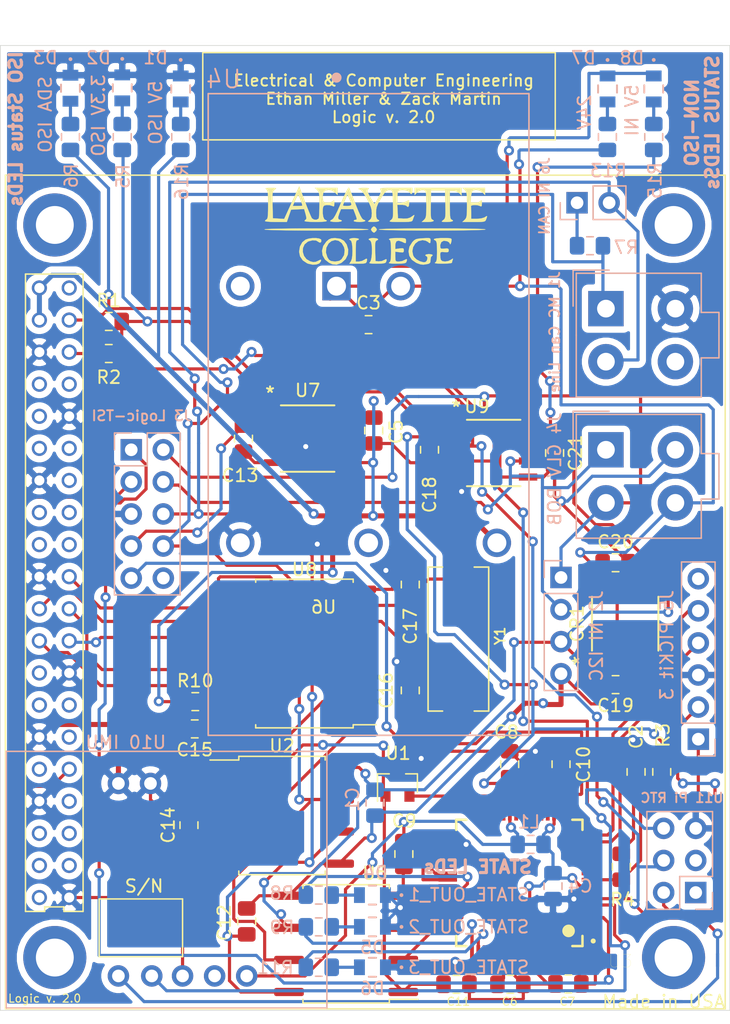
<source format=kicad_pcb>
(kicad_pcb (version 20171130) (host pcbnew "(5.1.6)-1")
  (layers (0 F.Cu signal) (31 B.Cu signal) (34 B.Paste user hide) (35 F.Paste user hide) (36 B.SilkS user) (37 F.SilkS user) (38 B.Mask user hide) (39 F.Mask user hide) (44 Edge.Cuts user))
  (net 0 "")
  (net 1 /24V)
  (net 2 "Net-(C13-Pad2)")
  (net 3 "Net-(C16-Pad2)")
  (net 4 "Net-(C17-Pad2)")
  (net 5 "Net-(D1-Pad2)")
  (net 6 "Net-(D2-Pad2)")
  (net 7 "Net-(D3-Pad2)")
  (net 8 "Net-(D5-Pad2)")
  (net 9 "Net-(D6-Pad2)")
  (net 10 /BP_CAN-)
  (net 11 /BP_CAN+)
  (net 12 /Cooling_CTRL)
  (net 13 /SR_CTRL)
  (net 14 /~MCLR~)
  (net 15 /PGEC)
  (net 16 /PGED)
  (net 17 "Net-(R10-Pad2)")
  (net 18 "Net-(U2-Pad3)")
  (net 19 "Net-(U2-Pad2)")
  (net 20 /GPIO25)
  (net 21 /PI_SPI_CEO)
  (net 22 /GLV_RTN)
  (net 23 /5V_NON_ISO)
  (net 24 "Net-(C2-Pad2)")
  (net 25 /3.3V_ISO)
  (net 26 /5V_ISO)
  (net 27 /SDA_ISO_PI)
  (net 28 /SCL_ISO_PI)
  (net 29 /SCL_TSI_GLV)
  (net 30 /SDA_TSI_GLV)
  (net 31 /V_OUT_TEMP)
  (net 32 /PIC_TXD)
  (net 33 /PIC_RXD)
  (net 34 /PI_SPI_MOSI)
  (net 35 /PI_SPI_SCLK)
  (net 36 /PI_SPI_MISO)
  (net 37 /ISO_RTN)
  (net 38 /FlowRate)
  (net 39 /STATE_OUT_1)
  (net 40 /STATE_OUT_2)
  (net 41 /STATE_OUT_3)
  (net 42 "Net-(D4-Pad2)")
  (net 43 "Net-(D7-Pad2)")
  (net 44 "Net-(D8-Pad2)")
  (net 45 "Net-(J6-Pad1)")
  (module "CarMan General Footprints:lafLogo" (layer F.Cu) (at 208.28 61.976)
    (fp_text reference VAL hide)
    (fp_text value REF hide)
    (fp_poly (pts (xy 1.66878 -1.13792) (xy 1.66116 -1.016) (xy 1.6383 -0.889) (xy 1.6129 -0.79248) (xy 1.56464 -0.66548) (xy 1.50622 -0.5461) (xy 1.4605 -0.47244) (xy 1.4605 -1.15062) (xy 1.45542 -1.22428) (xy 1.44272 -1.28778) (xy 1.44018 -1.29032) (xy 1.41224 -1.36906) (xy 1.37668 -1.44018) (xy 1.36144 -1.46304) (xy 1.36144 -2.12344) (xy 1.3589 -2.17932) (xy 1.35636 -2.23012) (xy 1.35382 -2.2733) (xy 1.34874 -2.30632) (xy 1.34112 -2.32664) (xy 1.33858 -2.33172) (xy 1.32842 -2.32918) (xy 1.31318 -2.3114) (xy 1.29286 -2.28346) (xy 1.27 -2.2479) (xy 1.24206 -2.20472) (xy 1.21412 -2.159) (xy 1.18618 -2.1082) (xy 1.16078 -2.05994) (xy 1.13792 -2.01168) (xy 1.12776 -1.99136) (xy 1.11252 -1.95834) (xy 1.09728 -1.91516) (xy 1.08204 -1.86944) (xy 1.0668 -1.82626) (xy 1.0541 -1.78562) (xy 1.04648 -1.7526) (xy 1.0414 -1.73228) (xy 1.0414 -1.72974) (xy 1.04648 -1.72212) (xy 1.0541 -1.72212) (xy 1.06934 -1.7272) (xy 1.09474 -1.73228) (xy 1.12268 -1.73736) (xy 1.17602 -1.74244) (xy 1.23444 -1.73736) (xy 1.28524 -1.72466) (xy 1.28778 -1.72212) (xy 1.29794 -1.72466) (xy 1.30556 -1.73736) (xy 1.31572 -1.76022) (xy 1.32588 -1.79578) (xy 1.33858 -1.84658) (xy 1.34366 -1.87198) (xy 1.35128 -1.91008) (xy 1.35636 -1.9558) (xy 1.3589 -2.00914) (xy 1.36144 -2.06502) (xy 1.36144 -2.12344) (xy 1.36144 -1.46304) (xy 1.3335 -1.50114) (xy 1.28778 -1.55194) (xy 1.23444 -1.58496) (xy 1.2319 -1.5875) (xy 1.1811 -1.60528) (xy 1.12776 -1.60782) (xy 1.06934 -1.59766) (xy 1.0033 -1.57226) (xy 0.93218 -1.53162) (xy 0.91186 -1.51892) (xy 0.84836 -1.46812) (xy 0.77978 -1.40716) (xy 0.71374 -1.33604) (xy 0.65024 -1.25984) (xy 0.59436 -1.18364) (xy 0.54864 -1.10744) (xy 0.54102 -1.08966) (xy 0.50038 -0.99314) (xy 0.46736 -0.88392) (xy 0.44704 -0.77216) (xy 0.43942 -0.65786) (xy 0.43942 -0.65278) (xy 0.44704 -0.5588) (xy 0.46228 -0.47244) (xy 0.49022 -0.40132) (xy 0.52832 -0.33782) (xy 0.57404 -0.28956) (xy 0.62992 -0.254) (xy 0.69342 -0.23114) (xy 0.76708 -0.22352) (xy 0.79248 -0.22352) (xy 0.83566 -0.2286) (xy 0.87884 -0.23876) (xy 0.90932 -0.24892) (xy 0.97282 -0.27686) (xy 1.03378 -0.30988) (xy 1.0922 -0.3556) (xy 1.12776 -0.38862) (xy 1.21666 -0.4826) (xy 1.29286 -0.58928) (xy 1.3589 -0.70612) (xy 1.4097 -0.83312) (xy 1.44018 -0.93218) (xy 1.45288 -0.99822) (xy 1.4605 -1.07442) (xy 1.4605 -1.15062) (xy 1.4605 -0.47244) (xy 1.44018 -0.43688) (xy 1.36398 -0.33782) (xy 1.2827 -0.24892) (xy 1.1938 -0.17526) (xy 1.09982 -0.11176) (xy 1.0033 -0.06604) (xy 0.9017 -0.03302) (xy 0.88646 -0.03048) (xy 0.79248 -0.01778) (xy 0.6985 -0.02286) (xy 0.61214 -0.04064) (xy 0.53086 -0.0762) (xy 0.4572 -0.12446) (xy 0.41402 -0.16002) (xy 0.35814 -0.22352) (xy 0.31496 -0.29464) (xy 0.28194 -0.37338) (xy 0.25654 -0.46482) (xy 0.24638 -0.51054) (xy 0.23114 -0.59436) (xy 0.19812 -0.5334) (xy 0.16002 -0.47244) (xy 0.16002 -1.1557) (xy 0.14986 -1.24714) (xy 0.1397 -1.29032) (xy 0.1143 -1.36652) (xy 0.07874 -1.4351) (xy 0.05842 -1.46558) (xy 0.05842 -2.1082) (xy 0.05842 -2.16154) (xy 0.05588 -2.21234) (xy 0.05334 -2.25806) (xy 0.04826 -2.29616) (xy 0.04318 -2.32156) (xy 0.03556 -2.3368) (xy 0.03302 -2.3368) (xy 0.0254 -2.32918) (xy 0.01016 -2.3114) (xy -0.01016 -2.28092) (xy -0.03302 -2.24536) (xy -0.06096 -2.20472) (xy -0.08636 -2.159) (xy -0.11176 -2.11582) (xy -0.13462 -2.07518) (xy -0.1397 -2.06248) (xy -0.17018 -2.00152) (xy -0.19558 -1.93548) (xy -0.22098 -1.8669) (xy -0.24384 -1.80594) (xy -0.25654 -1.75006) (xy -0.25908 -1.74498) (xy -0.26162 -1.7272) (xy -0.25908 -1.71958) (xy -0.25146 -1.72212) (xy -0.23622 -1.7272) (xy -0.20828 -1.73228) (xy -0.18288 -1.73736) (xy -0.1397 -1.74244) (xy -0.10414 -1.74244) (xy -0.07366 -1.73736) (xy -0.04572 -1.72974) (xy -0.02032 -1.7272) (xy -0.01016 -1.72466) (xy 0 -1.73228) (xy 0.01016 -1.75514) (xy 0.02032 -1.7907) (xy 0.03302 -1.83896) (xy 0.04318 -1.89738) (xy 0.04826 -1.91516) (xy 0.05334 -1.9558) (xy 0.05588 -2.00152) (xy 0.05842 -2.05232) (xy 0.05842 -2.1082) (xy 0.05842 -1.46558) (xy 0.0381 -1.49606) (xy -0.01016 -1.54432) (xy -0.06096 -1.58242) (xy -0.07366 -1.5875) (xy -0.1016 -1.6002) (xy -0.12446 -1.60782) (xy -0.1524 -1.60782) (xy -0.17526 -1.60782) (xy -0.21336 -1.6002) (xy -0.25146 -1.59258) (xy -0.27432 -1.58496) (xy -0.32766 -1.55702) (xy -0.38354 -1.51892) (xy -0.4445 -1.47574) (xy -0.50038 -1.42748) (xy -0.5334 -1.397) (xy -0.62484 -1.29794) (xy -0.70104 -1.19126) (xy -0.76454 -1.07696) (xy -0.8128 -0.96266) (xy -0.84328 -0.84328) (xy -0.86106 -0.72136) (xy -0.86106 -0.6223) (xy -0.8509 -0.52832) (xy -0.83058 -0.4445) (xy -0.79756 -0.37592) (xy -0.75692 -0.3175) (xy -0.70612 -0.27178) (xy -0.64516 -0.2413) (xy -0.61722 -0.23368) (xy -0.5715 -0.22352) (xy -0.53086 -0.22098) (xy -0.4826 -0.22606) (xy -0.45974 -0.2286) (xy -0.42926 -0.23876) (xy -0.38862 -0.25146) (xy -0.35052 -0.2667) (xy -0.3429 -0.26924) (xy -0.25908 -0.32004) (xy -0.1778 -0.38354) (xy -0.1016 -0.45974) (xy -0.03302 -0.55118) (xy 0.02794 -0.65278) (xy 0.08128 -0.762) (xy 0.11684 -0.86106) (xy 0.14224 -0.95758) (xy 0.15748 -1.05918) (xy 0.16002 -1.1557) (xy 0.16002 -0.47244) (xy 0.13208 -0.42672) (xy 0.05588 -0.3302) (xy -0.02794 -0.24384) (xy -0.1143 -0.17018) (xy -0.20828 -0.10922) (xy -0.3048 -0.0635) (xy -0.36322 -0.04318) (xy -0.40894 -0.03302) (xy -0.45974 -0.0254) (xy -0.51308 -0.02032) (xy -0.56642 -0.02032) (xy -0.6096 -0.02286) (xy -0.62992 -0.0254) (xy -0.7239 -0.05334) (xy -0.80518 -0.09398) (xy -0.8763 -0.14986) (xy -0.93726 -0.2159) (xy -0.98806 -0.29718) (xy -1.02616 -0.38862) (xy -1.0541 -0.49022) (xy -1.0541 -0.4953) (xy -1.06172 -0.55118) (xy -1.06426 -0.61976) (xy -1.06426 -0.69088) (xy -1.06172 -0.76454) (xy -1.0541 -0.83566) (xy -1.04394 -0.89662) (xy -1.0414 -0.89916) (xy -1.00076 -1.0414) (xy -0.94742 -1.17602) (xy -0.8763 -1.30048) (xy -0.84074 -1.35382) (xy -0.80518 -1.40208) (xy -0.75946 -1.45288) (xy -0.7112 -1.50622) (xy -0.65786 -1.55956) (xy -0.60706 -1.60782) (xy -0.56134 -1.64592) (xy -0.52832 -1.67132) (xy -0.4953 -1.69418) (xy -0.47752 -1.71196) (xy -0.46736 -1.72466) (xy -0.46482 -1.73482) (xy -0.46228 -1.76022) (xy -0.45466 -1.8034) (xy -0.43942 -1.85674) (xy -0.4191 -1.92278) (xy -0.40894 -1.95072) (xy -0.381 -2.02438) (xy -0.34544 -2.10566) (xy -0.3048 -2.18948) (xy -0.25908 -2.27076) (xy -0.21336 -2.34696) (xy -0.1651 -2.41554) (xy -0.12192 -2.47142) (xy -0.1143 -2.47904) (xy -0.07366 -2.51714) (xy -0.03302 -2.53746) (xy 0.01778 -2.54762) (xy 0.05334 -2.54762) (xy 0.10922 -2.53492) (xy 0.15748 -2.50952) (xy 0.19812 -2.47142) (xy 0.22606 -2.41808) (xy 0.2413 -2.37236) (xy 0.26162 -2.24536) (xy 0.26924 -2.11074) (xy 0.26162 -1.97612) (xy 0.24384 -1.83896) (xy 0.21336 -1.7145) (xy 0.1905 -1.6383) (xy 0.22352 -1.59258) (xy 0.27686 -1.50368) (xy 0.3175 -1.40716) (xy 0.34798 -1.30048) (xy 0.35052 -1.27762) (xy 0.35814 -1.2446) (xy 0.36068 -1.2192) (xy 0.36322 -1.2065) (xy 0.36322 -1.20396) (xy 0.3683 -1.20904) (xy 0.37846 -1.22428) (xy 0.3937 -1.24968) (xy 0.4064 -1.26746) (xy 0.46482 -1.35636) (xy 0.5334 -1.44526) (xy 0.6096 -1.52908) (xy 0.69088 -1.60528) (xy 0.76962 -1.66624) (xy 0.8001 -1.69164) (xy 0.82042 -1.71196) (xy 0.83312 -1.7272) (xy 0.83312 -1.72974) (xy 0.86614 -1.86944) (xy 0.90932 -1.99898) (xy 0.96266 -2.12344) (xy 1.03124 -2.25044) (xy 1.0541 -2.28854) (xy 1.08966 -2.34696) (xy 1.12522 -2.4003) (xy 1.16078 -2.44602) (xy 1.18872 -2.48158) (xy 1.2065 -2.49936) (xy 1.24714 -2.5273) (xy 1.2954 -2.54508) (xy 1.34874 -2.54762) (xy 1.40462 -2.53746) (xy 1.42748 -2.5273) (xy 1.47066 -2.5019) (xy 1.50368 -2.4638) (xy 1.52908 -2.41554) (xy 1.54686 -2.35204) (xy 1.5494 -2.33934) (xy 1.56718 -2.20218) (xy 1.56972 -2.05994) (xy 1.55702 -1.9177) (xy 1.53162 -1.778) (xy 1.50876 -1.69418) (xy 1.49098 -1.64084) (xy 1.5367 -1.57226) (xy 1.59258 -1.47066) (xy 1.63322 -1.36652) (xy 1.65862 -1.25476) (xy 1.66878 -1.13792)) (layer F.Cu) (width 0.00254))
    (fp_poly (pts (xy 2.35712 0.07112) (xy 2.35204 0.12954) (xy 2.34696 0.18034) (xy 2.34188 0.20828) (xy 2.33426 0.24384) (xy 2.32156 0.28702) (xy 2.30632 0.33274) (xy 2.30378 0.3429) (xy 2.25298 0.45974) (xy 2.18694 0.57658) (xy 2.1463 0.63754) (xy 2.1463 0.0635) (xy 2.1463 0.01524) (xy 2.14376 -0.01778) (xy 2.14122 -0.04318) (xy 2.13614 -0.0635) (xy 2.13106 -0.08382) (xy 2.12598 -0.0889) (xy 2.09296 -0.14478) (xy 2.07264 -0.1651) (xy 2.07264 -0.7747) (xy 2.0701 -0.79756) (xy 2.06756 -0.84074) (xy 2.05994 -0.88646) (xy 2.05232 -0.93218) (xy 2.0447 -0.97282) (xy 2.03708 -1.00838) (xy 2.02946 -1.03378) (xy 2.02438 -1.04394) (xy 2.01676 -1.0414) (xy 2.00406 -1.02616) (xy 1.98374 -0.99822) (xy 1.96342 -0.96266) (xy 1.93802 -0.91948) (xy 1.91262 -0.87122) (xy 1.88976 -0.82042) (xy 1.86436 -0.76962) (xy 1.84404 -0.71882) (xy 1.82626 -0.6731) (xy 1.82626 -0.67056) (xy 1.80594 -0.60706) (xy 1.78816 -0.53848) (xy 1.77038 -0.45974) (xy 1.75768 -0.3937) (xy 1.7526 -0.36576) (xy 1.79832 -0.37846) (xy 1.82626 -0.38354) (xy 1.86436 -0.38608) (xy 1.90754 -0.38862) (xy 1.9304 -0.38862) (xy 2.02184 -0.38862) (xy 2.03962 -0.4699) (xy 2.05994 -0.57658) (xy 2.0701 -0.67818) (xy 2.07264 -0.7747) (xy 2.07264 -0.1651) (xy 2.04724 -0.18796) (xy 2.01168 -0.21082) (xy 1.96596 -0.22606) (xy 1.90754 -0.23622) (xy 1.84658 -0.23622) (xy 1.78054 -0.23114) (xy 1.7399 -0.22098) (xy 1.6383 -0.18542) (xy 1.53924 -0.13716) (xy 1.44526 -0.07366) (xy 1.35128 -0.00254) (xy 1.26746 0.08128) (xy 1.18872 0.17018) (xy 1.1176 0.26416) (xy 1.05918 0.36322) (xy 1.01346 0.46482) (xy 0.98044 0.56642) (xy 0.9652 0.64516) (xy 0.96266 0.72136) (xy 0.97028 0.79248) (xy 0.99314 0.85598) (xy 1.02616 0.90932) (xy 1.0668 0.94996) (xy 1.12014 0.98044) (xy 1.13284 0.98552) (xy 1.17856 0.99568) (xy 1.23444 0.99822) (xy 1.2954 0.99568) (xy 1.35382 0.98806) (xy 1.37922 0.98298) (xy 1.48082 0.94742) (xy 1.57988 0.89662) (xy 1.6764 0.83312) (xy 1.77038 0.75692) (xy 1.85674 0.6731) (xy 1.93802 0.57912) (xy 2.0066 0.48006) (xy 2.06756 0.37592) (xy 2.11328 0.26924) (xy 2.11836 0.254) (xy 2.13106 0.21844) (xy 2.13868 0.1905) (xy 2.14376 0.16256) (xy 2.1463 0.13208) (xy 2.1463 0.09144) (xy 2.1463 0.0635) (xy 2.1463 0.63754) (xy 2.11074 0.69088) (xy 2.02184 0.79756) (xy 1.92278 0.89408) (xy 1.8161 0.98298) (xy 1.70688 1.05918) (xy 1.61798 1.10744) (xy 1.55956 1.13538) (xy 1.49352 1.15824) (xy 1.4224 1.1811) (xy 1.3589 1.19634) (xy 1.31826 1.20142) (xy 1.22428 1.2065) (xy 1.13538 1.19634) (xy 1.0541 1.17348) (xy 0.98044 1.13792) (xy 0.91694 1.08966) (xy 0.89916 1.07442) (xy 0.89154 1.06934) (xy 0.889 1.06934) (xy 0.89408 1.0795) (xy 0.90678 1.09982) (xy 0.92456 1.12776) (xy 0.94996 1.16332) (xy 0.96774 1.19126) (xy 1.02362 1.27508) (xy 1.0668 1.34874) (xy 1.09982 1.41478) (xy 1.12522 1.48082) (xy 1.14554 1.54432) (xy 1.15824 1.61036) (xy 1.16078 1.6383) (xy 1.16586 1.73736) (xy 1.15316 1.8415) (xy 1.1303 1.94564) (xy 1.0922 2.04978) (xy 1.04394 2.1463) (xy 0.98298 2.2352) (xy 0.97536 2.24536) (xy 0.95758 2.26568) (xy 0.95758 1.71704) (xy 0.95504 1.66116) (xy 0.94996 1.6129) (xy 0.93726 1.56464) (xy 0.92202 1.51638) (xy 0.89662 1.46558) (xy 0.8636 1.40716) (xy 0.82296 1.34112) (xy 0.78994 1.29032) (xy 0.74168 1.22174) (xy 0.70612 1.16078) (xy 0.67818 1.10744) (xy 0.65786 1.05918) (xy 0.64262 1.01346) (xy 0.64008 0.99568) (xy 0.63246 0.94742) (xy 0.62738 0.9017) (xy 0.62992 0.85598) (xy 0.635 0.8001) (xy 0.6477 0.73406) (xy 0.6477 0.72644) (xy 0.6604 0.6604) (xy 0.66548 0.60452) (xy 0.66548 0.55626) (xy 0.65532 0.51562) (xy 0.64262 0.47244) (xy 0.635 0.45974) (xy 0.59944 0.40132) (xy 0.55118 0.35306) (xy 0.4953 0.32004) (xy 0.4318 0.30226) (xy 0.36322 0.29972) (xy 0.3175 0.3048) (xy 0.28702 0.31242) (xy 0.24638 0.32766) (xy 0.19558 0.34798) (xy 0.14224 0.37338) (xy 0.07366 0.40386) (xy 0.01778 0.42672) (xy -0.03302 0.43688) (xy -0.0762 0.43942) (xy -0.11684 0.4318) (xy -0.15748 0.41656) (xy -0.19812 0.38862) (xy -0.20574 0.38608) (xy -0.254 0.35052) (xy -0.29464 0.32766) (xy -0.33274 0.31242) (xy -0.3683 0.3048) (xy -0.40894 0.30226) (xy -0.42672 0.30226) (xy -0.4699 0.30226) (xy -0.50292 0.30734) (xy -0.5334 0.31496) (xy -0.55626 0.32258) (xy -0.635 0.36068) (xy -0.70358 0.4064) (xy -0.762 0.45974) (xy -0.81788 0.5207) (xy -0.8636 0.59182) (xy -0.89916 0.67056) (xy -0.91948 0.7239) (xy -0.94234 0.78994) (xy -0.96774 0.84836) (xy -0.99568 0.90424) (xy -1.0287 0.95758) (xy -1.0668 1.01092) (xy -1.11252 1.06426) (xy -1.14046 1.08966) (xy -1.14046 0.3556) (xy -1.14046 0.3048) (xy -1.143 0.2667) (xy -1.14554 0.23368) (xy -1.15062 0.20574) (xy -1.15824 0.1778) (xy -1.16332 0.15748) (xy -1.19126 0.0762) (xy -1.22428 0.01016) (xy -1.26746 -0.0508) (xy -1.31318 -0.1016) (xy -1.33096 -0.11684) (xy -1.33096 -0.94488) (xy -1.33096 -0.98298) (xy -1.33096 -1.01092) (xy -1.3335 -1.02108) (xy -1.33858 -1.0541) (xy -1.3716 -1.016) (xy -1.40716 -0.97536) (xy -1.44272 -0.92202) (xy -1.48336 -0.86106) (xy -1.52146 -0.8001) (xy -1.55702 -0.7366) (xy -1.58242 -0.68326) (xy -1.6002 -0.6477) (xy -1.61798 -0.60706) (xy -1.63576 -0.5588) (xy -1.65354 -0.51308) (xy -1.66878 -0.4699) (xy -1.68148 -0.4318) (xy -1.69164 -0.40386) (xy -1.69418 -0.39116) (xy -1.68656 -0.38862) (xy -1.6637 -0.38862) (xy -1.63322 -0.38608) (xy -1.60782 -0.38862) (xy -1.5494 -0.38862) (xy -1.50622 -0.38354) (xy -1.48082 -0.37846) (xy -1.44272 -0.3683) (xy -1.43002 -0.39878) (xy -1.41986 -0.4191) (xy -1.40716 -0.45212) (xy -1.39446 -0.48768) (xy -1.39446 -0.4953) (xy -1.3716 -0.56388) (xy -1.35382 -0.62992) (xy -1.34366 -0.69596) (xy -1.33604 -0.76962) (xy -1.33096 -0.84836) (xy -1.33096 -0.89662) (xy -1.33096 -0.94488) (xy -1.33096 -0.11684) (xy -1.37414 -0.15748) (xy -1.43764 -0.19812) (xy -1.50622 -0.22352) (xy -1.57988 -0.23622) (xy -1.6256 -0.23622) (xy -1.71196 -0.2286) (xy -1.79324 -0.20574) (xy -1.8669 -0.1651) (xy -1.93548 -0.11176) (xy -1.99898 -0.04318) (xy -2.05232 0.0381) (xy -2.08026 0.0889) (xy -2.10566 0.14732) (xy -2.12344 0.19812) (xy -2.13614 0.24892) (xy -2.14376 0.30226) (xy -2.1463 0.36576) (xy -2.1463 0.4064) (xy -2.1463 0.45974) (xy -2.14376 0.50038) (xy -2.14122 0.5334) (xy -2.13614 0.56388) (xy -2.12852 0.59436) (xy -2.12598 0.5969) (xy -2.09296 0.69088) (xy -2.04724 0.7747) (xy -1.99136 0.84582) (xy -1.92786 0.90678) (xy -1.85674 0.9525) (xy -1.79578 0.98044) (xy -1.7399 0.99314) (xy -1.6764 0.99822) (xy -1.61036 0.99568) (xy -1.55448 0.98806) (xy -1.5494 0.98552) (xy -1.46558 0.9525) (xy -1.38684 0.90424) (xy -1.31826 0.84074) (xy -1.25984 0.76708) (xy -1.20904 0.68072) (xy -1.17094 0.58674) (xy -1.15824 0.5461) (xy -1.15062 0.51308) (xy -1.14554 0.48006) (xy -1.143 0.4445) (xy -1.14046 0.39624) (xy -1.14046 0.3556) (xy -1.14046 1.08966) (xy -1.1684 1.12014) (xy -1.23444 1.1811) (xy -1.31064 1.24968) (xy -1.36652 1.2954) (xy -1.45034 1.36652) (xy -1.51892 1.42748) (xy -1.57988 1.48336) (xy -1.62814 1.53416) (xy -1.67132 1.57988) (xy -1.70434 1.6256) (xy -1.73482 1.67132) (xy -1.76276 1.71958) (xy -1.76784 1.73228) (xy -1.80086 1.80086) (xy -1.82118 1.86182) (xy -1.83388 1.92278) (xy -1.8415 1.98628) (xy -1.8415 2.0193) (xy -1.8415 2.06248) (xy -1.83896 2.09296) (xy -1.83642 2.11582) (xy -1.8288 2.13614) (xy -1.81864 2.16154) (xy -1.8161 2.16916) (xy -1.79832 2.20218) (xy -1.778 2.23266) (xy -1.76276 2.25298) (xy -1.73482 2.27838) (xy -1.69672 2.30378) (xy -1.65354 2.32664) (xy -1.6129 2.34188) (xy -1.60274 2.34442) (xy -1.56718 2.3495) (xy -1.52146 2.35204) (xy -1.46812 2.35204) (xy -1.41732 2.3495) (xy -1.3716 2.34442) (xy -1.35382 2.34188) (xy -1.32842 2.33172) (xy -1.29032 2.31902) (xy -1.2446 2.2987) (xy -1.19888 2.27838) (xy -1.17348 2.26568) (xy -1.11506 2.23774) (xy -1.0668 2.21488) (xy -1.0287 2.20218) (xy -0.99568 2.19202) (xy -0.96774 2.1844) (xy -0.93472 2.18186) (xy -0.90932 2.18186) (xy -0.86614 2.1844) (xy -0.83058 2.19202) (xy -0.79756 2.2098) (xy -0.762 2.2352) (xy -0.7366 2.25552) (xy -0.69596 2.29108) (xy -0.66294 2.3114) (xy -0.62992 2.3241) (xy -0.59182 2.33172) (xy -0.56642 2.33172) (xy -0.52578 2.32918) (xy -0.48514 2.31902) (xy -0.44196 2.30378) (xy -0.3937 2.27838) (xy -0.36068 2.25806) (xy -0.3048 2.22504) (xy -0.25908 2.20472) (xy -0.21844 2.18948) (xy -0.1778 2.1844) (xy -0.14732 2.18186) (xy -0.10668 2.1844) (xy -0.07112 2.18948) (xy -0.03556 2.19964) (xy 0.00254 2.21742) (xy 0.04572 2.24536) (xy 0.06858 2.2606) (xy 0.127 2.2987) (xy 0.1778 2.3241) (xy 0.22606 2.34188) (xy 0.27686 2.3495) (xy 0.33274 2.35458) (xy 0.3429 2.35458) (xy 0.43942 2.34696) (xy 0.53086 2.32156) (xy 0.61722 2.286) (xy 0.69596 2.2352) (xy 0.76708 2.17424) (xy 0.83058 2.10058) (xy 0.88138 2.02184) (xy 0.91948 1.93294) (xy 0.94488 1.83896) (xy 0.95758 1.7399) (xy 0.95758 1.71704) (xy 0.95758 2.26568) (xy 0.89408 2.33426) (xy 0.80264 2.41046) (xy 0.70358 2.47142) (xy 0.59436 2.51714) (xy 0.4826 2.54762) (xy 0.4445 2.55524) (xy 0.34036 2.56286) (xy 0.23876 2.55524) (xy 0.14224 2.52984) (xy 0.04826 2.4892) (xy -0.04318 2.43332) (xy -0.04572 2.43078) (xy -0.0889 2.40284) (xy -0.12446 2.3876) (xy -0.15748 2.3876) (xy -0.19558 2.39776) (xy -0.23622 2.42316) (xy -0.23876 2.42316) (xy -0.30988 2.46634) (xy -0.37338 2.49682) (xy -0.4318 2.51714) (xy -0.49276 2.52984) (xy -0.55372 2.53492) (xy -0.56642 2.53492) (xy -0.61722 2.53492) (xy -0.65532 2.52984) (xy -0.69342 2.51968) (xy -0.70612 2.51714) (xy -0.74676 2.49682) (xy -0.79248 2.47142) (xy -0.83566 2.44094) (xy -0.87122 2.41046) (xy -0.8763 2.40538) (xy -0.89154 2.39268) (xy -0.91186 2.3876) (xy -0.93726 2.39014) (xy -0.97028 2.4003) (xy -1.01346 2.41808) (xy -1.06426 2.44094) (xy -1.13792 2.4765) (xy -1.19888 2.50444) (xy -1.25476 2.52476) (xy -1.30556 2.54) (xy -1.3589 2.55016) (xy -1.37922 2.5527) (xy -1.43256 2.56032) (xy -1.47574 2.56286) (xy -1.51384 2.56286) (xy -1.55702 2.55778) (xy -1.57988 2.55524) (xy -1.6764 2.53492) (xy -1.76276 2.49936) (xy -1.8415 2.4511) (xy -1.90754 2.39268) (xy -1.96088 2.3241) (xy -2.00406 2.24536) (xy -2.032 2.16154) (xy -2.04724 2.06756) (xy -2.04724 1.97104) (xy -2.03454 1.88214) (xy -2.00914 1.778) (xy -1.97104 1.67894) (xy -1.92024 1.58242) (xy -1.85928 1.49098) (xy -1.78308 1.397) (xy -1.69164 1.30556) (xy -1.64338 1.2573) (xy -1.57988 1.20142) (xy -1.62306 1.2065) (xy -1.67894 1.20904) (xy -1.74498 1.20142) (xy -1.8161 1.18618) (xy -1.88468 1.16332) (xy -1.95072 1.13538) (xy -1.98628 1.1176) (xy -2.02946 1.08712) (xy -2.07518 1.04902) (xy -2.12344 1.0033) (xy -2.16662 0.95758) (xy -2.1971 0.91948) (xy -2.25552 0.8255) (xy -2.30124 0.72136) (xy -2.33426 0.60452) (xy -2.34188 0.57404) (xy -2.35204 0.51562) (xy -2.35712 0.44704) (xy -2.35712 0.37338) (xy -2.35458 0.30226) (xy -2.34696 0.23876) (xy -2.34188 0.2159) (xy -2.30886 0.10414) (xy -2.26568 -0.00508) (xy -2.20726 -0.10414) (xy -2.14122 -0.19304) (xy -2.06248 -0.27178) (xy -1.97866 -0.33782) (xy -1.94818 -0.3556) (xy -1.92278 -0.37338) (xy -1.905 -0.38608) (xy -1.89738 -0.40132) (xy -1.88976 -0.42418) (xy -1.88976 -0.43434) (xy -1.86182 -0.53848) (xy -1.82118 -0.6477) (xy -1.77292 -0.762) (xy -1.71196 -0.8763) (xy -1.64592 -0.98806) (xy -1.57226 -1.0922) (xy -1.52908 -1.14808) (xy -1.4859 -1.19634) (xy -1.44526 -1.22936) (xy -1.40462 -1.24968) (xy -1.36144 -1.25984) (xy -1.33858 -1.26238) (xy -1.2827 -1.25476) (xy -1.2319 -1.2319) (xy -1.19126 -1.19888) (xy -1.15824 -1.1557) (xy -1.143 -1.1176) (xy -1.13792 -1.09728) (xy -1.13284 -1.06426) (xy -1.12776 -1.02362) (xy -1.12522 -0.99314) (xy -1.12014 -0.87376) (xy -1.1303 -0.7493) (xy -1.15062 -0.61976) (xy -1.1811 -0.48768) (xy -1.20904 -0.4064) (xy -1.23952 -0.3175) (xy -1.18872 -0.27178) (xy -1.11506 -0.18796) (xy -1.05156 -0.09652) (xy -1.00076 0.00508) (xy -0.96266 0.1143) (xy -0.9398 0.2286) (xy -0.93472 0.2667) (xy -0.92964 0.3302) (xy -0.88138 0.28956) (xy -0.79756 0.22352) (xy -0.71374 0.17272) (xy -0.62992 0.13462) (xy -0.55626 0.10922) (xy -0.46228 0.09398) (xy -0.37084 0.09652) (xy -0.28194 0.1143) (xy -0.19812 0.14986) (xy -0.1143 0.20066) (xy -0.11176 0.2032) (xy -0.08636 0.22098) (xy -0.06604 0.23368) (xy -0.05588 0.23622) (xy -0.04572 0.23368) (xy -0.02286 0.22352) (xy 0.01016 0.21082) (xy 0.04826 0.19304) (xy 0.06096 0.18542) (xy 0.15494 0.14478) (xy 0.24384 0.11684) (xy 0.32258 0.09906) (xy 0.3937 0.09398) (xy 0.4826 0.1016) (xy 0.56642 0.12446) (xy 0.64262 0.16256) (xy 0.70866 0.21844) (xy 0.76962 0.28448) (xy 0.78486 0.30988) (xy 0.82804 0.37084) (xy 0.85344 0.31496) (xy 0.92202 0.19558) (xy 1.00076 0.08128) (xy 1.08966 -0.02794) (xy 1.18618 -0.127) (xy 1.29032 -0.2159) (xy 1.397 -0.28956) (xy 1.46304 -0.3302) (xy 1.54686 -0.37338) (xy 1.56464 -0.46482) (xy 1.59004 -0.57658) (xy 1.6256 -0.69596) (xy 1.66878 -0.81788) (xy 1.6891 -0.86868) (xy 1.73228 -0.97028) (xy 1.778 -1.05664) (xy 1.82626 -1.12776) (xy 1.87706 -1.18364) (xy 1.92786 -1.22682) (xy 1.97866 -1.25222) (xy 2.02692 -1.26238) (xy 2.07772 -1.25476) (xy 2.10566 -1.2446) (xy 2.1336 -1.22682) (xy 2.159 -1.2065) (xy 2.16408 -1.19888) (xy 2.19964 -1.14808) (xy 2.22758 -1.08204) (xy 2.2479 -1.00584) (xy 2.26314 -0.91948) (xy 2.2733 -0.82804) (xy 2.27584 -0.72898) (xy 2.27076 -0.62738) (xy 2.25806 -0.52578) (xy 2.23774 -0.42672) (xy 2.2352 -0.41656) (xy 2.21234 -0.3175) (xy 2.24536 -0.28194) (xy 2.2733 -0.24384) (xy 2.2987 -0.19812) (xy 2.3241 -0.14478) (xy 2.34188 -0.09144) (xy 2.34696 -0.0762) (xy 2.35204 -0.03556) (xy 2.35458 0.01524) (xy 2.35712 0.07112)) (layer F.Cu) (width 0.00254))
    (fp_poly (pts (xy 2.45618 2.65938) (xy 1.45288 2.65684) (xy 1.45288 1.40462) (xy 1.45034 1.39954) (xy 1.44272 1.39954) (xy 1.43002 1.40716) (xy 1.42748 1.43002) (xy 1.42748 1.43256) (xy 1.42748 1.45288) (xy 1.43256 1.45796) (xy 1.43764 1.44526) (xy 1.4478 1.42494) (xy 1.45288 1.40462) (xy 1.45288 2.65684) (xy 1.45034 2.65684) (xy 1.41986 2.65684) (xy 1.41986 1.42494) (xy 1.41224 1.42748) (xy 1.4097 1.43002) (xy 1.39954 1.4351) (xy 1.397 1.42748) (xy 1.397 1.41986) (xy 1.39192 1.40208) (xy 1.38176 1.397) (xy 1.3716 1.40716) (xy 1.36906 1.41732) (xy 1.36144 1.44018) (xy 1.3589 1.45034) (xy 1.3589 1.40208) (xy 1.35382 1.39954) (xy 1.33604 1.397) (xy 1.3335 1.397) (xy 1.31318 1.39954) (xy 1.3081 1.40208) (xy 1.31064 1.40462) (xy 1.31826 1.41478) (xy 1.31318 1.43256) (xy 1.31318 1.4351) (xy 1.30556 1.45288) (xy 1.30556 1.46304) (xy 1.3081 1.46304) (xy 1.31572 1.45542) (xy 1.32334 1.44018) (xy 1.32842 1.42748) (xy 1.32842 1.42494) (xy 1.33604 1.41224) (xy 1.34874 1.40462) (xy 1.3589 1.40208) (xy 1.3589 1.45034) (xy 1.35636 1.46304) (xy 1.3589 1.46304) (xy 1.36906 1.45288) (xy 1.37414 1.44272) (xy 1.38684 1.41732) (xy 1.38938 1.44272) (xy 1.39192 1.4605) (xy 1.397 1.46304) (xy 1.4097 1.45034) (xy 1.41986 1.4351) (xy 1.41986 1.42494) (xy 1.41986 2.65684) (xy 1.29794 2.65684) (xy 1.16078 2.65684) (xy 1.03886 2.65684) (xy 0.92964 2.65684) (xy 0.8382 2.65684) (xy 0.75692 2.65684) (xy 0.68834 2.65684) (xy 0.63246 2.6543) (xy 0.58674 2.6543) (xy 0.55118 2.6543) (xy 0.52578 2.65176) (xy 0.50546 2.65176) (xy 0.4953 2.64922) (xy 0.49276 2.64922) (xy 0.4953 2.64668) (xy 0.50038 2.64668) (xy 0.61722 2.61366) (xy 0.72898 2.56794) (xy 0.83312 2.50698) (xy 0.93218 2.43078) (xy 1.0033 2.3622) (xy 1.07696 2.27584) (xy 1.13792 2.18186) (xy 1.18618 2.08026) (xy 1.22682 1.9685) (xy 1.23444 1.94056) (xy 1.24206 1.905) (xy 1.24968 1.87706) (xy 1.25222 1.84658) (xy 1.25476 1.81102) (xy 1.2573 1.7653) (xy 1.2573 1.71958) (xy 1.25476 1.64338) (xy 1.25222 1.57734) (xy 1.24206 1.52146) (xy 1.22682 1.46812) (xy 1.2065 1.41224) (xy 1.18872 1.37414) (xy 1.17602 1.34366) (xy 1.16586 1.3208) (xy 1.16078 1.3081) (xy 1.1684 1.30556) (xy 1.18872 1.30556) (xy 1.2192 1.30302) (xy 1.2319 1.30302) (xy 1.34112 1.2954) (xy 1.45542 1.27254) (xy 1.56972 1.23444) (xy 1.68402 1.18364) (xy 1.79832 1.1176) (xy 1.84658 1.08458) (xy 1.89484 1.04902) (xy 1.95072 1.00076) (xy 2.00914 0.94488) (xy 2.06756 0.88646) (xy 2.1209 0.82804) (xy 2.16916 0.77216) (xy 2.2098 0.7239) (xy 2.21234 0.71882) (xy 2.29362 0.59436) (xy 2.35712 0.46736) (xy 2.40792 0.34036) (xy 2.4384 0.2286) (xy 2.45364 0.14732) (xy 2.45364 1.40462) (xy 2.45618 2.65938)) (layer F.Cu) (width 0.00254))
    (fp_poly (pts (xy 0.19812 2.64922) (xy 0.19558 2.65176) (xy 0.18542 2.65176) (xy 0.17018 2.6543) (xy 0.14478 2.6543) (xy 0.11176 2.6543) (xy 0.06858 2.65684) (xy 0.01524 2.65684) (xy -0.0508 2.65684) (xy -0.12954 2.65684) (xy -0.22352 2.65684) (xy -0.32766 2.65684) (xy -0.44958 2.65684) (xy -0.5715 2.65684) (xy -0.70866 2.65684) (xy -0.82804 2.65684) (xy -0.93472 2.65684) (xy -1.02616 2.65684) (xy -1.10236 2.65684) (xy -1.1684 2.65684) (xy -1.2192 2.6543) (xy -1.26238 2.6543) (xy -1.29286 2.6543) (xy -1.31572 2.65176) (xy -1.33096 2.65176) (xy -1.33858 2.64922) (xy -1.33096 2.64668) (xy -1.32842 2.64668) (xy -1.27762 2.63398) (xy -1.22682 2.61874) (xy -1.17094 2.59842) (xy -1.10998 2.57048) (xy -1.04902 2.54254) (xy -0.93218 2.48666) (xy -0.89154 2.52222) (xy -0.8255 2.57048) (xy -0.7493 2.6035) (xy -0.66294 2.62636) (xy -0.56896 2.63398) (xy -0.56642 2.63398) (xy -0.4826 2.6289) (xy -0.40132 2.61112) (xy -0.32258 2.58318) (xy -0.23876 2.54) (xy -0.19812 2.5146) (xy -0.14478 2.47904) (xy -0.09906 2.5146) (xy -0.00508 2.57556) (xy 0.09398 2.61874) (xy 0.18542 2.64668) (xy 0.19304 2.64668) (xy 0.19812 2.64922)) (layer F.Cu) (width 0.00254))
    (fp_poly (pts (xy 2.45618 -2.64922) (xy 2.45364 -1.34366) (xy 2.45364 -1.1684) (xy 2.45364 -1.00838) (xy 2.45364 -0.8636) (xy 2.45364 -0.7366) (xy 2.45364 -0.61976) (xy 2.45364 -0.51816) (xy 2.45364 -0.42926) (xy 2.45364 -0.35306) (xy 2.4511 -0.28702) (xy 2.4511 -0.23114) (xy 2.4511 -0.18542) (xy 2.4511 -0.14986) (xy 2.44856 -0.12192) (xy 2.44856 -0.10414) (xy 2.44602 -0.09144) (xy 2.44602 -0.08382) (xy 2.44348 -0.08382) (xy 2.44348 -0.0889) (xy 2.4257 -0.14986) (xy 2.40284 -0.21082) (xy 2.37744 -0.26416) (xy 2.35204 -0.30734) (xy 2.3368 -0.32512) (xy 2.32918 -0.33528) (xy 2.32664 -0.34544) (xy 2.32664 -0.35814) (xy 2.32918 -0.381) (xy 2.3368 -0.41402) (xy 2.35458 -0.5207) (xy 2.36728 -0.62992) (xy 2.36982 -0.74422) (xy 2.36728 -0.85598) (xy 2.35712 -0.96266) (xy 2.3368 -1.05664) (xy 2.3368 -1.06172) (xy 2.30886 -1.14808) (xy 2.27076 -1.2192) (xy 2.22504 -1.27762) (xy 2.1717 -1.3208) (xy 2.14376 -1.33604) (xy 2.11582 -1.34874) (xy 2.08788 -1.35636) (xy 2.0574 -1.3589) (xy 2.02438 -1.3589) (xy 1.98628 -1.3589) (xy 1.9558 -1.35636) (xy 1.93294 -1.34874) (xy 1.90246 -1.33604) (xy 1.89484 -1.33096) (xy 1.83642 -1.29286) (xy 1.80086 -1.25984) (xy 1.76276 -1.21666) (xy 1.7526 -1.28016) (xy 1.7272 -1.39192) (xy 1.6891 -1.50114) (xy 1.6383 -1.59766) (xy 1.63576 -1.60528) (xy 1.6002 -1.65862) (xy 1.61798 -1.71704) (xy 1.63322 -1.778) (xy 1.64592 -1.83134) (xy 1.65354 -1.88468) (xy 1.65862 -1.93802) (xy 1.66116 -1.99898) (xy 1.6637 -2.0701) (xy 1.6637 -2.10058) (xy 1.66116 -2.19964) (xy 1.65608 -2.28346) (xy 1.64846 -2.35458) (xy 1.63322 -2.41554) (xy 1.61544 -2.46634) (xy 1.59004 -2.50952) (xy 1.5621 -2.54762) (xy 1.53924 -2.56794) (xy 1.50114 -2.60096) (xy 1.46304 -2.62128) (xy 1.4224 -2.63398) (xy 1.3716 -2.6416) (xy 1.3335 -2.6416) (xy 1.28016 -2.63906) (xy 1.2319 -2.6289) (xy 1.18872 -2.61112) (xy 1.15062 -2.58064) (xy 1.10998 -2.54) (xy 1.0668 -2.48666) (xy 1.04902 -2.4638) (xy 0.9652 -2.33426) (xy 0.89154 -2.1971) (xy 0.82804 -2.05994) (xy 0.77978 -1.92024) (xy 0.762 -1.86436) (xy 0.75184 -1.82626) (xy 0.74422 -1.79578) (xy 0.7366 -1.77292) (xy 0.73406 -1.7653) (xy 0.67818 -1.72212) (xy 0.61468 -1.66878) (xy 0.55118 -1.61036) (xy 0.49022 -1.54686) (xy 0.45212 -1.50368) (xy 0.40894 -1.45288) (xy 0.37592 -1.524) (xy 0.35814 -1.55956) (xy 0.34036 -1.59258) (xy 0.32512 -1.61798) (xy 0.32004 -1.6256) (xy 0.29972 -1.65354) (xy 0.3175 -1.72974) (xy 0.34036 -1.82626) (xy 0.3556 -1.9304) (xy 0.36322 -2.03708) (xy 0.36322 -2.14122) (xy 0.35814 -2.24282) (xy 0.34798 -2.3368) (xy 0.3302 -2.41808) (xy 0.32512 -2.43332) (xy 0.29718 -2.49682) (xy 0.26162 -2.55016) (xy 0.22098 -2.58572) (xy 0.18034 -2.61366) (xy 0.1397 -2.6289) (xy 0.09652 -2.63906) (xy 0.04318 -2.6416) (xy 0.03048 -2.6416) (xy -0.02032 -2.63906) (xy -0.0635 -2.63144) (xy -0.10414 -2.61366) (xy -0.14224 -2.58826) (xy -0.18034 -2.5527) (xy -0.22098 -2.50698) (xy -0.26416 -2.44602) (xy -0.28956 -2.41046) (xy -0.3556 -2.30378) (xy -0.41402 -2.18948) (xy -0.46736 -2.07264) (xy -0.51054 -1.95834) (xy -0.54356 -1.84912) (xy -0.5461 -1.83642) (xy -0.56134 -1.77038) (xy -0.61722 -1.7272) (xy -0.70612 -1.65608) (xy -0.78994 -1.56972) (xy -0.87122 -1.4732) (xy -0.94488 -1.3716) (xy -1.00838 -1.26746) (xy -1.016 -1.24968) (xy -1.05664 -1.17348) (xy -1.07188 -1.20142) (xy -1.1049 -1.25222) (xy -1.15316 -1.2954) (xy -1.20904 -1.33096) (xy -1.27 -1.35382) (xy -1.30556 -1.36144) (xy -1.36144 -1.36144) (xy -1.41478 -1.35128) (xy -1.46304 -1.33096) (xy -1.51384 -1.30048) (xy -1.56464 -1.25476) (xy -1.61798 -1.1938) (xy -1.6764 -1.12014) (xy -1.70942 -1.07188) (xy -1.79324 -0.9398) (xy -1.86436 -0.80518) (xy -1.92024 -0.67056) (xy -1.96088 -0.5461) (xy -1.99136 -0.4445) (xy -2.03454 -0.4191) (xy -2.06502 -0.39878) (xy -2.10058 -0.3683) (xy -2.14122 -0.3302) (xy -2.18186 -0.28956) (xy -2.2225 -0.24892) (xy -2.25552 -0.20828) (xy -2.27838 -0.18034) (xy -2.34188 -0.06858) (xy -2.39268 0.05334) (xy -2.43078 0.1778) (xy -2.43332 0.19558) (xy -2.44094 0.24384) (xy -2.44602 0.3048) (xy -2.44856 0.37084) (xy -2.44602 0.44196) (xy -2.44348 0.508) (xy -2.4384 0.56896) (xy -2.43078 0.61976) (xy -2.43078 0.62738) (xy -2.39776 0.74422) (xy -2.3495 0.85344) (xy -2.29108 0.95504) (xy -2.2225 1.04648) (xy -2.14122 1.12522) (xy -2.06248 1.18364) (xy -2.01676 1.21158) (xy -1.96088 1.23952) (xy -1.905 1.26238) (xy -1.8542 1.28016) (xy -1.84404 1.2827) (xy -1.82118 1.28778) (xy -1.86944 1.3462) (xy -1.94564 1.44018) (xy -2.00914 1.5367) (xy -2.05994 1.63576) (xy -2.10058 1.7399) (xy -2.12344 1.81864) (xy -2.13614 1.88976) (xy -2.14376 1.9685) (xy -2.1463 2.04724) (xy -2.14122 2.12344) (xy -2.12852 2.18948) (xy -2.12598 2.19456) (xy -2.09296 2.29108) (xy -2.0447 2.37744) (xy -1.98374 2.45618) (xy -1.91262 2.52222) (xy -1.83134 2.57556) (xy -1.7399 2.6162) (xy -1.69418 2.63144) (xy -1.65862 2.6416) (xy -1.63068 2.64922) (xy -1.61036 2.65176) (xy -1.6129 2.6543) (xy -1.63322 2.6543) (xy -1.66624 2.6543) (xy -1.71196 2.6543) (xy -1.76784 2.65684) (xy -1.83388 2.65684) (xy -1.91008 2.65684) (xy -1.99136 2.65684) (xy -2.02184 2.65684) (xy -2.45618 2.65938) (xy -2.45618 0.00508) (xy -2.45618 -2.64922) (xy 0 -2.64922) (xy 2.45618 -2.64922)) (layer F.Cu) (width 0.00254))
  )
  (module "CarMan General Footprints:Laf_College_Logo" (layer F.Cu) (at 200.152 53.34)
    (fp_text reference G*** hide)
    (fp_text value LOGO hide)
  )
  (module "CarMan General Footprints:Raspberry_Pi_3_B" (layer F.Cu) (at 196.088 84.074 180)
    (fp_text reference U6 (at 0 0.5) (layer F.SilkS) (effects (justify mirror)))
    (fp_text value RaspberryPi3)
    (pad 32 thru_hole circle (at 22.5142 -12.3348 90) (size 1.2 1.2) (drill 0.8) (layers *.Cu *.Mask))
    (pad 24 thru_hole circle (at 22.5142 -2.1748 90) (size 1.2 1.2) (drill 0.8) (layers *.Cu *.Mask) (net 21 /PI_SPI_CEO))
    (pad 19 thru_hole circle (at 20.1522 2.9052 90) (size 1.2 1.2) (drill 0.8) (layers *.Cu *.Mask) (net 34 /PI_SPI_MOSI))
    (pad 39 thru_hole circle (at 20.1522 -22.4948 90) (size 1.2 1.2) (drill 0.8) (layers *.Cu *.Mask) (net 37 /ISO_RTN))
    (pad 37 thru_hole circle (at 20.1522 -19.9548 90) (size 1.2 1.2) (drill 0.8) (layers *.Cu *.Mask))
    (pad 28 thru_hole circle (at 22.5142 -7.2548 90) (size 1.2 1.2) (drill 0.8) (layers *.Cu *.Mask))
    (pad 30 thru_hole circle (at 22.5142 -9.7948 90) (size 1.2 1.2) (drill 0.8) (layers *.Cu *.Mask) (net 37 /ISO_RTN))
    (pad 23 thru_hole circle (at 20.1522 -2.1748 90) (size 1.2 1.2) (drill 0.8) (layers *.Cu *.Mask) (net 35 /PI_SPI_SCLK))
    (pad 22 thru_hole circle (at 22.5142 0.3652 90) (size 1.2 1.2) (drill 0.8) (layers *.Cu *.Mask) (net 20 /GPIO25))
    (pad 21 thru_hole circle (at 20.1522 0.3652 90) (size 1.2 1.2) (drill 0.8) (layers *.Cu *.Mask) (net 36 /PI_SPI_MISO))
    (pad 20 thru_hole circle (at 22.5142 2.9052 90) (size 1.2 1.2) (drill 0.8) (layers *.Cu *.Mask) (net 37 /ISO_RTN))
    (pad 40 thru_hole circle (at 22.5142 -22.4948 90) (size 1.2 1.2) (drill 0.8) (layers *.Cu *.Mask))
    (pad 29 thru_hole circle (at 20.1522 -9.7948 90) (size 1.2 1.2) (drill 0.8) (layers *.Cu *.Mask))
    (pad 35 thru_hole circle (at 20.1522 -17.4148 90) (size 1.2 1.2) (drill 0.8) (layers *.Cu *.Mask))
    (pad 18 thru_hole circle (at 22.5142 5.4452 90) (size 1.2 1.2) (drill 0.8) (layers *.Cu *.Mask))
    (pad 27 thru_hole circle (at 20.1522 -7.2548 90) (size 1.2 1.2) (drill 0.8) (layers *.Cu *.Mask))
    (pad 38 thru_hole circle (at 22.5142 -19.9548 90) (size 1.2 1.2) (drill 0.8) (layers *.Cu *.Mask))
    (pad 34 thru_hole circle (at 22.5142 -14.8748 90) (size 1.2 1.2) (drill 0.8) (layers *.Cu *.Mask) (net 37 /ISO_RTN))
    (pad 33 thru_hole circle (at 20.1522 -14.8748 90) (size 1.2 1.2) (drill 0.8) (layers *.Cu *.Mask))
    (pad 26 thru_hole circle (at 22.5142 -4.7148 90) (size 1.2 1.2) (drill 0.8) (layers *.Cu *.Mask))
    (pad 31 thru_hole circle (at 20.1522 -12.3348 90) (size 1.2 1.2) (drill 0.8) (layers *.Cu *.Mask) (net 13 /SR_CTRL))
    (pad 36 thru_hole circle (at 22.5142 -17.4148 90) (size 1.2 1.2) (drill 0.8) (layers *.Cu *.Mask))
    (pad 25 thru_hole circle (at 20.1522 -4.7148 90) (size 1.2 1.2) (drill 0.8) (layers *.Cu *.Mask) (net 37 /ISO_RTN))
    (pad 11 thru_hole circle (at 20.1522 13.0652 90) (size 1.2 1.2) (drill 0.8) (layers *.Cu *.Mask))
    (pad 44 thru_hole circle (at -27.7078 30.7532 90) (size 5 5) (drill 3) (layers *.Cu *.Mask))
    (pad 2 thru_hole circle (at 22.5142 25.7652 90) (size 1.2 1.2) (drill 0.8) (layers *.Cu *.Mask) (net 26 /5V_ISO))
    (pad 4 thru_hole circle (at 22.5142 23.2252 90) (size 1.2 1.2) (drill 0.8) (layers *.Cu *.Mask) (net 26 /5V_ISO))
    (pad 1 thru_hole circle (at 20.1522 25.7652 90) (size 1.2 1.2) (drill 0.8) (layers *.Cu *.Mask))
    (pad 13 thru_hole circle (at 20.1522 10.5252 90) (size 1.2 1.2) (drill 0.8) (layers *.Cu *.Mask))
    (pad 9 thru_hole circle (at 20.1522 15.6052 90) (size 1.2 1.2) (drill 0.8) (layers *.Cu *.Mask) (net 37 /ISO_RTN))
    (pad 14 thru_hole circle (at 22.5142 10.5252 90) (size 1.2 1.2) (drill 0.8) (layers *.Cu *.Mask) (net 37 /ISO_RTN))
    (pad 43 thru_hole circle (at -27.7078 -27.2468 90) (size 5 5) (drill 3) (layers *.Cu *.Mask))
    (pad 17 thru_hole circle (at 20.1522 5.4452 90) (size 1.2 1.2) (drill 0.8) (layers *.Cu *.Mask))
    (pad 41 thru_hole circle (at 21.2922 -27.2468 90) (size 5 5) (drill 3) (layers *.Cu *.Mask))
    (pad 6 thru_hole circle (at 22.5142 20.6852 90) (size 1.2 1.2) (drill 0.8) (layers *.Cu *.Mask) (net 37 /ISO_RTN))
    (pad 7 thru_hole circle (at 20.1522 18.1452 90) (size 1.2 1.2) (drill 0.8) (layers *.Cu *.Mask))
    (pad 10 thru_hole circle (at 22.5142 15.6052 90) (size 1.2 1.2) (drill 0.8) (layers *.Cu *.Mask))
    (pad 8 thru_hole circle (at 22.5142 18.1452 90) (size 1.2 1.2) (drill 0.8) (layers *.Cu *.Mask))
    (pad 42 thru_hole circle (at 21.2922 30.7532 90) (size 5 5) (drill 3) (layers *.Cu *.Mask))
    (pad 12 thru_hole circle (at 22.5142 13.0652 90) (size 1.2 1.2) (drill 0.8) (layers *.Cu *.Mask))
    (pad 3 thru_hole circle (at 20.1522 23.2252 90) (size 1.2 1.2) (drill 0.8) (layers *.Cu *.Mask) (net 27 /SDA_ISO_PI))
    (pad 5 thru_hole circle (at 20.1522 20.6852 90) (size 1.2 1.2) (drill 0.8) (layers *.Cu *.Mask) (net 28 /SCL_ISO_PI))
    (pad 15 thru_hole circle (at 20.1522 7.9852 90) (size 1.2 1.2) (drill 0.8) (layers *.Cu *.Mask))
    (pad 16 thru_hole circle (at 22.5142 7.9852 90) (size 1.2 1.2) (drill 0.8) (layers *.Cu *.Mask))
  )
  (module "CarMan General Footprints:CONV_PYB20-Q24-S5" (layer B.Cu) (at 199.644 68.326 270)
    (fp_text reference U4 (at -26.543 11.4808) (layer B.SilkS) (effects (font (size 1.410315 1.410315)) (justify mirror)))
    (fp_text value PYB20-Q24-S5)
    (pad 1 thru_hole rect (at -10.16 2.54 270) (size 2.25 2.25) (drill 1.5) (layers *.Cu *.Mask) (net 22 /GLV_RTN))
    (pad 2 thru_hole circle (at -10.16 -2.54 270) (size 2.25 2.25) (drill 1.5) (layers *.Cu *.Mask) (net 1 /24V))
    (pad 3 thru_hole circle (at 10.16 -10.16 270) (size 2.25 2.25) (drill 1.5) (layers *.Cu *.Mask) (net 26 /5V_ISO))
    (pad 5 thru_hole circle (at 10.16 10.16 270) (size 2.25 2.25) (drill 1.5) (layers *.Cu *.Mask) (net 37 /ISO_RTN))
    (pad 6 thru_hole circle (at -10.16 10.16 270) (size 2.25 2.25) (drill 1.5) (layers *.Cu *.Mask))
    (pad 4 thru_hole circle (at 10.16 0 270) (size 2.25 2.25) (drill 1.5) (layers *.Cu *.Mask))
  )
  (module "CarMan General Footprints:QFP50P1200X1200X120-64N" (layer F.Cu) (at 211.582 105.41 180)
    (fp_text reference U3 (at -8.001 -6.1976) (layer F.SilkS) (effects (font (size 1.001008 1.001008) (thickness 0.015))))
    (fp_text value PIC32MZ2048EFM064-I_PT)
    (pad 1 smd rect (at -5.67 -3.75 180) (size 1.47 0.3) (layers F.Cu F.Paste F.Mask))
    (pad 2 smd rect (at -5.67 -3.25 180) (size 1.47 0.3) (layers F.Cu F.Paste F.Mask))
    (pad 3 smd rect (at -5.67 -2.75 180) (size 1.47 0.3) (layers F.Cu F.Paste F.Mask) (net 12 /Cooling_CTRL))
    (pad 4 smd rect (at -5.67 -2.25 180) (size 1.47 0.3) (layers F.Cu F.Paste F.Mask))
    (pad 5 smd rect (at -5.67 -1.75 180) (size 1.47 0.3) (layers F.Cu F.Paste F.Mask) (net 28 /SCL_ISO_PI))
    (pad 6 smd rect (at -5.67 -1.25 180) (size 1.47 0.3) (layers F.Cu F.Paste F.Mask) (net 27 /SDA_ISO_PI))
    (pad 7 smd rect (at -5.67 -0.75 180) (size 1.47 0.3) (layers F.Cu F.Paste F.Mask) (net 37 /ISO_RTN))
    (pad 8 smd rect (at -5.67 -0.25 180) (size 1.47 0.3) (layers F.Cu F.Paste F.Mask) (net 25 /3.3V_ISO))
    (pad 9 smd rect (at -5.67 0.25 180) (size 1.47 0.3) (layers F.Cu F.Paste F.Mask) (net 14 /~MCLR~))
    (pad 10 smd rect (at -5.67 0.75 180) (size 1.47 0.3) (layers F.Cu F.Paste F.Mask))
    (pad 11 smd rect (at -5.67 1.25 180) (size 1.47 0.3) (layers F.Cu F.Paste F.Mask))
    (pad 12 smd rect (at -5.67 1.75 180) (size 1.47 0.3) (layers F.Cu F.Paste F.Mask))
    (pad 13 smd rect (at -5.67 2.25 180) (size 1.47 0.3) (layers F.Cu F.Paste F.Mask))
    (pad 14 smd rect (at -5.67 2.75 180) (size 1.47 0.3) (layers F.Cu F.Paste F.Mask))
    (pad 15 smd rect (at -5.67 3.25 180) (size 1.47 0.3) (layers F.Cu F.Paste F.Mask) (net 15 /PGEC))
    (pad 16 smd rect (at -5.67 3.75 180) (size 1.47 0.3) (layers F.Cu F.Paste F.Mask) (net 16 /PGED))
    (pad 17 smd rect (at -3.75 5.67 180) (size 0.3 1.47) (layers F.Cu F.Paste F.Mask))
    (pad 18 smd rect (at -3.25 5.67 180) (size 0.3 1.47) (layers F.Cu F.Paste F.Mask) (net 38 /FlowRate))
    (pad 19 smd rect (at -2.75 5.67 180) (size 0.3 1.47) (layers F.Cu F.Paste F.Mask) (net 25 /3.3V_ISO))
    (pad 20 smd rect (at -2.25 5.67 180) (size 0.3 1.47) (layers F.Cu F.Paste F.Mask) (net 37 /ISO_RTN))
    (pad 21 smd rect (at -1.75 5.67 180) (size 0.3 1.47) (layers F.Cu F.Paste F.Mask))
    (pad 22 smd rect (at -1.25 5.67 180) (size 0.3 1.47) (layers F.Cu F.Paste F.Mask))
    (pad 23 smd rect (at -0.75 5.67 180) (size 0.3 1.47) (layers F.Cu F.Paste F.Mask))
    (pad 24 smd rect (at -0.25 5.67 180) (size 0.3 1.47) (layers F.Cu F.Paste F.Mask))
    (pad 25 smd rect (at 0.25 5.67 180) (size 0.3 1.47) (layers F.Cu F.Paste F.Mask) (net 37 /ISO_RTN))
    (pad 26 smd rect (at 0.75 5.67 180) (size 0.3 1.47) (layers F.Cu F.Paste F.Mask) (net 25 /3.3V_ISO))
    (pad 27 smd rect (at 1.25 5.67 180) (size 0.3 1.47) (layers F.Cu F.Paste F.Mask))
    (pad 28 smd rect (at 1.75 5.67 180) (size 0.3 1.47) (layers F.Cu F.Paste F.Mask))
    (pad 29 smd rect (at 2.25 5.67 180) (size 0.3 1.47) (layers F.Cu F.Paste F.Mask) (net 31 /V_OUT_TEMP))
    (pad 30 smd rect (at 2.75 5.67 180) (size 0.3 1.47) (layers F.Cu F.Paste F.Mask))
    (pad 31 smd rect (at 3.25 5.67 180) (size 0.3 1.47) (layers F.Cu F.Paste F.Mask))
    (pad 32 smd rect (at 3.75 5.67 180) (size 0.3 1.47) (layers F.Cu F.Paste F.Mask))
    (pad 33 smd rect (at 5.67 3.75 180) (size 1.47 0.3) (layers F.Cu F.Paste F.Mask))
    (pad 34 smd rect (at 5.67 3.25 180) (size 1.47 0.3) (layers F.Cu F.Paste F.Mask) (net 37 /ISO_RTN))
    (pad 35 smd rect (at 5.67 2.75 180) (size 1.47 0.3) (layers F.Cu F.Paste F.Mask) (net 37 /ISO_RTN))
    (pad 36 smd rect (at 5.67 2.25 180) (size 1.47 0.3) (layers F.Cu F.Paste F.Mask))
    (pad 37 smd rect (at 5.67 1.75 180) (size 1.47 0.3) (layers F.Cu F.Paste F.Mask))
    (pad 38 smd rect (at 5.67 1.25 180) (size 1.47 0.3) (layers F.Cu F.Paste F.Mask))
    (pad 39 smd rect (at 5.67 0.75 180) (size 1.47 0.3) (layers F.Cu F.Paste F.Mask) (net 25 /3.3V_ISO))
    (pad 40 smd rect (at 5.67 0.25 180) (size 1.47 0.3) (layers F.Cu F.Paste F.Mask) (net 37 /ISO_RTN))
    (pad 41 smd rect (at 5.67 -0.25 180) (size 1.47 0.3) (layers F.Cu F.Paste F.Mask) (net 32 /PIC_TXD))
    (pad 42 smd rect (at 5.67 -0.75 180) (size 1.47 0.3) (layers F.Cu F.Paste F.Mask) (net 33 /PIC_RXD))
    (pad 43 smd rect (at 5.67 -1.25 180) (size 1.47 0.3) (layers F.Cu F.Paste F.Mask))
    (pad 44 smd rect (at 5.67 -1.75 180) (size 1.47 0.3) (layers F.Cu F.Paste F.Mask))
    (pad 45 smd rect (at 5.67 -2.25 180) (size 1.47 0.3) (layers F.Cu F.Paste F.Mask))
    (pad 46 smd rect (at 5.67 -2.75 180) (size 1.47 0.3) (layers F.Cu F.Paste F.Mask) (net 39 /STATE_OUT_1))
    (pad 47 smd rect (at 5.67 -3.25 180) (size 1.47 0.3) (layers F.Cu F.Paste F.Mask))
    (pad 48 smd rect (at 5.67 -3.75 180) (size 1.47 0.3) (layers F.Cu F.Paste F.Mask))
    (pad 49 smd rect (at 3.75 -5.67 180) (size 0.3 1.47) (layers F.Cu F.Paste F.Mask) (net 40 /STATE_OUT_2))
    (pad 50 smd rect (at 3.25 -5.67 180) (size 0.3 1.47) (layers F.Cu F.Paste F.Mask) (net 41 /STATE_OUT_3))
    (pad 51 smd rect (at 2.75 -5.67 180) (size 0.3 1.47) (layers F.Cu F.Paste F.Mask))
    (pad 52 smd rect (at 2.25 -5.67 180) (size 0.3 1.47) (layers F.Cu F.Paste F.Mask))
    (pad 53 smd rect (at 1.75 -5.67 180) (size 0.3 1.47) (layers F.Cu F.Paste F.Mask))
    (pad 54 smd rect (at 1.25 -5.67 180) (size 0.3 1.47) (layers F.Cu F.Paste F.Mask) (net 25 /3.3V_ISO))
    (pad 55 smd rect (at 0.75 -5.67 180) (size 0.3 1.47) (layers F.Cu F.Paste F.Mask) (net 37 /ISO_RTN))
    (pad 56 smd rect (at 0.25 -5.67 180) (size 0.3 1.47) (layers F.Cu F.Paste F.Mask))
    (pad 57 smd rect (at -0.25 -5.67 180) (size 0.3 1.47) (layers F.Cu F.Paste F.Mask))
    (pad 58 smd rect (at -0.75 -5.67 180) (size 0.3 1.47) (layers F.Cu F.Paste F.Mask))
    (pad 59 smd rect (at -1.25 -5.67 180) (size 0.3 1.47) (layers F.Cu F.Paste F.Mask) (net 37 /ISO_RTN))
    (pad 60 smd rect (at -1.75 -5.67 180) (size 0.3 1.47) (layers F.Cu F.Paste F.Mask) (net 25 /3.3V_ISO))
    (pad 61 smd rect (at -2.25 -5.67 180) (size 0.3 1.47) (layers F.Cu F.Paste F.Mask))
    (pad 62 smd rect (at -2.75 -5.67 180) (size 0.3 1.47) (layers F.Cu F.Paste F.Mask))
    (pad 63 smd rect (at -3.25 -5.67 180) (size 0.3 1.47) (layers F.Cu F.Paste F.Mask))
    (pad 64 smd rect (at -3.75 -5.67 180) (size 0.3 1.47) (layers F.Cu F.Paste F.Mask))
  )
  (module "CarMan General Footprints:LT1763CS8-3-PBF" (layer F.Cu) (at 194.818 70.231)
    (fp_text reference U7 (at 0 -3.81) (layer F.SilkS))
    (fp_text value LT1763CS8-3.3PBF hide)
    (fp_text user * (at -2.97815 -3.5814) (layer F.SilkS))
    (fp_text user * (at -2.97815 -3.5814) (layer F.SilkS))
    (pad 1 smd rect (at -2.72415 -1.905) (size 1.4605 0.5334) (layers F.Cu F.Paste F.Mask) (net 25 /3.3V_ISO))
    (pad 2 smd rect (at -2.72415 -0.635) (size 1.4605 0.5334) (layers F.Cu F.Paste F.Mask) (net 25 /3.3V_ISO))
    (pad 3 smd rect (at -2.72415 0.635) (size 1.4605 0.5334) (layers F.Cu F.Paste F.Mask) (net 37 /ISO_RTN))
    (pad 4 smd rect (at -2.72415 1.905) (size 1.4605 0.5334) (layers F.Cu F.Paste F.Mask) (net 2 "Net-(C13-Pad2)"))
    (pad 5 smd rect (at 2.72415 1.905) (size 1.4605 0.5334) (layers F.Cu F.Paste F.Mask) (net 26 /5V_ISO))
    (pad 6 smd rect (at 2.72415 0.635) (size 1.4605 0.5334) (layers F.Cu F.Paste F.Mask) (net 37 /ISO_RTN))
    (pad 7 smd rect (at 2.72415 -0.635) (size 1.4605 0.5334) (layers F.Cu F.Paste F.Mask) (net 37 /ISO_RTN))
    (pad 8 smd rect (at 2.72415 -1.905) (size 1.4605 0.5334) (layers F.Cu F.Paste F.Mask) (net 26 /5V_ISO))
  )
  (module Capacitor_SMD:C_0805_2012Metric_Pad1.15x1.40mm_HandSolder (layer B.Cu) (at 214.249 105.664 90)
    (fp_text reference C4 (at 0 2.159 180) (layer B.SilkS) (effects (justify mirror)))
    (fp_text value 0.1u)
    (pad 2 smd roundrect (at 1.025 0 90) (size 1.15 1.4) (layers B.Cu B.Paste B.Mask) (roundrect_rratio 0.217391) (net 25 /3.3V_ISO))
    (pad 1 smd roundrect (at -1.025 0 90) (size 1.15 1.4) (layers B.Cu B.Paste B.Mask) (roundrect_rratio 0.217391) (net 37 /ISO_RTN))
  )
  (module Capacitor_SMD:C_0805_2012Metric_Pad1.15x1.40mm_HandSolder (layer B.Cu) (at 200.152 99.06 90)
    (fp_text reference C1 (at 0.254 -1.778 270) (layer B.SilkS) (effects (justify mirror)))
    (fp_text value 0.1uF)
    (pad 1 smd roundrect (at -1.025 0 90) (size 1.15 1.4) (layers B.Cu B.Paste B.Mask) (roundrect_rratio 0.217391) (net 22 /GLV_RTN))
    (pad 2 smd roundrect (at 1.025 0 90) (size 1.15 1.4) (layers B.Cu B.Paste B.Mask) (roundrect_rratio 0.217391) (net 23 /5V_NON_ISO))
  )
  (module Capacitor_SMD:C_0805_2012Metric_Pad1.15x1.40mm_HandSolder (layer F.Cu) (at 220.8276 96.6216 270)
    (fp_text reference C2 (at -2.785 0 90) (layer F.SilkS))
    (fp_text value 0.1uF)
    (pad 2 smd roundrect (at 1.025 0 270) (size 1.15 1.4) (layers F.Cu F.Paste F.Mask) (roundrect_rratio 0.217391) (net 24 "Net-(C2-Pad2)"))
    (pad 1 smd roundrect (at -1.025 0 270) (size 1.15 1.4) (layers F.Cu F.Paste F.Mask) (roundrect_rratio 0.217391) (net 37 /ISO_RTN))
  )
  (module Capacitor_SMD:C_0805_2012Metric_Pad1.15x1.40mm_HandSolder (layer F.Cu) (at 199.644 61.214 180)
    (fp_text reference C3 (at 0 1.7272) (layer F.SilkS))
    (fp_text value 0.1uF)
    (pad 2 smd roundrect (at 1.025 0 180) (size 1.15 1.4) (layers F.Cu F.Paste F.Mask) (roundrect_rratio 0.217391) (net 22 /GLV_RTN))
    (pad 1 smd roundrect (at -1.025 0 180) (size 1.15 1.4) (layers F.Cu F.Paste F.Mask) (roundrect_rratio 0.217391) (net 1 /24V))
  )
  (module Capacitor_SMD:C_0805_2012Metric_Pad1.15x1.40mm_HandSolder (layer F.Cu) (at 200.0504 69.596 270)
    (fp_text reference C5 (at 0.1016 -1.778 270) (layer F.SilkS))
    (fp_text value 1uF)
    (pad 2 smd roundrect (at 1.025 0 270) (size 1.15 1.4) (layers F.Cu F.Paste F.Mask) (roundrect_rratio 0.217391) (net 37 /ISO_RTN))
    (pad 1 smd roundrect (at -1.025 0 270) (size 1.15 1.4) (layers F.Cu F.Paste F.Mask) (roundrect_rratio 0.217391) (net 26 /5V_ISO))
  )
  (module Capacitor_SMD:C_0805_2012Metric_Pad1.15x1.40mm_HandSolder (layer F.Cu) (at 210.8708 113.4364 180)
    (fp_text reference C6 (at 0.0508 -1.3716 180) (layer F.SilkS) (effects (font (size 0.635 0.635) (thickness 0.09525))))
    (fp_text value 0.1u)
    (pad 2 smd roundrect (at 1.025 0 180) (size 1.15 1.4) (layers F.Cu F.Paste F.Mask) (roundrect_rratio 0.217391) (net 25 /3.3V_ISO))
    (pad 1 smd roundrect (at -1.025 0 180) (size 1.15 1.4) (layers F.Cu F.Paste F.Mask) (roundrect_rratio 0.217391) (net 37 /ISO_RTN))
  )
  (module Capacitor_SMD:C_0805_2012Metric_Pad1.15x1.40mm_HandSolder (layer F.Cu) (at 215.4682 113.411)
    (fp_text reference C7 (at -0.0762 1.397 -180) (layer F.SilkS) (effects (font (size 0.635 0.635) (thickness 0.09525))))
    (fp_text value 0.1u)
    (pad 2 smd roundrect (at 1.025 0) (size 1.15 1.4) (layers F.Cu F.Paste F.Mask) (roundrect_rratio 0.217391) (net 25 /3.3V_ISO))
    (pad 1 smd roundrect (at -1.025 0) (size 1.15 1.4) (layers F.Cu F.Paste F.Mask) (roundrect_rratio 0.217391) (net 37 /ISO_RTN))
  )
  (module Capacitor_SMD:C_0805_2012Metric_Pad1.15x1.40mm_HandSolder (layer F.Cu) (at 210.82 96.012 270)
    (fp_text reference C8 (at -2.54 0.254) (layer F.SilkS))
    (fp_text value 0.1u)
    (pad 2 smd roundrect (at 1.025 0 270) (size 1.15 1.4) (layers F.Cu F.Paste F.Mask) (roundrect_rratio 0.217391) (net 25 /3.3V_ISO))
    (pad 1 smd roundrect (at -1.025 0 270) (size 1.15 1.4) (layers F.Cu F.Paste F.Mask) (roundrect_rratio 0.217391) (net 37 /ISO_RTN))
  )
  (module Capacitor_SMD:C_0805_2012Metric_Pad1.15x1.40mm_HandSolder (layer F.Cu) (at 202.438 103.124 90)
    (fp_text reference C9 (at 2.6162 0.0254 180) (layer F.SilkS))
    (fp_text value 0.1u)
    (pad 2 smd roundrect (at 1.025 0 90) (size 1.15 1.4) (layers F.Cu F.Paste F.Mask) (roundrect_rratio 0.217391) (net 25 /3.3V_ISO))
    (pad 1 smd roundrect (at -1.025 0 90) (size 1.15 1.4) (layers F.Cu F.Paste F.Mask) (roundrect_rratio 0.217391) (net 37 /ISO_RTN))
  )
  (module Capacitor_SMD:C_0805_2012Metric_Pad1.15x1.40mm_HandSolder (layer F.Cu) (at 214.884 96.012 90)
    (fp_text reference C10 (at 0 1.778 90) (layer F.SilkS))
    (fp_text value 0.1uF)
    (pad 1 smd roundrect (at -1.025 0 90) (size 1.15 1.4) (layers F.Cu F.Paste F.Mask) (roundrect_rratio 0.217391) (net 25 /3.3V_ISO))
    (pad 2 smd roundrect (at 1.025 0 90) (size 1.15 1.4) (layers F.Cu F.Paste F.Mask) (roundrect_rratio 0.217391) (net 37 /ISO_RTN))
  )
  (module Capacitor_SMD:C_0805_2012Metric_Pad1.15x1.40mm_HandSolder (layer F.Cu) (at 206.6036 113.4364)
    (fp_text reference C11 (at 0.1524 1.3716 180) (layer F.SilkS) (effects (font (size 0.635 0.635) (thickness 0.09525))))
    (fp_text value 0.1uF)
    (pad 1 smd roundrect (at -1.025 0) (size 1.15 1.4) (layers F.Cu F.Paste F.Mask) (roundrect_rratio 0.217391) (net 26 /5V_ISO))
    (pad 2 smd roundrect (at 1.025 0) (size 1.15 1.4) (layers F.Cu F.Paste F.Mask) (roundrect_rratio 0.217391) (net 37 /ISO_RTN))
  )
  (module Capacitor_SMD:C_0805_2012Metric_Pad1.15x1.40mm_HandSolder (layer F.Cu) (at 189.992 108.458 270)
    (fp_text reference C12 (at 0.1016 1.778 270) (layer F.SilkS))
    (fp_text value 0.1uF)
    (pad 1 smd roundrect (at -1.025 0 270) (size 1.15 1.4) (layers F.Cu F.Paste F.Mask) (roundrect_rratio 0.217391) (net 22 /GLV_RTN))
    (pad 2 smd roundrect (at 1.025 0 270) (size 1.15 1.4) (layers F.Cu F.Paste F.Mask) (roundrect_rratio 0.217391) (net 23 /5V_NON_ISO))
  )
  (module Capacitor_SMD:C_0805_2012Metric_Pad1.15x1.40mm_HandSolder (layer F.Cu) (at 189.738 70.231 270)
    (fp_text reference C13 (at 2.921 0.254 180) (layer F.SilkS))
    (fp_text value 0.01uF)
    (pad 1 smd roundrect (at -1.025 0 270) (size 1.15 1.4) (layers F.Cu F.Paste F.Mask) (roundrect_rratio 0.217391) (net 25 /3.3V_ISO))
    (pad 2 smd roundrect (at 1.025 0 270) (size 1.15 1.4) (layers F.Cu F.Paste F.Mask) (roundrect_rratio 0.217391) (net 2 "Net-(C13-Pad2)"))
  )
  (module Capacitor_SMD:C_0805_2012Metric_Pad1.15x1.40mm_HandSolder (layer F.Cu) (at 185.42 100.838 90)
    (fp_text reference C14 (at 0 -1.65 90) (layer F.SilkS))
    (fp_text value 0.1uF)
    (pad 1 smd roundrect (at -1.025 0 90) (size 1.15 1.4) (layers F.Cu F.Paste F.Mask) (roundrect_rratio 0.217391) (net 37 /ISO_RTN))
    (pad 2 smd roundrect (at 1.025 0 90) (size 1.15 1.4) (layers F.Cu F.Paste F.Mask) (roundrect_rratio 0.217391) (net 26 /5V_ISO))
  )
  (module Capacitor_SMD:C_0805_2012Metric_Pad1.15x1.40mm_HandSolder (layer F.Cu) (at 185.8772 93.218 180)
    (fp_text reference C15 (at 0 -1.65) (layer F.SilkS))
    (fp_text value 0.1uF)
    (pad 1 smd roundrect (at -1.025 0 180) (size 1.15 1.4) (layers F.Cu F.Paste F.Mask) (roundrect_rratio 0.217391) (net 26 /5V_ISO))
    (pad 2 smd roundrect (at 1.025 0 180) (size 1.15 1.4) (layers F.Cu F.Paste F.Mask) (roundrect_rratio 0.217391) (net 37 /ISO_RTN))
  )
  (module Capacitor_SMD:C_0805_2012Metric_Pad1.15x1.40mm_HandSolder (layer F.Cu) (at 202.946 90.17 270)
    (fp_text reference C16 (at 0 1.905 90) (layer F.SilkS))
    (fp_text value 22pF)
    (pad 2 smd roundrect (at 1.025 0 270) (size 1.15 1.4) (layers F.Cu F.Paste F.Mask) (roundrect_rratio 0.217391) (net 3 "Net-(C16-Pad2)"))
    (pad 1 smd roundrect (at -1.025 0 270) (size 1.15 1.4) (layers F.Cu F.Paste F.Mask) (roundrect_rratio 0.217391) (net 37 /ISO_RTN))
  )
  (module Capacitor_SMD:C_0805_2012Metric_Pad1.15x1.40mm_HandSolder (layer F.Cu) (at 202.946 81.788 270)
    (fp_text reference C17 (at 3.302 0 90) (layer F.SilkS))
    (fp_text value 22pF)
    (pad 1 smd roundrect (at -1.025 0 270) (size 1.15 1.4) (layers F.Cu F.Paste F.Mask) (roundrect_rratio 0.217391) (net 37 /ISO_RTN))
    (pad 2 smd roundrect (at 1.025 0 270) (size 1.15 1.4) (layers F.Cu F.Paste F.Mask) (roundrect_rratio 0.217391) (net 4 "Net-(C17-Pad2)"))
  )
  (module Capacitor_SMD:C_0805_2012Metric_Pad1.15x1.40mm_HandSolder (layer F.Cu) (at 204.47 71.12 270)
    (fp_text reference C18 (at 3.556 0 90) (layer F.SilkS))
    (fp_text value 0.1uF)
    (pad 2 smd roundrect (at 1.025 0 270) (size 1.15 1.4) (layers F.Cu F.Paste F.Mask) (roundrect_rratio 0.217391) (net 37 /ISO_RTN))
    (pad 1 smd roundrect (at -1.025 0 270) (size 1.15 1.4) (layers F.Cu F.Paste F.Mask) (roundrect_rratio 0.217391) (net 25 /3.3V_ISO))
  )
  (module Capacitor_SMD:C_0805_2012Metric_Pad1.15x1.40mm_HandSolder (layer F.Cu) (at 219.202 89.7128 180)
    (fp_text reference C19 (at 0 -1.65) (layer F.SilkS))
    (fp_text value 0.1uF)
    (pad 1 smd roundrect (at -1.025 0 180) (size 1.15 1.4) (layers F.Cu F.Paste F.Mask) (roundrect_rratio 0.217391) (net 22 /GLV_RTN))
    (pad 2 smd roundrect (at 1.025 0 180) (size 1.15 1.4) (layers F.Cu F.Paste F.Mask) (roundrect_rratio 0.217391) (net 23 /5V_NON_ISO))
  )
  (module Capacitor_SMD:C_0805_2012Metric_Pad1.15x1.40mm_HandSolder (layer F.Cu) (at 219.202 80.0608)
    (fp_text reference C20 (at 0 -1.65) (layer F.SilkS))
    (fp_text value 0.33uF)
    (pad 1 smd roundrect (at -1.025 0) (size 1.15 1.4) (layers F.Cu F.Paste F.Mask) (roundrect_rratio 0.217391) (net 1 /24V))
    (pad 2 smd roundrect (at 1.025 0) (size 1.15 1.4) (layers F.Cu F.Paste F.Mask) (roundrect_rratio 0.217391) (net 22 /GLV_RTN))
  )
  (module "CarMan General Footprints:L78L05ACD13TR" (layer F.Cu) (at 219.964 84.8868 90)
    (fp_text reference CR1 (at 0 -3.81 90) (layer F.SilkS))
    (fp_text value L78L05ACD13TR)
    (fp_text user * (at -2.9337 -3.6068 90) (layer F.SilkS))
    (fp_text user * (at -2.9337 -3.6068 90) (layer F.SilkS))
    (pad 1 smd rect (at -2.6797 -1.905 90) (size 1.5494 0.5588) (layers F.Cu F.Paste F.Mask) (net 23 /5V_NON_ISO))
    (pad 2 smd rect (at -2.6797 -0.635 90) (size 1.5494 0.5588) (layers F.Cu F.Paste F.Mask) (net 22 /GLV_RTN))
    (pad 3 smd rect (at -2.6797 0.635 90) (size 1.5494 0.5588) (layers F.Cu F.Paste F.Mask) (net 22 /GLV_RTN))
    (pad 4 smd rect (at -2.6797 1.905 90) (size 1.5494 0.5588) (layers F.Cu F.Paste F.Mask))
    (pad 5 smd rect (at 2.6797 1.905 90) (size 1.5494 0.5588) (layers F.Cu F.Paste F.Mask))
    (pad 6 smd rect (at 2.6797 0.635 90) (size 1.5494 0.5588) (layers F.Cu F.Paste F.Mask) (net 22 /GLV_RTN))
    (pad 7 smd rect (at 2.6797 -0.635 90) (size 1.5494 0.5588) (layers F.Cu F.Paste F.Mask) (net 22 /GLV_RTN))
    (pad 8 smd rect (at 2.6797 -1.905 90) (size 1.5494 0.5588) (layers F.Cu F.Paste F.Mask) (net 1 /24V))
  )
  (module "CarMan General Footprints:VAOL-S8GT4" (layer B.Cu) (at 180.1368 42.4688 270)
    (fp_text reference D2 (at -2.3876 1.8796) (layer B.SilkS) (effects (justify mirror)))
    (fp_text value "3.3V ISO" (at 2.1844 1.8796 90) (layer B.SilkS) (effects (justify mirror)))
    (pad 2 smd rect (at 1.0287 0 270) (size 0.8636 1.2446) (layers B.Cu B.Paste B.Mask) (net 6 "Net-(D2-Pad2)"))
    (pad 1 smd rect (at -1.0287 0 270) (size 0.8636 1.2446) (layers B.Cu B.Paste B.Mask) (net 37 /ISO_RTN))
  )
  (module "CarMan General Footprints:VAOL-S8GT4" (layer B.Cu) (at 176.0347 42.4942 270)
    (fp_text reference D3 (at -2.413 1.9939 180) (layer B.SilkS) (effects (justify mirror)))
    (fp_text value "SDA ISO" (at 2.0828 1.9939 270) (layer B.SilkS) (effects (justify mirror)))
    (pad 1 smd rect (at -1.0287 0 270) (size 0.8636 1.2446) (layers B.Cu B.Paste B.Mask) (net 37 /ISO_RTN))
    (pad 2 smd rect (at 1.0287 0 270) (size 0.8636 1.2446) (layers B.Cu B.Paste B.Mask) (net 7 "Net-(D3-Pad2)"))
  )
  (module "CarMan General Footprints:VAOL-S8GT4" (layer B.Cu) (at 218.567 42.55262 270)
    (fp_text reference D7 (at -2.47142 1.905 180) (layer B.SilkS) (effects (justify mirror)))
    (fp_text value 24V (at 1.84658 1.8288 90) (layer B.SilkS) (effects (justify mirror)))
    (pad 1 smd rect (at -1.0287 0 270) (size 0.8636 1.2446) (layers B.Cu B.Paste B.Mask) (net 22 /GLV_RTN))
    (pad 2 smd rect (at 1.0287 0 270) (size 0.8636 1.2446) (layers B.Cu B.Paste B.Mask) (net 43 "Net-(D7-Pad2)"))
  )
  (module "CarMan General Footprints:VAOL-S8GT4" (layer B.Cu) (at 222.2246 42.55262 270)
    (fp_text reference D8 (at -2.47142 1.7272 180) (layer B.SilkS) (effects (justify mirror)))
    (fp_text value "5V NI" (at 1.69418 1.7272 90) (layer B.SilkS) (effects (justify mirror)))
    (pad 2 smd rect (at 1.0287 0 270) (size 0.8636 1.2446) (layers B.Cu B.Paste B.Mask) (net 44 "Net-(D8-Pad2)"))
    (pad 1 smd rect (at -1.0287 0 270) (size 0.8636 1.2446) (layers B.Cu B.Paste B.Mask) (net 22 /GLV_RTN))
  )
  (module "CarMan General Footprints:VAOL-S8GT4" (layer B.Cu) (at 184.76468 42.55262 270)
    (fp_text reference D1 (at -2.47142 1.98628 180) (layer B.SilkS) (effects (justify mirror)))
    (fp_text value "5V ISO" (at 1.87198 1.98628 270) (layer B.SilkS) (effects (justify mirror)))
    (pad 1 smd rect (at -1.0287 0 270) (size 0.8636 1.2446) (layers B.Cu B.Paste B.Mask) (net 37 /ISO_RTN))
    (pad 2 smd rect (at 1.0287 0 270) (size 0.8636 1.2446) (layers B.Cu B.Paste B.Mask) (net 5 "Net-(D1-Pad2)"))
  )
  (module "CarMan General Footprints:Molex_MiniFit-JR-5556-04A_2x02x4.20mm_Straight" (layer B.Cu) (at 218.44 59.944 270)
    (fp_text reference J1)
    (fp_text value "J1 MC Can Line" (at 1.8542 4.064 270) (layer B.SilkS) (effects (font (size 0.8 0.8)) (justify mirror)))
    (pad 4 thru_hole circle (at 4.2 -5.5 270) (size 2.8 2.8) (drill 1.4) (layers *.Cu *.Mask))
    (pad 3 thru_hole circle (at 0 -5.5 270) (size 2.8 2.8) (drill 1.4) (layers *.Cu *.Mask) (net 37 /ISO_RTN))
    (pad 2 thru_hole circle (at 4.2 0 270) (size 2.8 2.8) (drill 1.4) (layers *.Cu *.Mask) (net 10 /BP_CAN-))
    (pad 1 thru_hole rect (at 0 0 270) (size 2.8 2.8) (drill 1.4) (layers *.Cu *.Mask) (net 11 /BP_CAN+))
  )
  (module "CarMan General Footprints:Molex_MiniFit-JR-5556-04A_2x02x4.20mm_Straight" (layer B.Cu) (at 218.44 71.12 270)
    (fp_text reference J4)
    (fp_text value "J4 GLV BOB" (at 1.524 4.064 270) (layer B.SilkS) (effects (justify mirror)))
    (pad 1 thru_hole rect (at 0 0 270) (size 2.8 2.8) (drill 1.4) (layers *.Cu *.Mask) (net 29 /SCL_TSI_GLV))
    (pad 2 thru_hole circle (at 4.2 0 270) (size 2.8 2.8) (drill 1.4) (layers *.Cu *.Mask) (net 30 /SDA_TSI_GLV))
    (pad 3 thru_hole circle (at 0 -5.5 270) (size 2.8 2.8) (drill 1.4) (layers *.Cu *.Mask) (net 22 /GLV_RTN))
    (pad 4 thru_hole circle (at 4.2 -5.5 270) (size 2.8 2.8) (drill 1.4) (layers *.Cu *.Mask) (net 1 /24V))
  )
  (module Connector_PinSocket_2.54mm:PinSocket_1x06_P2.54mm_Vertical (layer B.Cu) (at 225.7552 94.0308)
    (fp_text reference J5)
    (fp_text value "J5 PICKit 3" (at -2.4892 -7.4422 90) (layer B.SilkS) (effects (justify mirror)))
    (pad 1 thru_hole rect (at 0 0) (size 1.7 1.7) (drill 1) (layers *.Cu *.Mask) (net 14 /~MCLR~))
    (pad 2 thru_hole oval (at 0 -2.54) (size 1.7 1.7) (drill 1) (layers *.Cu *.Mask) (net 25 /3.3V_ISO))
    (pad 3 thru_hole oval (at 0 -5.08) (size 1.7 1.7) (drill 1) (layers *.Cu *.Mask) (net 37 /ISO_RTN))
    (pad 4 thru_hole oval (at 0 -7.62) (size 1.7 1.7) (drill 1) (layers *.Cu *.Mask) (net 15 /PGEC))
    (pad 5 thru_hole oval (at 0 -10.16) (size 1.7 1.7) (drill 1) (layers *.Cu *.Mask) (net 16 /PGED))
    (pad 6 thru_hole oval (at 0 -12.7) (size 1.7 1.7) (drill 1) (layers *.Cu *.Mask))
  )
  (module Inductor_SMD:L_0805_2012Metric_Pad1.15x1.40mm_HandSolder (layer B.Cu) (at 212.471 102.362)
    (fp_text reference L1 (at -0.127 -1.778) (layer B.SilkS) (effects (justify mirror)))
    (fp_text value 28nH)
    (pad 1 smd roundrect (at -1.025 0) (size 1.15 1.4) (layers B.Cu B.Paste B.Mask) (roundrect_rratio 0.217391) (net 25 /3.3V_ISO))
    (pad 2 smd roundrect (at 1.025 0) (size 1.15 1.4) (layers B.Cu B.Paste B.Mask) (roundrect_rratio 0.217391) (net 25 /3.3V_ISO))
  )
  (module Package_SO:SOP-8_6.62x9.15mm_P2.54mm (layer F.Cu) (at 192.786 100.076)
    (fp_text reference U2 (at 0 -5.52) (layer F.SilkS))
    (fp_text value ISO1050DUB)
    (pad 8 smd roundrect (at 4.525 -3.81) (size 2.35 0.65) (layers F.Cu F.Paste F.Mask) (net 23 /5V_NON_ISO))
    (pad 7 smd roundrect (at 4.525 -1.27) (size 2.35 0.65) (layers F.Cu F.Paste F.Mask) (net 11 /BP_CAN+))
    (pad 6 smd roundrect (at 4.525 1.27) (size 2.35 0.65) (layers F.Cu F.Paste F.Mask) (net 10 /BP_CAN-))
    (pad 5 smd roundrect (at 4.525 3.81) (size 2.35 0.65) (layers F.Cu F.Paste F.Mask) (net 22 /GLV_RTN))
    (pad 4 smd roundrect (at -4.525 3.81) (size 2.35 0.65) (layers F.Cu F.Paste F.Mask) (net 37 /ISO_RTN))
    (pad 3 smd roundrect (at -4.525 1.27) (size 2.35 0.65) (layers F.Cu F.Paste F.Mask) (net 18 "Net-(U2-Pad3)"))
    (pad 2 smd roundrect (at -4.525 -1.27) (size 2.35 0.65) (layers F.Cu F.Paste F.Mask) (net 19 "Net-(U2-Pad2)"))
    (pad 1 smd roundrect (at -4.525 -3.81) (size 2.35 0.65) (layers F.Cu F.Paste F.Mask) (net 26 /5V_ISO))
  )
  (module Package_SO:SOP-8_6.62x9.15mm_P2.54mm (layer F.Cu) (at 197.866 110.236 180)
    (fp_text reference U5 (at -2.286 5.588) (layer F.SilkS))
    (fp_text value ISO1050DUB)
    (pad 1 smd roundrect (at -4.525 -3.81 180) (size 2.35 0.65) (layers F.Cu F.Paste F.Mask) (net 26 /5V_ISO))
    (pad 2 smd roundrect (at -4.525 -1.27 180) (size 2.35 0.65) (layers F.Cu F.Paste F.Mask) (net 33 /PIC_RXD))
    (pad 3 smd roundrect (at -4.525 1.27 180) (size 2.35 0.65) (layers F.Cu F.Paste F.Mask) (net 32 /PIC_TXD))
    (pad 4 smd roundrect (at -4.525 3.81 180) (size 2.35 0.65) (layers F.Cu F.Paste F.Mask) (net 37 /ISO_RTN))
    (pad 5 smd roundrect (at 4.525 3.81 180) (size 2.35 0.65) (layers F.Cu F.Paste F.Mask) (net 22 /GLV_RTN))
    (pad 6 smd roundrect (at 4.525 1.27 180) (size 2.35 0.65) (layers F.Cu F.Paste F.Mask) (net 10 /BP_CAN-))
    (pad 7 smd roundrect (at 4.525 -1.27 180) (size 2.35 0.65) (layers F.Cu F.Paste F.Mask) (net 11 /BP_CAN+))
    (pad 8 smd roundrect (at 4.525 -3.81 180) (size 2.35 0.65) (layers F.Cu F.Paste F.Mask) (net 23 /5V_NON_ISO))
  )
  (module Package_SO:SOIC-18W_7.5x11.6mm_P1.27mm (layer F.Cu) (at 194.564 87.249 180)
    (fp_text reference U8 (at 0 6.6548) (layer F.SilkS))
    (fp_text value MCP2515-xSO)
    (pad 1 smd roundrect (at -4.65 -5.08 180) (size 2.05 0.6) (layers F.Cu F.Paste F.Mask) (net 18 "Net-(U2-Pad3)"))
    (pad 2 smd roundrect (at -4.65 -3.81 180) (size 2.05 0.6) (layers F.Cu F.Paste F.Mask) (net 19 "Net-(U2-Pad2)"))
    (pad 3 smd roundrect (at -4.65 -2.54 180) (size 2.05 0.6) (layers F.Cu F.Paste F.Mask))
    (pad 4 smd roundrect (at -4.65 -1.27 180) (size 2.05 0.6) (layers F.Cu F.Paste F.Mask))
    (pad 5 smd roundrect (at -4.65 0 180) (size 2.05 0.6) (layers F.Cu F.Paste F.Mask))
    (pad 6 smd roundrect (at -4.65 1.27 180) (size 2.05 0.6) (layers F.Cu F.Paste F.Mask))
    (pad 7 smd roundrect (at -4.65 2.54 180) (size 2.05 0.6) (layers F.Cu F.Paste F.Mask) (net 3 "Net-(C16-Pad2)"))
    (pad 8 smd roundrect (at -4.65 3.81 180) (size 2.05 0.6) (layers F.Cu F.Paste F.Mask) (net 4 "Net-(C17-Pad2)"))
    (pad 9 smd roundrect (at -4.65 5.08 180) (size 2.05 0.6) (layers F.Cu F.Paste F.Mask) (net 37 /ISO_RTN))
    (pad 10 smd roundrect (at 4.65 5.08 180) (size 2.05 0.6) (layers F.Cu F.Paste F.Mask))
    (pad 11 smd roundrect (at 4.65 3.81 180) (size 2.05 0.6) (layers F.Cu F.Paste F.Mask))
    (pad 12 smd roundrect (at 4.65 2.54 180) (size 2.05 0.6) (layers F.Cu F.Paste F.Mask) (net 20 /GPIO25))
    (pad 13 smd roundrect (at 4.65 1.27 180) (size 2.05 0.6) (layers F.Cu F.Paste F.Mask) (net 35 /PI_SPI_SCLK))
    (pad 14 smd roundrect (at 4.65 0 180) (size 2.05 0.6) (layers F.Cu F.Paste F.Mask) (net 34 /PI_SPI_MOSI))
    (pad 15 smd roundrect (at 4.65 -1.27 180) (size 2.05 0.6) (layers F.Cu F.Paste F.Mask) (net 36 /PI_SPI_MISO))
    (pad 16 smd roundrect (at 4.65 -2.54 180) (size 2.05 0.6) (layers F.Cu F.Paste F.Mask) (net 21 /PI_SPI_CEO))
    (pad 17 smd roundrect (at 4.65 -3.81 180) (size 2.05 0.6) (layers F.Cu F.Paste F.Mask) (net 17 "Net-(R10-Pad2)"))
    (pad 18 smd roundrect (at 4.65 -5.08 180) (size 2.05 0.6) (layers F.Cu F.Paste F.Mask) (net 26 /5V_ISO))
  )
  (module "CarMan General Footprints:ISO1541DR" (layer F.Cu) (at 209.55 71.374)
    (fp_text reference U9 (at -1.3208 -3.683) (layer F.SilkS))
    (fp_text value ISO1541DR hide)
    (fp_text user * (at -2.97815 -3.6068) (layer F.SilkS))
    (fp_text user * (at -2.97815 -3.6068) (layer F.SilkS))
    (pad 1 smd rect (at -2.72415 -1.905) (size 1.4605 0.5588) (layers F.Cu F.Paste F.Mask) (net 25 /3.3V_ISO))
    (pad 2 smd rect (at -2.72415 -0.635) (size 1.4605 0.5588) (layers F.Cu F.Paste F.Mask) (net 27 /SDA_ISO_PI))
    (pad 3 smd rect (at -2.72415 0.635) (size 1.4605 0.5588) (layers F.Cu F.Paste F.Mask) (net 28 /SCL_ISO_PI))
    (pad 4 smd rect (at -2.72415 1.905) (size 1.4605 0.5588) (layers F.Cu F.Paste F.Mask) (net 37 /ISO_RTN))
    (pad 5 smd rect (at 2.72415 1.905) (size 1.4605 0.5588) (layers F.Cu F.Paste F.Mask) (net 22 /GLV_RTN))
    (pad 6 smd rect (at 2.72415 0.635) (size 1.4605 0.5588) (layers F.Cu F.Paste F.Mask) (net 29 /SCL_TSI_GLV))
    (pad 7 smd rect (at 2.72415 -0.635) (size 1.4605 0.5588) (layers F.Cu F.Paste F.Mask) (net 30 /SDA_TSI_GLV))
    (pad 8 smd rect (at 2.72415 -1.905) (size 1.4605 0.5588) (layers F.Cu F.Paste F.Mask) (net 23 /5V_NON_ISO))
  )
  (module "CarMan General Footprints:XTAL_ECS-160-20-5PX-TR" (layer F.Cu) (at 206.756 86.106 90)
    (fp_text reference Y1 (at 0.254 3.302 90) (layer F.SilkS) (effects (font (size 0.789992 0.789992))))
    (fp_text value 16MHz)
    (pad 1 smd rect (at -4.75 0 90) (size 5.5 2) (layers F.Cu F.Paste F.Mask) (net 3 "Net-(C16-Pad2)"))
    (pad 2 smd rect (at 4.75 0 90) (size 5.5 2) (layers F.Cu F.Paste F.Mask) (net 4 "Net-(C17-Pad2)"))
  )
  (module Resistor_SMD:R_0805_2012Metric_Pad1.15x1.40mm_HandSolder (layer F.Cu) (at 179.07 60.96)
    (fp_text reference R1 (at 0 -1.65) (layer F.SilkS))
    (fp_text value 10k)
    (pad 2 smd roundrect (at 1.025 0) (size 1.15 1.4) (layers F.Cu F.Paste F.Mask) (roundrect_rratio 0.217391) (net 25 /3.3V_ISO))
    (pad 1 smd roundrect (at -1.025 0) (size 1.15 1.4) (layers F.Cu F.Paste F.Mask) (roundrect_rratio 0.217391) (net 27 /SDA_ISO_PI))
  )
  (module Resistor_SMD:R_0805_2012Metric_Pad1.15x1.40mm_HandSolder (layer F.Cu) (at 179.07 63.5)
    (fp_text reference R2 (at 0 1.8796) (layer F.SilkS))
    (fp_text value 10k)
    (pad 1 smd roundrect (at -1.025 0) (size 1.15 1.4) (layers F.Cu F.Paste F.Mask) (roundrect_rratio 0.217391) (net 28 /SCL_ISO_PI))
    (pad 2 smd roundrect (at 1.025 0) (size 1.15 1.4) (layers F.Cu F.Paste F.Mask) (roundrect_rratio 0.217391) (net 25 /3.3V_ISO))
  )
  (module Resistor_SMD:R_0805_2012Metric_Pad1.15x1.40mm_HandSolder (layer F.Cu) (at 222.8596 96.6216 90)
    (fp_text reference R3 (at 2.8956 0.1016 90) (layer F.SilkS))
    (fp_text value 10k)
    (pad 2 smd roundrect (at 1.025 0 90) (size 1.15 1.4) (layers F.Cu F.Paste F.Mask) (roundrect_rratio 0.217391) (net 25 /3.3V_ISO))
    (pad 1 smd roundrect (at -1.025 0 90) (size 1.15 1.4) (layers F.Cu F.Paste F.Mask) (roundrect_rratio 0.217391) (net 24 "Net-(C2-Pad2)"))
  )
  (module Resistor_SMD:R_0805_2012Metric_Pad1.15x1.40mm_HandSolder (layer F.Cu) (at 219.6592 104.131 90)
    (fp_text reference R4 (at -2.5998 0.1016 180) (layer F.SilkS))
    (fp_text value 1k)
    (pad 2 smd roundrect (at 1.025 0 90) (size 1.15 1.4) (layers F.Cu F.Paste F.Mask) (roundrect_rratio 0.217391) (net 24 "Net-(C2-Pad2)"))
    (pad 1 smd roundrect (at -1.025 0 90) (size 1.15 1.4) (layers F.Cu F.Paste F.Mask) (roundrect_rratio 0.217391) (net 14 /~MCLR~))
  )
  (module Resistor_SMD:R_0805_2012Metric_Pad1.15x1.40mm_HandSolder (layer B.Cu) (at 180.1368 46.355 90)
    (fp_text reference R5 (at -3.1242 0.0635 270) (layer B.SilkS) (effects (justify mirror)))
    (fp_text value 10k)
    (pad 2 smd roundrect (at 1.025 0 90) (size 1.15 1.4) (layers B.Cu B.Paste B.Mask) (roundrect_rratio 0.217391) (net 6 "Net-(D2-Pad2)"))
    (pad 1 smd roundrect (at -1.025 0 90) (size 1.15 1.4) (layers B.Cu B.Paste B.Mask) (roundrect_rratio 0.217391) (net 25 /3.3V_ISO))
  )
  (module Resistor_SMD:R_0805_2012Metric_Pad1.15x1.40mm_HandSolder (layer B.Cu) (at 176.0347 46.355 90)
    (fp_text reference R6 (at -3.0734 0.0635 90) (layer B.SilkS) (effects (justify mirror)))
    (fp_text value 10k)
    (pad 1 smd roundrect (at -1.025 0 90) (size 1.15 1.4) (layers B.Cu B.Paste B.Mask) (roundrect_rratio 0.217391) (net 27 /SDA_ISO_PI))
    (pad 2 smd roundrect (at 1.025 0 90) (size 1.15 1.4) (layers B.Cu B.Paste B.Mask) (roundrect_rratio 0.217391) (net 7 "Net-(D3-Pad2)"))
  )
  (module Resistor_SMD:R_0805_2012Metric_Pad1.15x1.40mm_HandSolder (layer F.Cu) (at 185.919 91.059)
    (fp_text reference R10 (at 0 -1.65) (layer F.SilkS))
    (fp_text value 4k7)
    (pad 1 smd roundrect (at -1.025 0) (size 1.15 1.4) (layers F.Cu F.Paste F.Mask) (roundrect_rratio 0.217391) (net 26 /5V_ISO))
    (pad 2 smd roundrect (at 1.025 0) (size 1.15 1.4) (layers F.Cu F.Paste F.Mask) (roundrect_rratio 0.217391) (net 17 "Net-(R10-Pad2)"))
  )
  (module Resistor_SMD:R_0805_2012Metric_Pad1.15x1.40mm_HandSolder (layer B.Cu) (at 218.55684 46.355 90)
    (fp_text reference R13 (at -2.667 0.08636 180) (layer B.SilkS) (effects (justify mirror)))
    (fp_text value 10k)
    (pad 1 smd roundrect (at -1.025 0 90) (size 1.15 1.4) (layers B.Cu B.Paste B.Mask) (roundrect_rratio 0.217391) (net 1 /24V))
    (pad 2 smd roundrect (at 1.025 0 90) (size 1.15 1.4) (layers B.Cu B.Paste B.Mask) (roundrect_rratio 0.217391) (net 43 "Net-(D7-Pad2)"))
  )
  (module Resistor_SMD:R_0805_2012Metric_Pad1.15x1.40mm_HandSolder (layer B.Cu) (at 222.2246 46.355 90)
    (fp_text reference R15 (at -3.4544 0.1016 270) (layer B.SilkS) (effects (justify mirror)))
    (fp_text value 10k)
    (pad 2 smd roundrect (at 1.025 0 90) (size 1.15 1.4) (layers B.Cu B.Paste B.Mask) (roundrect_rratio 0.217391) (net 44 "Net-(D8-Pad2)"))
    (pad 1 smd roundrect (at -1.025 0 90) (size 1.15 1.4) (layers B.Cu B.Paste B.Mask) (roundrect_rratio 0.217391) (net 23 /5V_NON_ISO))
  )
  (module Resistor_SMD:R_0805_2012Metric_Pad1.15x1.40mm_HandSolder (layer B.Cu) (at 184.76468 46.355 90)
    (fp_text reference R16 (at -3.556 0.0762 270) (layer B.SilkS) (effects (justify mirror)))
    (fp_text value 10k)
    (pad 2 smd roundrect (at 1.025 0 90) (size 1.15 1.4) (layers B.Cu B.Paste B.Mask) (roundrect_rratio 0.217391) (net 5 "Net-(D1-Pad2)"))
    (pad 1 smd roundrect (at -1.025 0 90) (size 1.15 1.4) (layers B.Cu B.Paste B.Mask) (roundrect_rratio 0.217391) (net 26 /5V_ISO))
  )
  (module Connector_PinSocket_2.54mm:PinSocket_1x04_P2.54mm_Vertical (layer B.Cu) (at 214.884 81.2292 180)
    (fp_text reference J2)
    (fp_text value "J2 NI I2C" (at -2.794 -4.6228 90) (layer B.SilkS) (effects (justify mirror)))
    (pad 1 thru_hole rect (at 0 0 180) (size 1.7 1.7) (drill 1) (layers *.Cu *.Mask) (net 30 /SDA_TSI_GLV))
    (pad 2 thru_hole oval (at 0 -2.54 180) (size 1.7 1.7) (drill 1) (layers *.Cu *.Mask) (net 29 /SCL_TSI_GLV))
    (pad 3 thru_hole oval (at 0 -5.08 180) (size 1.7 1.7) (drill 1) (layers *.Cu *.Mask) (net 23 /5V_NON_ISO))
    (pad 4 thru_hole oval (at 0 -7.62 180) (size 1.7 1.7) (drill 1) (layers *.Cu *.Mask) (net 22 /GLV_RTN))
  )
  (module Package_TO_SOT_SMD:SOT-23 (layer F.Cu) (at 201.93 97.536 90)
    (fp_text reference U1 (at 2.3876 0.0508 180) (layer F.SilkS))
    (fp_text value MCP9700AT-HTT-Sensor_Temperature-Logic-rescue)
    (pad 1 smd rect (at -1 -0.95 90) (size 0.9 0.8) (layers F.Cu F.Paste F.Mask) (net 26 /5V_ISO))
    (pad 2 smd rect (at -1 0.95 90) (size 0.9 0.8) (layers F.Cu F.Paste F.Mask) (net 31 /V_OUT_TEMP))
    (pad 3 smd rect (at 1 0 90) (size 0.9 0.8) (layers F.Cu F.Paste F.Mask) (net 37 /ISO_RTN))
  )
  (module Capacitor_SMD:C_0805_2012Metric_Pad1.15x1.40mm_HandSolder (layer F.Cu) (at 214.376 71.374 270)
    (fp_text reference C21 (at 0 -1.65 90) (layer F.SilkS))
    (fp_text value 0.1uF)
    (pad 1 smd roundrect (at -1.025 0 270) (size 1.15 1.4) (layers F.Cu F.Paste F.Mask) (roundrect_rratio 0.217391) (net 23 /5V_NON_ISO))
    (pad 2 smd roundrect (at 1.025 0 270) (size 1.15 1.4) (layers F.Cu F.Paste F.Mask) (roundrect_rratio 0.217391) (net 22 /GLV_RTN))
  )
  (module Resistor_SMD:R_0805_2012Metric_Pad1.15x1.40mm_HandSolder (layer B.Cu) (at 195.698 106.3752)
    (fp_text reference R8 (at -2.912 -0.1524 180) (layer B.SilkS) (effects (justify mirror)))
    (fp_text value 10k)
    (pad 1 smd roundrect (at -1.025 0) (size 1.15 1.4) (layers B.Cu B.Paste B.Mask) (roundrect_rratio 0.217391) (net 39 /STATE_OUT_1))
    (pad 2 smd roundrect (at 1.025 0) (size 1.15 1.4) (layers B.Cu B.Paste B.Mask) (roundrect_rratio 0.217391) (net 42 "Net-(D4-Pad2)"))
  )
  (module Resistor_SMD:R_0805_2012Metric_Pad1.15x1.40mm_HandSolder (layer B.Cu) (at 195.698 108.8898)
    (fp_text reference R9 (at -2.912 0.0508) (layer B.SilkS) (effects (justify mirror)))
    (fp_text value 10k)
    (pad 1 smd roundrect (at -1.025 0) (size 1.15 1.4) (layers B.Cu B.Paste B.Mask) (roundrect_rratio 0.217391) (net 40 /STATE_OUT_2))
    (pad 2 smd roundrect (at 1.025 0) (size 1.15 1.4) (layers B.Cu B.Paste B.Mask) (roundrect_rratio 0.217391) (net 8 "Net-(D5-Pad2)"))
  )
  (module Resistor_SMD:R_0805_2012Metric_Pad1.15x1.40mm_HandSolder (layer B.Cu) (at 195.698 112.0902)
    (fp_text reference R11 (at -3.4454 0.0254) (layer B.SilkS) (effects (justify mirror)))
    (fp_text value 10k)
    (pad 2 smd roundrect (at 1.025 0) (size 1.15 1.4) (layers B.Cu B.Paste B.Mask) (roundrect_rratio 0.217391) (net 9 "Net-(D6-Pad2)"))
    (pad 1 smd roundrect (at -1.025 0) (size 1.15 1.4) (layers B.Cu B.Paste B.Mask) (roundrect_rratio 0.217391) (net 41 /STATE_OUT_3))
  )
  (module "CarMan General Footprints:VAOL-S8GT4" (layer B.Cu) (at 199.9488 106.3752 180)
    (fp_text reference D4 (at -0.2286 1.778 180) (layer B.SilkS) (effects (justify mirror)))
    (fp_text value STATE_OUT_1 (at -7.62 0.0254 180) (layer B.SilkS) (effects (justify mirror)))
    (pad 1 smd rect (at -1.0287 0 180) (size 0.8636 1.2446) (layers B.Cu B.Paste B.Mask) (net 37 /ISO_RTN))
    (pad 2 smd rect (at 1.0287 0 180) (size 0.8636 1.2446) (layers B.Cu B.Paste B.Mask) (net 42 "Net-(D4-Pad2)"))
  )
  (module "CarMan General Footprints:VAOL-S8GT4" (layer B.Cu) (at 199.9488 108.8898 180)
    (fp_text reference D5 (at 0 -1.6256) (layer B.SilkS) (effects (justify mirror)))
    (fp_text value STATE_OUT_2 (at -7.62 0) (layer B.SilkS) (effects (justify mirror)))
    (pad 1 smd rect (at -1.0287 0 180) (size 0.8636 1.2446) (layers B.Cu B.Paste B.Mask) (net 37 /ISO_RTN))
    (pad 2 smd rect (at 1.0287 0 180) (size 0.8636 1.2446) (layers B.Cu B.Paste B.Mask) (net 8 "Net-(D5-Pad2)"))
  )
  (module "CarMan General Footprints:VAOL-S8GT4" (layer B.Cu) (at 199.9488 112.0902 180)
    (fp_text reference D6 (at 0 -1.6764) (layer B.SilkS) (effects (justify mirror)))
    (fp_text value STATE_OUT_3 (at -7.62 0) (layer B.SilkS) (effects (justify mirror)))
    (pad 2 smd rect (at 1.0287 0 180) (size 0.8636 1.2446) (layers B.Cu B.Paste B.Mask) (net 9 "Net-(D6-Pad2)"))
    (pad 1 smd rect (at -1.0287 0 180) (size 0.8636 1.2446) (layers B.Cu B.Paste B.Mask) (net 37 /ISO_RTN))
  )
  (module "CarMan General Footprints:BNO_055" (layer B.Cu) (at 182.372 97.536 180)
    (fp_text reference U10 hide)
    (fp_text value BNO_055)
    (pad 4 thru_hole circle (at -0.1016 -15.24 180) (size 1.7 1.7) (drill 1) (layers *.Cu *.Mask) (net 28 /SCL_ISO_PI))
    (pad 3 thru_hole circle (at -2.54 -15.24 180) (size 1.7 1.7) (drill 1) (layers *.Cu *.Mask) (net 37 /ISO_RTN))
    (pad 2 thru_hole circle (at -5.08 -15.24 180) (size 1.7 1.7) (drill 1) (layers *.Cu *.Mask))
    (pad 1 thru_hole circle (at -7.62 -15.24 180) (size 1.7 1.7) (drill 1) (layers *.Cu *.Mask) (net 25 /3.3V_ISO))
    (pad 5 thru_hole circle (at 2.54 -15.24 180) (size 1.7 1.7) (drill 1) (layers *.Cu *.Mask) (net 27 /SDA_ISO_PI))
    (pad 6 thru_hole circle (at 2.54 0 180) (size 1.7 1.7) (drill 1) (layers *.Cu *.Mask) (net 37 /ISO_RTN))
    (pad 7 thru_hole circle (at 0 0 180) (size 1.7 1.7) (drill 1) (layers *.Cu *.Mask) (net 37 /ISO_RTN))
  )
  (module Connector_PinSocket_2.54mm:PinSocket_2x05_P2.54mm_Vertical (layer B.Cu) (at 180.848 71.12 180)
    (fp_text reference J3)
    (fp_text value "J3 Logic-TSI" (at -0.8128 2.6924) (layer B.SilkS) (effects (font (size 0.8 0.8)) (justify mirror)))
    (pad 1 thru_hole rect (at 0 0 180) (size 1.7 1.7) (drill 1) (layers *.Cu *.Mask) (net 12 /Cooling_CTRL))
    (pad 2 thru_hole oval (at -2.54 0 180) (size 1.7 1.7) (drill 1) (layers *.Cu *.Mask) (net 30 /SDA_TSI_GLV))
    (pad 3 thru_hole oval (at 0 -2.54 180) (size 1.7 1.7) (drill 1) (layers *.Cu *.Mask) (net 13 /SR_CTRL))
    (pad 4 thru_hole oval (at -2.54 -2.54 180) (size 1.7 1.7) (drill 1) (layers *.Cu *.Mask) (net 29 /SCL_TSI_GLV))
    (pad 5 thru_hole oval (at 0 -5.08 180) (size 1.7 1.7) (drill 1) (layers *.Cu *.Mask) (net 37 /ISO_RTN))
    (pad 6 thru_hole oval (at -2.54 -5.08 180) (size 1.7 1.7) (drill 1) (layers *.Cu *.Mask) (net 10 /BP_CAN-))
    (pad 7 thru_hole oval (at 0 -7.62 180) (size 1.7 1.7) (drill 1) (layers *.Cu *.Mask) (net 25 /3.3V_ISO))
    (pad 8 thru_hole oval (at -2.54 -7.62 180) (size 1.7 1.7) (drill 1) (layers *.Cu *.Mask) (net 11 /BP_CAN+))
    (pad 9 thru_hole oval (at 0 -10.16 180) (size 1.7 1.7) (drill 1) (layers *.Cu *.Mask) (net 38 /FlowRate))
    (pad 10 thru_hole oval (at -2.54 -10.16 180) (size 1.7 1.7) (drill 1) (layers *.Cu *.Mask))
  )
  (module Connector_PinSocket_2.54mm:PinSocket_1x02_P2.54mm_Vertical (layer B.Cu) (at 216.154 51.562 270)
    (fp_text reference J6 hide)
    (fp_text value "J6 NI CAN" (at -0.5334 2.5908 270) (layer B.SilkS) (effects (font (size 0.8 0.8)) (justify mirror)))
    (pad 1 thru_hole rect (at 0 0 270) (size 1.7 1.7) (drill 1) (layers *.Cu *.Mask) (net 45 "Net-(J6-Pad1)"))
    (pad 2 thru_hole oval (at 0 -2.54 270) (size 1.7 1.7) (drill 1) (layers *.Cu *.Mask) (net 10 /BP_CAN-))
  )
  (module Resistor_SMD:R_0805_2012Metric_Pad1.15x1.40mm_HandSolder (layer B.Cu) (at 217.179 54.9656)
    (fp_text reference R7 (at 2.8612 0.127) (layer B.SilkS) (effects (justify mirror)))
    (fp_text value 120)
    (pad 1 smd roundrect (at -1.025 0) (size 1.15 1.4) (layers B.Cu B.Paste B.Mask) (roundrect_rratio 0.217391) (net 45 "Net-(J6-Pad1)"))
    (pad 2 smd roundrect (at 1.025 0) (size 1.15 1.4) (layers B.Cu B.Paste B.Mask) (roundrect_rratio 0.217391) (net 11 /BP_CAN+))
  )
  (module "CarMan General Footprints:Raspberry_Pi_RTC" (layer B.Cu) (at 225.552 106.172)
    (fp_text reference U11 hide)
    (fp_text value Raspberry_Pi_RTC)
    (pad 1 thru_hole rect (at 0 0) (size 1.7 1.7) (drill 1) (layers *.Cu *.Mask))
    (pad 2 thru_hole oval (at -2.54 0) (size 1.7 1.7) (drill 1) (layers *.Cu *.Mask) (net 25 /3.3V_ISO))
    (pad 3 thru_hole oval (at 0 -2.54) (size 1.7 1.7) (drill 1) (layers *.Cu *.Mask))
    (pad 4 thru_hole oval (at -2.54 -2.54) (size 1.7 1.7) (drill 1) (layers *.Cu *.Mask) (net 27 /SDA_ISO_PI))
    (pad 5 thru_hole oval (at 0 -5.08) (size 1.7 1.7) (drill 1) (layers *.Cu *.Mask) (net 37 /ISO_RTN))
    (pad 6 thru_hole oval (at -2.54 -5.08) (size 1.7 1.7) (drill 1) (layers *.Cu *.Mask) (net 28 /SCL_ISO_PI))
  )
  (gr_text "Logic v. 2.0" (at 173.99 114.554) (layer F.SilkS) (effects (font (size 0.635 0.635) (thickness 0.09525))))
  (gr_text S/N (at 181.864 105.664) (layer F.SilkS) (effects (font (size 1 1))))
  (gr_line (start 184.912 106.68) (end 178.308 106.68) (layer F.SilkS) (width 0.12))
  (gr_line (start 184.912 111.252) (end 184.912 106.68) (layer F.SilkS) (width 0.12))
  (gr_line (start 178.308 111.252) (end 184.912 111.252) (layer F.SilkS) (width 0.12))
  (gr_line (start 178.308 106.68) (end 178.308 111.252) (layer F.SilkS) (width 0.12))
  (gr_text "Made in USA" (at 223.012 114.808) (layer F.SilkS) (effects (font (size 1.016 1.016) (thickness 0.127))))
  (gr_text "NON-ISO\nSTATUS LEDSs" (at 226.06 45.212 90) (layer B.SilkS) (effects (font (size 1 1) (thickness 0.25)) (justify mirror)))
  (gr_text "STATE LEDs" (at 208.28 104.14) (layer B.SilkS) (effects (font (size 1 1) (thickness 0.25)) (justify mirror)))
  (gr_text "ISO Status LEDs" (at 171.704 45.72 90) (layer B.SilkS) (effects (font (size 1 1) (thickness 0.25)) (justify mirror)))
  (gr_text "U10 IMU" (at 180.4162 94.2848) (layer B.SilkS) (effects (font (size 1 1)) (justify mirror)))
  (gr_text "U11 Pi RTC" (at 224.4598 98.679) (layer B.SilkS) (effects (font (size 0.75 0.75)) (justify mirror)))
  (gr_line (start 186.5122 39.6748) (end 214.4268 39.6748) (layer F.SilkS) (width 0.12))
  (gr_line (start 214.4268 46.5836) (end 214.4268 39.7002) (layer F.SilkS) (width 0.12))
  (gr_line (start 186.5122 46.5836) (end 214.4268 46.5836) (layer F.SilkS) (width 0.12))
  (gr_line (start 186.5122 39.6748) (end 186.5122 46.5836) (layer F.SilkS) (width 0.12))
  (gr_line (start 170.47972 115.5) (end 170.47972 39.11092) (layer Edge.Cuts) (width 0.05))
  (gr_line (start 228.25 115.5) (end 170.47972 115.5) (layer Edge.Cuts) (width 0.05))
  (gr_line (start 170.47972 39.11092) (end 228.25 39.11092) (layer Edge.Cuts) (width 0.05))
  (gr_line (start 228.25 39.11092) (end 228.25 115.5) (layer Edge.Cuts) (width 0.05))
  (gr_text "Electrical & Computer Engineering\nEthan Miller & Zack Martin\nLogic v. 2.0" (at 200.8378 43.3324) (layer F.SilkS) (effects (font (size 0.9 0.9))))
  (segment (start 200.669 59.173) (end 201.676 58.166) (width 0.25) (layer F.Cu) (net 1))
  (segment (start 200.669 61.214) (end 200.669 59.173) (width 0.25) (layer F.Cu) (net 1))
  (segment (start 218.177 82.0891) (end 218.059 82.2071) (width 0.25) (layer F.Cu) (net 1))
  (segment (start 218.177 80.0608) (end 218.177 82.0891) (width 0.25) (layer F.Cu) (net 1))
  (segment (start 218.55684 47.38) (end 214.58544 47.38) (width 0.25) (layer B.Cu) (net 1))
  (segment (start 202.56384 57.78616) (end 202.184 58.166) (width 0.25) (layer F.Cu) (net 1))
  (segment (start 202.184 58.166) (end 211.6328 58.166) (width 0.25) (layer F.Cu) (net 1))
  (segment (start 211.6328 48.5902) (end 211.5566 48.514) (width 0.25) (layer F.Cu) (net 1))
  (segment (start 211.6328 58.166) (end 211.6328 48.5902) (width 0.25) (layer F.Cu) (net 1))
  (via (at 211.5566 48.514) (size 0.8) (drill 0.4) (layers F.Cu B.Cu) (net 1))
  (segment (start 211.5566 48.514) (end 211.5566 47.4726) (width 0.25) (layer B.Cu) (net 1))
  (segment (start 211.6492 47.38) (end 218.55684 47.38) (width 0.25) (layer B.Cu) (net 1))
  (segment (start 211.5566 47.4726) (end 211.6492 47.38) (width 0.25) (layer B.Cu) (net 1))
  (segment (start 222.9178 75.32) (end 223.94 75.32) (width 0.25) (layer F.Cu) (net 1))
  (segment (start 218.177 80.0608) (end 217.2208 80.0608) (width 0.25) (layer F.Cu) (net 1))
  (via (at 216.408 79.248) (size 0.8) (drill 0.4) (layers F.Cu B.Cu) (net 1))
  (segment (start 217.2208 80.0608) (end 216.408 79.248) (width 0.25) (layer F.Cu) (net 1))
  (segment (start 220.012 79.248) (end 223.94 75.32) (width 0.25) (layer B.Cu) (net 1))
  (segment (start 216.408 79.248) (end 220.012 79.248) (width 0.25) (layer B.Cu) (net 1))
  (segment (start 223.94 75.32) (end 226.94 75.32) (width 0.25) (layer B.Cu) (net 1))
  (segment (start 226.94 75.32) (end 226.94 67.936) (width 0.25) (layer B.Cu) (net 1))
  (segment (start 226.94 67.936) (end 226.568 67.564) (width 0.25) (layer B.Cu) (net 1))
  (segment (start 226.568 67.564) (end 214.884 67.564) (width 0.25) (layer B.Cu) (net 1))
  (segment (start 214.884 67.564) (end 214.884 58.42) (width 0.25) (layer B.Cu) (net 1))
  (via (at 211.6328 58.166) (size 0.8) (drill 0.4) (layers F.Cu B.Cu) (net 1))
  (segment (start 214.884 58.42) (end 214.63 58.166) (width 0.25) (layer B.Cu) (net 1))
  (segment (start 214.63 58.166) (end 211.6328 58.166) (width 0.25) (layer B.Cu) (net 1))
  (segment (start 190.618 72.136) (end 189.738 71.256) (width 0.25) (layer F.Cu) (net 2))
  (segment (start 192.09385 72.136) (end 190.618 72.136) (width 0.25) (layer F.Cu) (net 2))
  (segment (start 206.417 91.195) (end 206.756 90.856) (width 0.25) (layer F.Cu) (net 3))
  (segment (start 202.946 91.195) (end 206.417 91.195) (width 0.25) (layer F.Cu) (net 3))
  (segment (start 199.214 84.709) (end 200.66 84.709) (width 0.25) (layer F.Cu) (net 3))
  (segment (start 200.66 84.709) (end 204.597 88.646) (width 0.25) (layer F.Cu) (net 3))
  (segment (start 204.597 89.544) (end 202.946 91.195) (width 0.25) (layer F.Cu) (net 3))
  (segment (start 204.597 88.646) (end 204.597 89.544) (width 0.25) (layer F.Cu) (net 3))
  (segment (start 202.32 83.439) (end 202.946 82.813) (width 0.25) (layer F.Cu) (net 4))
  (segment (start 199.214 83.439) (end 202.32 83.439) (width 0.25) (layer F.Cu) (net 4))
  (segment (start 204.403 81.356) (end 202.946 82.813) (width 0.25) (layer F.Cu) (net 4))
  (segment (start 206.756 81.356) (end 204.403 81.356) (width 0.25) (layer F.Cu) (net 4))
  (segment (start 184.785 43.6245) (end 184.8231 43.5864) (width 0.25) (layer B.Cu) (net 5))
  (segment (start 184.76468 45.33) (end 184.76468 43.58132) (width 0.25) (layer B.Cu) (net 5))
  (segment (start 180.1368 45.2665) (end 180.2003 45.33) (width 0.25) (layer B.Cu) (net 6))
  (segment (start 180.1368 45.33) (end 180.1368 43.4975) (width 0.25) (layer B.Cu) (net 6))
  (segment (start 176.0093 43.5483) (end 176.0347 43.5229) (width 0.25) (layer B.Cu) (net 7))
  (segment (start 176.0347 45.33) (end 176.0347 43.5229) (width 0.25) (layer B.Cu) (net 7))
  (segment (start 196.723 108.9242) (end 196.714 108.9152) (width 0.25) (layer B.Cu) (net 8))
  (segment (start 198.9201 108.8898) (end 196.723 108.8898) (width 0.25) (layer B.Cu) (net 8))
  (segment (start 198.9201 112.0902) (end 196.723 112.0902) (width 0.25) (layer B.Cu) (net 9))
  (segment (start 197.311 101.346) (end 195.072 103.585) (width 0.25) (layer F.Cu) (net 10))
  (via (at 194.963847 103.777847) (size 0.8) (drill 0.4) (layers F.Cu B.Cu) (net 10))
  (segment (start 195.072 103.585) (end 195.072 103.669694) (width 0.25) (layer F.Cu) (net 10))
  (segment (start 195.072 103.669694) (end 194.963847 103.777847) (width 0.25) (layer F.Cu) (net 10))
  (segment (start 193.4426 108.8644) (end 193.341 108.966) (width 0.25) (layer F.Cu) (net 10))
  (via (at 195.1736 90.678) (size 0.8) (drill 0.4) (layers F.Cu B.Cu) (net 10))
  (segment (start 195.1736 103.568094) (end 194.963847 103.777847) (width 0.25) (layer B.Cu) (net 10))
  (segment (start 195.1736 90.678) (end 195.1736 103.568094) (width 0.25) (layer B.Cu) (net 10))
  (segment (start 218.694 51.562) (end 218.694 49.9364) (width 0.25) (layer B.Cu) (net 10))
  (segment (start 218.694 49.9364) (end 183.896 49.9364) (width 0.25) (layer B.Cu) (net 10))
  (segment (start 183.896 49.9364) (end 183.896 63.3984) (width 0.25) (layer B.Cu) (net 10))
  (segment (start 186.182 70.612) (end 186.182 76.2) (width 0.25) (layer B.Cu) (net 10))
  (segment (start 183.388 76.2) (end 186.182 76.2) (width 0.25) (layer F.Cu) (net 10))
  (via (at 186.182 76.2) (size 0.8) (drill 0.4) (layers F.Cu B.Cu) (net 10))
  (segment (start 185.8264 65.3288) (end 185.8264 65.4304) (width 0.25) (layer B.Cu) (net 10))
  (segment (start 185.8264 65.4304) (end 185.8772 65.4812) (width 0.25) (layer B.Cu) (net 10))
  (via (at 185.8772 65.4812) (size 0.8) (drill 0.4) (layers F.Cu B.Cu) (net 10))
  (segment (start 183.896 63.3984) (end 185.8264 65.3288) (width 0.25) (layer B.Cu) (net 10))
  (segment (start 186.050347 65.654347) (end 185.8772 65.4812) (width 0.25) (layer F.Cu) (net 10))
  (via (at 186.064015 68.088385) (size 0.8) (drill 0.4) (layers F.Cu B.Cu) (net 10))
  (segment (start 186.182 70.612) (end 186.182 68.20637) (width 0.25) (layer B.Cu) (net 10))
  (segment (start 186.182 68.20637) (end 186.064015 68.088385) (width 0.25) (layer B.Cu) (net 10))
  (segment (start 185.8772 67.90157) (end 186.064015 68.088385) (width 0.25) (layer F.Cu) (net 10))
  (segment (start 185.8772 65.4812) (end 185.8772 67.90157) (width 0.25) (layer F.Cu) (net 10))
  (segment (start 194.963847 103.777847) (end 192.983053 103.777847) (width 0.25) (layer F.Cu) (net 10))
  (via (at 191.3636 105.3973) (size 0.8) (drill 0.4) (layers F.Cu B.Cu) (net 10))
  (segment (start 192.983053 103.777847) (end 191.3636 105.3973) (width 0.25) (layer F.Cu) (net 10))
  (segment (start 191.3636 105.3973) (end 191.3636 106.8451) (width 0.25) (layer B.Cu) (net 10))
  (segment (start 191.3636 106.8451) (end 192.3796 107.8611) (width 0.25) (layer B.Cu) (net 10))
  (via (at 192.7098 107.8865) (size 0.8) (drill 0.4) (layers F.Cu B.Cu) (net 10))
  (segment (start 192.3796 107.8611) (end 192.6844 107.8611) (width 0.25) (layer B.Cu) (net 10))
  (segment (start 192.6844 107.8611) (end 192.7098 107.8865) (width 0.25) (layer B.Cu) (net 10))
  (segment (start 192.7098 108.3348) (end 193.341 108.966) (width 0.25) (layer F.Cu) (net 10))
  (segment (start 192.7098 107.8865) (end 192.7098 108.3348) (width 0.25) (layer F.Cu) (net 10))
  (segment (start 188.3156 76.2) (end 186.182 76.2) (width 0.25) (layer F.Cu) (net 10))
  (segment (start 191.8716 76.2) (end 188.3156 76.2) (width 0.25) (layer F.Cu) (net 10))
  (segment (start 195.1736 79.502) (end 191.8716 76.2) (width 0.25) (layer F.Cu) (net 10))
  (segment (start 195.1736 90.678) (end 195.1736 79.502) (width 0.25) (layer F.Cu) (net 10))
  (segment (start 218.694 51.562) (end 220.98 53.848) (width 0.25) (layer B.Cu) (net 10))
  (segment (start 220.98 53.848) (end 220.98 64.008) (width 0.25) (layer B.Cu) (net 10))
  (segment (start 218.576 64.008) (end 218.44 64.144) (width 0.25) (layer B.Cu) (net 10))
  (segment (start 220.98 64.008) (end 218.576 64.008) (width 0.25) (layer B.Cu) (net 10))
  (segment (start 188.96699 105.044454) (end 188.96699 108.24616) (width 0.25) (layer F.Cu) (net 11))
  (segment (start 188.96699 108.24616) (end 189.179015 108.458185) (width 0.25) (layer F.Cu) (net 11))
  (segment (start 190.555375 108.458185) (end 189.179015 108.458185) (width 0.25) (layer F.Cu) (net 11))
  (segment (start 191.4144 111.506) (end 193.341 111.506) (width 0.25) (layer F.Cu) (net 11))
  (segment (start 191.4144 109.31721) (end 191.4144 111.506) (width 0.25) (layer F.Cu) (net 11))
  (segment (start 191.4144 109.31721) (end 190.555375 108.458185) (width 0.25) (layer F.Cu) (net 11))
  (via (at 194.1576 91.6432) (size 0.8) (drill 0.4) (layers F.Cu B.Cu) (net 11))
  (via (at 194.1576 98.806) (size 0.8) (drill 0.4) (layers F.Cu B.Cu) (net 11))
  (segment (start 194.1576 91.6432) (end 194.1576 98.806) (width 0.25) (layer B.Cu) (net 11))
  (segment (start 197.311 98.806) (end 194.1576 98.806) (width 0.25) (layer F.Cu) (net 11))
  (segment (start 185.42 76.708) (end 183.388 78.74) (width 0.25) (layer B.Cu) (net 11))
  (segment (start 185.42 72.136) (end 185.42 76.708) (width 0.25) (layer B.Cu) (net 11))
  (via (at 188.468 65.786) (size 0.8) (drill 0.4) (layers F.Cu B.Cu) (net 11))
  (via (at 185.3184 69.0372) (size 0.8) (drill 0.4) (layers F.Cu B.Cu) (net 11))
  (segment (start 185.42 72.136) (end 185.42 69.1388) (width 0.25) (layer B.Cu) (net 11))
  (segment (start 185.42 69.1388) (end 185.3184 69.0372) (width 0.25) (layer B.Cu) (net 11))
  (segment (start 185.3184 69.0372) (end 186.3852 69.0372) (width 0.25) (layer F.Cu) (net 11))
  (segment (start 186.3852 69.0372) (end 188.468 66.9544) (width 0.25) (layer F.Cu) (net 11))
  (segment (start 188.468 66.9544) (end 188.468 65.786) (width 0.25) (layer F.Cu) (net 11))
  (segment (start 186.8932 78.74) (end 183.388 78.74) (width 0.25) (layer F.Cu) (net 11))
  (segment (start 188.4172 80.264) (end 186.8932 78.74) (width 0.25) (layer F.Cu) (net 11))
  (segment (start 192.3288 80.264) (end 188.4172 80.264) (width 0.25) (layer F.Cu) (net 11))
  (segment (start 194.1576 82.0928) (end 192.3288 80.264) (width 0.25) (layer F.Cu) (net 11))
  (segment (start 194.1576 91.6432) (end 194.1576 82.0928) (width 0.25) (layer F.Cu) (net 11))
  (segment (start 195.205444 98.806) (end 193.411522 100.599922) (width 0.25) (layer F.Cu) (net 11))
  (segment (start 193.5988 100.412644) (end 193.411522 100.599922) (width 0.25) (layer F.Cu) (net 11))
  (segment (start 197.311 98.806) (end 195.205444 98.806) (width 0.25) (layer F.Cu) (net 11))
  (segment (start 193.411522 100.599922) (end 188.96699 105.044454) (width 0.25) (layer F.Cu) (net 11))
  (segment (start 187.902315 65.786) (end 188.468 65.786) (width 0.25) (layer B.Cu) (net 11))
  (segment (start 184.912 62.795685) (end 187.902315 65.786) (width 0.25) (layer B.Cu) (net 11))
  (segment (start 184.912 50.9016) (end 184.912 62.795685) (width 0.25) (layer B.Cu) (net 11))
  (segment (start 214.2236 50.9016) (end 184.912 50.9016) (width 0.25) (layer B.Cu) (net 11))
  (segment (start 217.9828 59.4868) (end 218.44 59.944) (width 0.25) (layer B.Cu) (net 11))
  (segment (start 218.0844 56.2356) (end 218.204 56.116) (width 0.25) (layer B.Cu) (net 11))
  (segment (start 214.2236 56.2356) (end 218.0844 56.2356) (width 0.25) (layer B.Cu) (net 11))
  (segment (start 218.204 54.9656) (end 218.204 56.116) (width 0.25) (layer B.Cu) (net 11))
  (segment (start 214.2236 56.2356) (end 214.2236 50.9016) (width 0.25) (layer B.Cu) (net 11))
  (segment (start 218.204 56.116) (end 218.204 56.624) (width 0.25) (layer B.Cu) (net 11))
  (segment (start 218.204 59.708) (end 218.44 59.944) (width 0.25) (layer B.Cu) (net 11))
  (segment (start 218.204 54.9656) (end 218.204 59.708) (width 0.25) (layer B.Cu) (net 11))
  (segment (start 217.252 108.16) (end 218.222002 108.16) (width 0.25) (layer F.Cu) (net 12))
  (segment (start 218.222002 108.16) (end 218.378401 108.316399) (width 0.25) (layer F.Cu) (net 12))
  (segment (start 192.9384 113.3348) (end 215.939082 113.3348) (width 0.25) (layer B.Cu) (net 12))
  (segment (start 190.754 111.1504) (end 192.9384 113.3348) (width 0.25) (layer B.Cu) (net 12))
  (segment (start 178.308 111.1504) (end 190.754 111.1504) (width 0.25) (layer B.Cu) (net 12))
  (segment (start 178.779901 91.209297) (end 178.308 91.681198) (width 0.25) (layer B.Cu) (net 12))
  (segment (start 218.237 108.16) (end 218.6432 108.5662) (width 0.25) (layer F.Cu) (net 12))
  (segment (start 217.252 108.16) (end 218.237 108.16) (width 0.25) (layer F.Cu) (net 12))
  (via (at 218.6686 113.0808) (size 0.8) (drill 0.4) (layers F.Cu B.Cu) (net 12))
  (segment (start 218.6432 108.5662) (end 218.6432 113.0554) (width 0.25) (layer F.Cu) (net 12))
  (segment (start 218.6432 113.0554) (end 218.6686 113.0808) (width 0.25) (layer F.Cu) (net 12))
  (segment (start 218.4146 113.3348) (end 218.6686 113.0808) (width 0.25) (layer B.Cu) (net 12))
  (segment (start 215.939082 113.3348) (end 218.4146 113.3348) (width 0.25) (layer B.Cu) (net 12))
  (via (at 178.308 104.648) (size 0.8) (drill 0.4) (layers F.Cu B.Cu) (net 12))
  (segment (start 178.308 105.156) (end 178.308 104.648) (width 0.25) (layer B.Cu) (net 12))
  (segment (start 178.308 105.156) (end 178.308 111.1504) (width 0.25) (layer B.Cu) (net 12))
  (via (at 178.308 94.488) (size 0.8) (drill 0.4) (layers F.Cu B.Cu) (net 12))
  (segment (start 178.308 104.648) (end 178.308 94.488) (width 0.25) (layer F.Cu) (net 12))
  (segment (start 178.308 91.681198) (end 178.308 94.488) (width 0.25) (layer B.Cu) (net 12))
  (via (at 178.816 82.804) (size 0.8) (drill 0.4) (layers F.Cu B.Cu) (net 12))
  (segment (start 178.779901 82.767901) (end 178.816 82.804) (width 0.25) (layer B.Cu) (net 12))
  (segment (start 178.779901 82.767901) (end 178.779901 91.209297) (width 0.25) (layer B.Cu) (net 12))
  (segment (start 178.816 75.764198) (end 178.779901 75.728099) (width 0.25) (layer F.Cu) (net 12))
  (segment (start 178.816 82.804) (end 178.816 75.764198) (width 0.25) (layer F.Cu) (net 12))
  (segment (start 182.023001 74.224001) (end 182.023001 72.295001) (width 0.25) (layer F.Cu) (net 12))
  (segment (start 180.283999 75.024999) (end 181.222003 75.024999) (width 0.25) (layer F.Cu) (net 12))
  (segment (start 182.023001 72.295001) (end 180.848 71.12) (width 0.25) (layer F.Cu) (net 12))
  (segment (start 179.979788 75.32921) (end 180.283999 75.024999) (width 0.25) (layer F.Cu) (net 12))
  (segment (start 179.17879 75.32921) (end 179.979788 75.32921) (width 0.25) (layer F.Cu) (net 12))
  (segment (start 178.816 75.692) (end 179.17879 75.32921) (width 0.25) (layer F.Cu) (net 12))
  (segment (start 181.222003 75.024999) (end 182.023001 74.224001) (width 0.25) (layer F.Cu) (net 12))
  (segment (start 178.816 75.764198) (end 178.816 75.692) (width 0.25) (layer F.Cu) (net 12))
  (segment (start 180.848 73.66) (end 179.6288 74.8792) (width 0.25) (layer F.Cu) (net 13))
  (segment (start 179.6288 74.8792) (end 172.0088 74.8792) (width 0.25) (layer F.Cu) (net 13))
  (segment (start 172.0088 74.8792) (end 172.0088 97.7646) (width 0.25) (layer F.Cu) (net 13))
  (segment (start 172.0088 97.7646) (end 174.58 97.7646) (width 0.25) (layer F.Cu) (net 13))
  (segment (start 174.58 97.7646) (end 175.9358 96.4088) (width 0.25) (layer F.Cu) (net 13))
  (segment (start 217.256 105.156) (end 217.252 105.16) (width 0.25) (layer F.Cu) (net 14))
  (segment (start 219.6552 105.16) (end 219.6592 105.156) (width 0.25) (layer F.Cu) (net 14))
  (segment (start 217.252 105.16) (end 219.6552 105.16) (width 0.25) (layer F.Cu) (net 14))
  (segment (start 219.6592 105.156) (end 221.1832 103.632) (width 0.25) (layer F.Cu) (net 14))
  (segment (start 221.1832 103.632) (end 221.1832 99.3648) (width 0.25) (layer F.Cu) (net 14))
  (segment (start 221.1832 99.3648) (end 224.6376 99.3648) (width 0.25) (layer F.Cu) (net 14))
  (segment (start 225.7552 94.0308) (end 225.7552 98.2472) (width 0.25) (layer F.Cu) (net 14))
  (segment (start 225.7552 98.2472) (end 224.7392 99.2632) (width 0.25) (layer F.Cu) (net 14))
  (segment (start 224.6376 99.3648) (end 224.7392 99.2632) (width 0.25) (layer F.Cu) (net 14))
  (segment (start 224.7392 99.2632) (end 225.044 98.9584) (width 0.25) (layer F.Cu) (net 14))
  (segment (start 223.415299 90.166899) (end 223.52 90.062198) (width 0.25) (layer F.Cu) (net 15))
  (segment (start 223.9772 89.604998) (end 223.034299 90.547899) (width 0.25) (layer F.Cu) (net 15))
  (segment (start 223.9772 88.1888) (end 223.9772 89.604998) (width 0.25) (layer F.Cu) (net 15))
  (segment (start 225.7552 86.4108) (end 223.9772 88.1888) (width 0.25) (layer F.Cu) (net 15))
  (segment (start 223.034299 90.547899) (end 223.415299 90.166899) (width 0.25) (layer F.Cu) (net 15))
  (segment (start 219.5576 94.024598) (end 223.034299 90.547899) (width 0.25) (layer F.Cu) (net 15))
  (segment (start 219.5576 101.4476) (end 219.5576 94.024598) (width 0.25) (layer F.Cu) (net 15))
  (segment (start 218.8452 102.16) (end 219.5576 101.4476) (width 0.25) (layer F.Cu) (net 15))
  (segment (start 217.252 102.16) (end 218.8452 102.16) (width 0.25) (layer F.Cu) (net 15))
  (segment (start 217.252 101.66) (end 217.8396 101.66) (width 0.25) (layer F.Cu) (net 16))
  (segment (start 225.044 83.82) (end 223.5454 85.3186) (width 0.25) (layer F.Cu) (net 16))
  (segment (start 218.572409 101.619991) (end 217.292009 101.619991) (width 0.25) (layer F.Cu) (net 16))
  (segment (start 223.52719 87.82601) (end 223.52719 89.09601) (width 0.25) (layer F.Cu) (net 16))
  (segment (start 223.5454 85.3186) (end 223.5454 87.8078) (width 0.25) (layer F.Cu) (net 16))
  (segment (start 218.9988 101.1936) (end 218.572409 101.619991) (width 0.25) (layer F.Cu) (net 16))
  (segment (start 218.9988 93.6244) (end 218.9988 101.1936) (width 0.25) (layer F.Cu) (net 16))
  (segment (start 223.5454 87.8078) (end 223.52719 87.82601) (width 0.25) (layer F.Cu) (net 16))
  (segment (start 217.292009 101.619991) (end 217.252 101.66) (width 0.25) (layer F.Cu) (net 16))
  (segment (start 223.52719 89.09601) (end 218.9988 93.6244) (width 0.25) (layer F.Cu) (net 16))
  (segment (start 189.914 91.059) (end 186.944 91.059) (width 0.25) (layer F.Cu) (net 17))
  (segment (start 190.197 101.346) (end 199.214 92.329) (width 0.25) (layer F.Cu) (net 18))
  (segment (start 188.261 101.346) (end 190.197 101.346) (width 0.25) (layer F.Cu) (net 18))
  (segment (start 196.008 91.059) (end 199.214 91.059) (width 0.25) (layer F.Cu) (net 19))
  (segment (start 188.261 98.806) (end 196.008 91.059) (width 0.25) (layer F.Cu) (net 19))
  (segment (start 174.2343 83.0483) (end 173.5738 83.7088) (width 0.25) (layer F.Cu) (net 20))
  (segment (start 176.2506 82.3976) (end 174.885 82.3976) (width 0.25) (layer F.Cu) (net 20))
  (segment (start 178.562 84.709) (end 176.2506 82.3976) (width 0.25) (layer F.Cu) (net 20))
  (segment (start 174.885 82.3976) (end 174.2343 83.0483) (width 0.25) (layer F.Cu) (net 20))
  (segment (start 189.914 84.709) (end 178.562 84.709) (width 0.25) (layer F.Cu) (net 20))
  (segment (start 175.819801 87.173801) (end 174.498801 87.173801) (width 0.25) (layer F.Cu) (net 21))
  (segment (start 174.498801 87.173801) (end 173.5738 86.2488) (width 0.25) (layer F.Cu) (net 21))
  (segment (start 178.435 89.789) (end 175.819801 87.173801) (width 0.25) (layer F.Cu) (net 21))
  (segment (start 189.914 89.789) (end 178.435 89.789) (width 0.25) (layer F.Cu) (net 21))
  (segment (start 196.596 58.166) (end 196.596 59.191) (width 0.25) (layer F.Cu) (net 22))
  (segment (start 190.999 106.426) (end 189.992 107.433) (width 0.25) (layer F.Cu) (net 22))
  (segment (start 193.341 106.426) (end 190.999 106.426) (width 0.25) (layer F.Cu) (net 22))
  (segment (start 220.227 81.8351) (end 220.599 82.2071) (width 0.25) (layer F.Cu) (net 22))
  (segment (start 220.227 80.0608) (end 220.227 81.8351) (width 0.25) (layer F.Cu) (net 22))
  (segment (start 219.329 82.2071) (end 220.599 82.2071) (width 0.25) (layer F.Cu) (net 22))
  (segment (start 219.329 82.2071) (end 219.329 87.5665) (width 0.25) (layer F.Cu) (net 22))
  (segment (start 220.599 87.5665) (end 219.329 87.5665) (width 0.25) (layer F.Cu) (net 22))
  (segment (start 220.599 89.3408) (end 220.227 89.7128) (width 0.25) (layer F.Cu) (net 22))
  (segment (start 220.599 87.5665) (end 220.599 89.3408) (width 0.25) (layer F.Cu) (net 22))
  (segment (start 195.881 103.886) (end 193.341 106.426) (width 0.25) (layer F.Cu) (net 22))
  (segment (start 197.311 103.886) (end 195.881 103.886) (width 0.25) (layer F.Cu) (net 22))
  (via (at 199.898 101.854) (size 0.8) (drill 0.4) (layers F.Cu B.Cu) (net 22))
  (segment (start 197.311 103.886) (end 199.343 101.854) (width 0.25) (layer F.Cu) (net 22))
  (segment (start 199.343 101.854) (end 199.898 101.854) (width 0.25) (layer F.Cu) (net 22))
  (segment (start 199.898 100.339) (end 200.152 100.085) (width 0.25) (layer B.Cu) (net 22))
  (segment (start 199.898 101.854) (end 199.898 100.339) (width 0.25) (layer B.Cu) (net 22))
  (segment (start 220.227 89.7128) (end 220.227 90.3134) (width 0.25) (layer F.Cu) (net 22))
  (segment (start 220.227 90.3134) (end 219.3036 91.2368) (width 0.25) (layer F.Cu) (net 22))
  (segment (start 217.2716 91.2368) (end 214.884 88.8492) (width 0.25) (layer F.Cu) (net 22))
  (segment (start 219.3036 91.2368) (end 217.2716 91.2368) (width 0.25) (layer F.Cu) (net 22))
  (segment (start 214.24759 88.8492) (end 214.884 88.8492) (width 0.25) (layer B.Cu) (net 22))
  (segment (start 222.21444 41.32326) (end 222.2246 41.3131) (width 0.25) (layer B.Cu) (net 22))
  (segment (start 218.567 41.32326) (end 222.21444 41.32326) (width 0.25) (layer B.Cu) (net 22))
  (segment (start 198.619 59.681) (end 197.104 58.166) (width 0.25) (layer F.Cu) (net 22))
  (segment (start 198.619 61.214) (end 198.619 59.681) (width 0.25) (layer F.Cu) (net 22))
  (segment (start 200.152 100.085) (end 200.428801 99.808199) (width 0.25) (layer B.Cu) (net 22))
  (via (at 213.4616 91.186) (size 0.8) (drill 0.4) (layers F.Cu B.Cu) (net 22))
  (segment (start 213.5632 91.2876) (end 213.4616 91.186) (width 0.4) (layer F.Cu) (net 22))
  (segment (start 214.884 91.2876) (end 213.5632 91.2876) (width 0.4) (layer F.Cu) (net 22))
  (segment (start 214.884 88.8492) (end 214.884 91.2876) (width 0.4) (layer F.Cu) (net 22))
  (via (at 210.95817 92.237387) (size 0.8) (drill 0.4) (layers F.Cu B.Cu) (net 22))
  (segment (start 212.009557 91.186) (end 210.95817 92.237387) (width 0.4) (layer F.Cu) (net 22))
  (segment (start 213.4616 91.186) (end 212.009557 91.186) (width 0.4) (layer F.Cu) (net 22))
  (via (at 210.762799 47.428201) (size 0.8) (drill 0.4) (layers F.Cu B.Cu) (net 22))
  (segment (start 210.6168 47.5742) (end 210.762799 47.428201) (width 0.25) (layer F.Cu) (net 22))
  (segment (start 210.6168 56.5912) (end 210.6168 47.5742) (width 0.25) (layer F.Cu) (net 22))
  (segment (start 199.2122 58.166) (end 200.787 56.5912) (width 0.25) (layer F.Cu) (net 22))
  (segment (start 197.104 58.166) (end 199.2122 58.166) (width 0.25) (layer F.Cu) (net 22))
  (segment (start 200.787 56.5912) (end 210.6168 56.5912) (width 0.25) (layer F.Cu) (net 22))
  (segment (start 217.09634 46.32706) (end 217.09634 41.32326) (width 0.25) (layer B.Cu) (net 22))
  (segment (start 218.567 41.32326) (end 217.09634 41.32326) (width 0.25) (layer B.Cu) (net 22))
  (segment (start 203.389399 99.806158) (end 203.389399 99.808199) (width 0.25) (layer B.Cu) (net 22))
  (segment (start 210.95817 92.237387) (end 203.389399 99.806158) (width 0.25) (layer B.Cu) (net 22))
  (segment (start 200.428801 99.808199) (end 203.389399 99.808199) (width 0.25) (layer B.Cu) (net 22))
  (segment (start 210.1596 73.279) (end 212.27415 73.279) (width 0.25) (layer F.Cu) (net 22))
  (segment (start 198.619 61.214) (end 200.350739 62.945739) (width 0.25) (layer F.Cu) (net 22))
  (segment (start 200.350739 62.945739) (end 203.170061 62.945739) (width 0.25) (layer F.Cu) (net 22))
  (segment (start 210.039384 73.158784) (end 210.1596 73.279) (width 0.25) (layer F.Cu) (net 22))
  (segment (start 203.170061 62.945739) (end 210.039384 69.815062) (width 0.25) (layer F.Cu) (net 22))
  (segment (start 210.039384 69.815062) (end 210.039384 73.158784) (width 0.25) (layer F.Cu) (net 22))
  (segment (start 215.138 75.5904) (end 215.5698 76.0222) (width 0.25) (layer F.Cu) (net 22))
  (segment (start 210.762799 47.428201) (end 210.762799 46.513801) (width 0.25) (layer B.Cu) (net 22))
  (segment (start 210.8581 46.4185) (end 217.0049 46.4185) (width 0.25) (layer B.Cu) (net 22))
  (segment (start 210.762799 46.513801) (end 210.8581 46.4185) (width 0.25) (layer B.Cu) (net 22))
  (segment (start 217.0049 46.4185) (end 217.09634 46.32706) (width 0.25) (layer B.Cu) (net 22))
  (segment (start 214.376 72.399) (end 214.376 74.8284) (width 0.25) (layer F.Cu) (net 22))
  (segment (start 213.496 73.279) (end 214.376 72.399) (width 0.25) (layer F.Cu) (net 22))
  (segment (start 212.27415 73.279) (end 213.496 73.279) (width 0.25) (layer F.Cu) (net 22))
  (segment (start 214.376 74.2098) (end 214.376 72.399) (width 0.25) (layer F.Cu) (net 22))
  (segment (start 217.8005 78.2529) (end 215.0618 75.5142) (width 0.25) (layer F.Cu) (net 22))
  (segment (start 218.4191 78.2529) (end 217.8005 78.2529) (width 0.25) (layer F.Cu) (net 22))
  (segment (start 220.227 80.0608) (end 218.4191 78.2529) (width 0.25) (layer F.Cu) (net 22))
  (segment (start 215.0618 75.5142) (end 215.5698 76.0222) (width 0.25) (layer F.Cu) (net 22))
  (via (at 214.884 75.184) (size 0.8) (drill 0.4) (layers F.Cu B.Cu) (net 22))
  (segment (start 214.8078 75.2602) (end 214.884 75.184) (width 0.25) (layer F.Cu) (net 22))
  (segment (start 214.8078 75.2602) (end 215.0618 75.5142) (width 0.25) (layer F.Cu) (net 22))
  (segment (start 214.376 74.8284) (end 214.8078 75.2602) (width 0.25) (layer F.Cu) (net 22))
  (segment (start 217.362501 73.213499) (end 221.846501 73.213499) (width 0.25) (layer B.Cu) (net 22))
  (segment (start 221.846501 73.213499) (end 223.94 71.12) (width 0.25) (layer B.Cu) (net 22))
  (segment (start 214.884 75.184) (end 215.392 75.184) (width 0.25) (layer B.Cu) (net 22))
  (segment (start 215.392 75.184) (end 217.362501 73.213499) (width 0.25) (layer B.Cu) (net 22))
  (segment (start 218.059 89.5948) (end 218.177 89.7128) (width 0.25) (layer F.Cu) (net 23))
  (segment (start 218.059 87.5665) (end 218.059 89.5948) (width 0.25) (layer F.Cu) (net 23))
  (segment (start 197.311 96.266) (end 198.882 96.266) (width 0.25) (layer F.Cu) (net 23))
  (via (at 199.39 96.774) (size 0.8) (drill 0.4) (layers F.Cu B.Cu) (net 23))
  (segment (start 198.882 96.266) (end 199.39 96.774) (width 0.25) (layer F.Cu) (net 23))
  (segment (start 199.39 97.273) (end 200.152 98.035) (width 0.25) (layer B.Cu) (net 23))
  (segment (start 199.39 96.774) (end 199.39 97.273) (width 0.25) (layer B.Cu) (net 23))
  (segment (start 189.522998 114.046) (end 193.341 114.046) (width 0.25) (layer F.Cu) (net 23))
  (segment (start 216.1413 87.5665) (end 214.884 86.3092) (width 0.25) (layer F.Cu) (net 23))
  (segment (start 218.059 87.5665) (end 216.1413 87.5665) (width 0.25) (layer F.Cu) (net 23))
  (via (at 223.3676 83.9724) (size 0.8) (drill 0.4) (layers F.Cu B.Cu) (net 23))
  (segment (start 217.2208 83.9724) (end 214.884 86.3092) (width 0.25) (layer B.Cu) (net 23))
  (segment (start 223.3676 83.9724) (end 217.2208 83.9724) (width 0.25) (layer B.Cu) (net 23))
  (segment (start 222.2246 47.38) (end 222.2246 48.75784) (width 0.25) (layer B.Cu) (net 23))
  (segment (start 222.2246 48.75784) (end 222.20936 48.7426) (width 0.25) (layer B.Cu) (net 23))
  (via (at 213.02472 48.7426) (size 0.8) (drill 0.4) (layers F.Cu B.Cu) (net 23))
  (segment (start 222.20936 48.7426) (end 213.02472 48.7426) (width 0.25) (layer B.Cu) (net 23))
  (segment (start 213.02472 48.7426) (end 213.02472 64.6938) (width 0.25) (layer F.Cu) (net 23))
  (segment (start 213.02472 64.6938) (end 214.01024 65.67932) (width 0.25) (layer F.Cu) (net 23))
  (segment (start 214.0458 68.16344) (end 214.0458 69.2568) (width 0.25) (layer F.Cu) (net 23))
  (via (at 211.1618 86.36) (size 0.8) (drill 0.4) (layers F.Cu B.Cu) (net 23))
  (segment (start 204.0726 98.035) (end 200.152 98.035) (width 0.25) (layer B.Cu) (net 23))
  (segment (start 211.1618 90.9458) (end 204.0726 98.035) (width 0.25) (layer B.Cu) (net 23))
  (segment (start 211.1618 86.36) (end 211.1618 90.9458) (width 0.25) (layer B.Cu) (net 23))
  (segment (start 214.8332 86.36) (end 214.884 86.3092) (width 0.25) (layer F.Cu) (net 23))
  (segment (start 211.1618 86.36) (end 214.8332 86.36) (width 0.25) (layer F.Cu) (net 23))
  (segment (start 188.6294 113.152402) (end 189.522998 114.046) (width 0.25) (layer F.Cu) (net 23))
  (segment (start 188.6294 109.483) (end 188.6294 113.152402) (width 0.25) (layer F.Cu) (net 23))
  (via (at 188.468 109.6264) (size 0.8) (drill 0.4) (layers F.Cu B.Cu) (net 23))
  (segment (start 189.8486 109.6264) (end 189.992 109.483) (width 0.25) (layer F.Cu) (net 23))
  (segment (start 188.468 109.6264) (end 189.8486 109.6264) (width 0.25) (layer F.Cu) (net 23))
  (via (at 214.01024 65.67932) (size 0.8) (drill 0.4) (layers F.Cu B.Cu) (net 23))
  (segment (start 214.01024 68.12788) (end 214.0458 68.16344) (width 0.25) (layer B.Cu) (net 23))
  (segment (start 214.01024 65.67932) (end 214.01024 68.12788) (width 0.25) (layer B.Cu) (net 23))
  (via (at 214.0458 68.16344) (size 0.8) (drill 0.4) (layers F.Cu B.Cu) (net 23))
  (segment (start 198.7804 99.4066) (end 200.152 98.035) (width 0.25) (layer B.Cu) (net 23))
  (segment (start 188.468 109.6264) (end 188.468 106.5276) (width 0.25) (layer B.Cu) (net 23))
  (segment (start 188.468 106.5276) (end 190.323301 104.672299) (width 0.25) (layer B.Cu) (net 23))
  (segment (start 190.323301 104.672299) (end 195.142397 104.672299) (width 0.25) (layer B.Cu) (net 23))
  (segment (start 198.7804 101.034296) (end 198.7804 99.4066) (width 0.25) (layer B.Cu) (net 23))
  (segment (start 195.142397 104.672299) (end 198.7804 101.034296) (width 0.25) (layer B.Cu) (net 23))
  (segment (start 213.8336 69.469) (end 214.0458 69.2568) (width 0.25) (layer F.Cu) (net 23))
  (segment (start 214.376 70.349) (end 214.367 70.349) (width 0.25) (layer F.Cu) (net 23))
  (segment (start 214.367 70.349) (end 213.487 69.469) (width 0.25) (layer F.Cu) (net 23))
  (segment (start 212.27415 69.469) (end 213.487 69.469) (width 0.25) (layer F.Cu) (net 23))
  (segment (start 213.487 69.469) (end 213.8336 69.469) (width 0.25) (layer F.Cu) (net 23))
  (segment (start 215.9 71.873) (end 214.376 70.349) (width 0.25) (layer F.Cu) (net 23))
  (segment (start 223.3676 81.4832) (end 218.929401 77.045001) (width 0.25) (layer F.Cu) (net 23))
  (segment (start 218.929401 77.045001) (end 217.611999 77.045001) (width 0.25) (layer F.Cu) (net 23))
  (segment (start 217.611999 77.045001) (end 215.9 75.333002) (width 0.25) (layer F.Cu) (net 23))
  (segment (start 223.3676 83.9724) (end 223.3676 81.4832) (width 0.25) (layer F.Cu) (net 23))
  (segment (start 215.9 75.333002) (end 215.9 71.873) (width 0.25) (layer F.Cu) (net 23))
  (segment (start 220.8276 97.6466) (end 222.8596 97.6466) (width 0.25) (layer F.Cu) (net 24))
  (segment (start 219.6592 103.106) (end 219.6592 102.87) (width 0.25) (layer F.Cu) (net 24))
  (segment (start 219.6592 102.87) (end 220.6244 101.9048) (width 0.25) (layer F.Cu) (net 24))
  (segment (start 220.6244 97.8498) (end 220.8276 97.6466) (width 0.25) (layer F.Cu) (net 24))
  (segment (start 220.6244 101.9048) (end 220.6244 97.8498) (width 0.25) (layer F.Cu) (net 24))
  (segment (start 180.095 60.96) (end 180.095 63.5) (width 0.25) (layer F.Cu) (net 25))
  (segment (start 190.618 68.326) (end 189.738 69.206) (width 0.25) (layer F.Cu) (net 25))
  (segment (start 192.09385 68.326) (end 190.618 68.326) (width 0.25) (layer F.Cu) (net 25))
  (segment (start 192.09385 68.326) (end 192.09385 69.596) (width 0.25) (layer F.Cu) (net 25))
  (segment (start 205.096 69.469) (end 204.47 70.095) (width 0.25) (layer F.Cu) (net 25))
  (segment (start 206.82585 69.469) (end 205.096 69.469) (width 0.25) (layer F.Cu) (net 25))
  (segment (start 214.332 97.589) (end 214.332 99.74) (width 0.25) (layer F.Cu) (net 25))
  (segment (start 214.884 97.037) (end 214.332 97.589) (width 0.25) (layer F.Cu) (net 25))
  (segment (start 210.82 99.728) (end 210.832 99.74) (width 0.25) (layer F.Cu) (net 25))
  (segment (start 210.82 97.037) (end 210.82 99.728) (width 0.25) (layer F.Cu) (net 25))
  (segment (start 205.912 104.66) (end 204.927 104.66) (width 0.25) (layer F.Cu) (net 25))
  (segment (start 217.252 105.66) (end 216.404 105.66) (width 0.25) (layer F.Cu) (net 25))
  (via (at 215.773 105.029) (size 0.8) (drill 0.4) (layers F.Cu B.Cu) (net 25))
  (segment (start 216.404 105.66) (end 215.773 105.029) (width 0.25) (layer F.Cu) (net 25))
  (segment (start 214.639 105.029) (end 214.249 104.639) (width 0.25) (layer B.Cu) (net 25))
  (segment (start 215.773 105.029) (end 214.639 105.029) (width 0.25) (layer B.Cu) (net 25))
  (segment (start 213.496 102.362) (end 213.496 101.591) (width 0.25) (layer B.Cu) (net 25))
  (via (at 213.995 101.092) (size 0.8) (drill 0.4) (layers F.Cu B.Cu) (net 25))
  (segment (start 213.496 101.591) (end 213.995 101.092) (width 0.25) (layer B.Cu) (net 25))
  (segment (start 214.332 100.755) (end 214.332 99.74) (width 0.25) (layer F.Cu) (net 25))
  (segment (start 213.995 101.092) (end 214.332 100.755) (width 0.25) (layer F.Cu) (net 25))
  (via (at 210.92254 101.016001) (size 0.8) (drill 0.4) (layers F.Cu B.Cu) (net 25))
  (segment (start 211.446 102.362) (end 211.446 101.539461) (width 0.25) (layer B.Cu) (net 25))
  (segment (start 211.446 101.539461) (end 210.92254 101.016001) (width 0.25) (layer B.Cu) (net 25))
  (segment (start 210.832 100.925461) (end 210.832 99.74) (width 0.25) (layer F.Cu) (net 25))
  (segment (start 210.92254 101.016001) (end 210.832 100.925461) (width 0.25) (layer F.Cu) (net 25))
  (segment (start 189.992 112.776) (end 194.6148 112.776) (width 0.25) (layer F.Cu) (net 25))
  (segment (start 194.6148 112.776) (end 197.8152 109.5756) (width 0.25) (layer F.Cu) (net 25))
  (segment (start 197.8152 109.5756) (end 197.8152 105.918) (width 0.25) (layer F.Cu) (net 25))
  (via (at 199.9488 103.7844) (size 0.8) (drill 0.4) (layers F.Cu B.Cu) (net 25))
  (segment (start 197.8152 105.918) (end 199.9488 103.7844) (width 0.25) (layer F.Cu) (net 25))
  (segment (start 203.2 100.5332) (end 203.708 100.5332) (width 0.25) (layer B.Cu) (net 25))
  (segment (start 189.738 66.802) (end 189.738 69.206) (width 0.25) (layer F.Cu) (net 25))
  (segment (start 214.249 103.115) (end 213.496 102.362) (width 0.25) (layer B.Cu) (net 25))
  (segment (start 214.249 104.639) (end 214.249 103.115) (width 0.25) (layer B.Cu) (net 25))
  (segment (start 213.496 102.362) (end 211.446 102.362) (width 0.25) (layer B.Cu) (net 25))
  (segment (start 222.9104 95.5458) (end 222.8596 95.5966) (width 0.25) (layer F.Cu) (net 25))
  (segment (start 222.9104 94.234) (end 222.9104 95.5458) (width 0.25) (layer F.Cu) (net 25))
  (segment (start 223.012 94.234) (end 225.7552 91.4908) (width 0.25) (layer F.Cu) (net 25))
  (segment (start 222.9104 94.234) (end 223.012 94.234) (width 0.25) (layer F.Cu) (net 25))
  (segment (start 189.738 69.206) (end 189.738 65.278) (width 0.25) (layer F.Cu) (net 25))
  (segment (start 189.738 65.278) (end 185.42 60.96) (width 0.25) (layer F.Cu) (net 25))
  (via (at 222.25 93.6244) (size 0.8) (drill 0.4) (layers F.Cu B.Cu) (net 25))
  (segment (start 222.9104 94.234) (end 222.8596 94.234) (width 0.25) (layer F.Cu) (net 25))
  (segment (start 222.8596 94.234) (end 222.25 93.6244) (width 0.25) (layer F.Cu) (net 25))
  (segment (start 188.1714 70.7726) (end 188.1714 70.807) (width 0.25) (layer F.Cu) (net 25))
  (via (at 187.96 71.0184) (size 0.8) (drill 0.4) (layers F.Cu B.Cu) (net 25))
  (segment (start 188.1714 70.807) (end 187.96 71.0184) (width 0.25) (layer F.Cu) (net 25))
  (segment (start 189.738 69.206) (end 188.1714 70.7726) (width 0.25) (layer F.Cu) (net 25))
  (segment (start 187.96 71.0184) (end 187.96 75.7936) (width 0.25) (layer B.Cu) (net 25))
  (via (at 186.0804 77.6732) (size 0.8) (drill 0.4) (layers F.Cu B.Cu) (net 25))
  (segment (start 187.96 75.7936) (end 186.0804 77.6732) (width 0.25) (layer B.Cu) (net 25))
  (segment (start 182.023001 77.564999) (end 180.848 78.74) (width 0.25) (layer F.Cu) (net 25))
  (segment (start 185.972199 77.564999) (end 186.0804 77.6732) (width 0.25) (layer F.Cu) (net 25))
  (segment (start 182.023001 77.564999) (end 185.972199 77.564999) (width 0.25) (layer F.Cu) (net 25))
  (segment (start 210.332 111.08) (end 210.332 110.095) (width 0.25) (layer F.Cu) (net 25))
  (via (at 182.13324 60.96) (size 0.8) (drill 0.4) (layers F.Cu B.Cu) (net 25))
  (segment (start 180.2003 59.02706) (end 182.13324 60.96) (width 0.25) (layer B.Cu) (net 25))
  (segment (start 180.2003 47.38) (end 180.2003 59.02706) (width 0.25) (layer B.Cu) (net 25))
  (segment (start 185.42 60.96) (end 182.13324 60.96) (width 0.25) (layer F.Cu) (net 25))
  (segment (start 182.13324 60.96) (end 180.095 60.96) (width 0.25) (layer F.Cu) (net 25))
  (segment (start 212.845599 93.224401) (end 212.6578 93.4122) (width 0.25) (layer B.Cu) (net 25))
  (segment (start 222.25 93.6244) (end 221.850001 93.224401) (width 0.25) (layer B.Cu) (net 25))
  (segment (start 221.850001 93.224401) (end 212.845599 93.224401) (width 0.25) (layer B.Cu) (net 25))
  (segment (start 211.446 102.362) (end 208.6864 102.362) (width 0.25) (layer B.Cu) (net 25))
  (segment (start 208.6864 102.362) (end 206.8576 100.5332) (width 0.25) (layer B.Cu) (net 25))
  (segment (start 206.8576 100.5332) (end 203.708 100.5332) (width 0.25) (layer B.Cu) (net 25))
  (segment (start 202.438 102.099) (end 202.438 100.584) (width 0.25) (layer F.Cu) (net 25))
  (via (at 202.438 100.584) (size 0.8) (drill 0.4) (layers F.Cu B.Cu) (net 25))
  (segment (start 202.4888 100.5332) (end 202.438 100.584) (width 0.25) (layer B.Cu) (net 25))
  (segment (start 203.2 100.5332) (end 202.4888 100.5332) (width 0.25) (layer B.Cu) (net 25))
  (segment (start 199.9488 103.0732) (end 202.438 100.584) (width 0.25) (layer B.Cu) (net 25))
  (segment (start 199.9488 103.7844) (end 199.9488 103.0732) (width 0.25) (layer B.Cu) (net 25))
  (segment (start 210.332 110.095) (end 210.4547 109.9723) (width 0.25) (layer F.Cu) (net 25))
  (segment (start 210.639599 109.787401) (end 210.4547 109.9723) (width 0.25) (layer F.Cu) (net 25))
  (segment (start 214.122 109.745202) (end 214.164199 109.787401) (width 0.25) (layer F.Cu) (net 25))
  (segment (start 212.6578 89.7218) (end 212.6488 89.7128) (width 0.25) (layer B.Cu) (net 25))
  (via (at 212.6488 89.7128) (size 0.8) (drill 0.4) (layers F.Cu B.Cu) (net 25))
  (segment (start 212.6578 93.6334) (end 212.6578 89.7218) (width 0.25) (layer B.Cu) (net 25))
  (segment (start 212.6578 93.4122) (end 212.6578 93.6334) (width 0.25) (layer B.Cu) (net 25))
  (segment (start 212.6488 89.7128) (end 210.4136 89.7128) (width 0.25) (layer F.Cu) (net 25))
  (via (at 210.4136 89.7128) (size 0.8) (drill 0.4) (layers F.Cu B.Cu) (net 25))
  (segment (start 205.1304 85.7504) (end 204.8764 85.4964) (width 0.25) (layer B.Cu) (net 25))
  (segment (start 206.4512 85.7504) (end 205.1304 85.7504) (width 0.25) (layer B.Cu) (net 25))
  (segment (start 210.4136 89.7128) (end 206.4512 85.7504) (width 0.25) (layer B.Cu) (net 25))
  (segment (start 204.47 70.095) (end 202.701 70.095) (width 0.25) (layer F.Cu) (net 25))
  (via (at 202.701 70.095) (size 0.8) (drill 0.4) (layers F.Cu B.Cu) (net 25))
  (segment (start 202.701 77.4282) (end 204.8764 79.6036) (width 0.25) (layer B.Cu) (net 25))
  (segment (start 202.701 70.095) (end 202.701 77.4282) (width 0.25) (layer B.Cu) (net 25))
  (segment (start 204.8764 85.4964) (end 204.8764 79.6036) (width 0.25) (layer B.Cu) (net 25))
  (segment (start 193.379725 67.040125) (end 192.09385 68.326) (width 0.25) (layer F.Cu) (net 25))
  (segment (start 193.885651 66.534199) (end 193.379725 67.040125) (width 0.25) (layer F.Cu) (net 25))
  (segment (start 201.306599 66.534199) (end 193.885651 66.534199) (width 0.25) (layer F.Cu) (net 25))
  (segment (start 204.47 69.6976) (end 201.306599 66.534199) (width 0.25) (layer F.Cu) (net 25))
  (segment (start 204.47 70.095) (end 204.47 69.6976) (width 0.25) (layer F.Cu) (net 25))
  (segment (start 204.3594 102.099) (end 202.438 102.099) (width 0.25) (layer F.Cu) (net 25))
  (segment (start 204.6544 104.3874) (end 204.6544 102.0892) (width 0.25) (layer F.Cu) (net 25))
  (segment (start 204.927 104.66) (end 204.6544 104.3874) (width 0.25) (layer F.Cu) (net 25))
  (segment (start 204.6446 102.099) (end 204.3594 102.099) (width 0.25) (layer F.Cu) (net 25))
  (segment (start 204.6544 102.0892) (end 204.6446 102.099) (width 0.25) (layer F.Cu) (net 25))
  (segment (start 217.5764 113.411) (end 216.4932 113.411) (width 0.25) (layer F.Cu) (net 25))
  (segment (start 217.6018 110.744) (end 217.6018 113.3856) (width 0.25) (layer F.Cu) (net 25))
  (segment (start 217.6018 113.3856) (end 217.5764 113.411) (width 0.25) (layer F.Cu) (net 25))
  (segment (start 214.164199 109.787401) (end 216.645201 109.787401) (width 0.25) (layer F.Cu) (net 25))
  (segment (start 216.645201 109.787401) (end 217.6018 110.744) (width 0.25) (layer F.Cu) (net 25))
  (segment (start 213.332 111.08) (end 213.332 112.1384) (width 0.25) (layer F.Cu) (net 25))
  (segment (start 213.332 112.1384) (end 213.4362 112.2426) (width 0.25) (layer F.Cu) (net 25))
  (segment (start 216.3318 112.2426) (end 216.3318 113.2496) (width 0.25) (layer F.Cu) (net 25))
  (segment (start 216.3318 113.2496) (end 216.4932 113.411) (width 0.25) (layer F.Cu) (net 25))
  (segment (start 213.4362 112.2426) (end 216.3318 112.2426) (width 0.25) (layer F.Cu) (net 25))
  (segment (start 210.332 112.9502) (end 210.332 111.08) (width 0.25) (layer F.Cu) (net 25))
  (segment (start 209.8458 113.4364) (end 210.332 112.9502) (width 0.25) (layer F.Cu) (net 25))
  (via (at 212.344 105.664) (size 0.8) (drill 0.4) (layers F.Cu B.Cu) (net 25))
  (segment (start 212.403401 109.787401) (end 212.403401 105.723401) (width 0.25) (layer F.Cu) (net 25))
  (segment (start 212.403401 109.787401) (end 210.639599 109.787401) (width 0.25) (layer F.Cu) (net 25))
  (segment (start 212.403401 105.723401) (end 212.344 105.664) (width 0.25) (layer F.Cu) (net 25))
  (segment (start 214.164199 109.787401) (end 212.403401 109.787401) (width 0.25) (layer F.Cu) (net 25))
  (segment (start 213.224 105.664) (end 214.249 104.639) (width 0.25) (layer B.Cu) (net 25))
  (segment (start 212.344 105.664) (end 213.224 105.664) (width 0.25) (layer B.Cu) (net 25))
  (via (at 208.788 97.536) (size 0.8) (drill 0.4) (layers F.Cu B.Cu) (net 25))
  (segment (start 212.6578 93.6334) (end 212.6578 93.6662) (width 0.25) (layer B.Cu) (net 25))
  (segment (start 212.6578 93.6662) (end 208.788 97.536) (width 0.25) (layer B.Cu) (net 25))
  (segment (start 210.321 97.536) (end 210.82 97.037) (width 0.25) (layer F.Cu) (net 25))
  (segment (start 208.788 97.536) (end 210.321 97.536) (width 0.25) (layer F.Cu) (net 25))
  (segment (start 222.8596 95.5966) (end 224.1206 95.5966) (width 0.25) (layer F.Cu) (net 25))
  (segment (start 224.1206 95.5966) (end 224.1206 97.1206) (width 0.25) (layer F.Cu) (net 25))
  (via (at 224.536 97.536) (size 0.8) (drill 0.4) (layers F.Cu B.Cu) (net 25))
  (segment (start 224.1206 97.1206) (end 224.536 97.536) (width 0.25) (layer F.Cu) (net 25))
  (via (at 227.076 97.536) (size 0.8) (drill 0.4) (layers F.Cu B.Cu) (net 25))
  (segment (start 224.536 97.536) (end 227.076 97.536) (width 0.25) (layer B.Cu) (net 25))
  (segment (start 227.076 97.536) (end 227.076 107.696) (width 0.25) (layer F.Cu) (net 25))
  (segment (start 227.076 107.696) (end 223.52 107.696) (width 0.25) (layer F.Cu) (net 25))
  (segment (start 223.012 107.188) (end 223.012 106.172) (width 0.25) (layer F.Cu) (net 25))
  (segment (start 223.52 107.696) (end 223.012 107.188) (width 0.25) (layer F.Cu) (net 25))
  (segment (start 185.048 91.059) (end 187.207 93.218) (width 0.25) (layer F.Cu) (net 26))
  (segment (start 184.894 91.059) (end 185.048 91.059) (width 0.25) (layer F.Cu) (net 26))
  (segment (start 185.42 99.107) (end 188.261 96.266) (width 0.25) (layer F.Cu) (net 26))
  (segment (start 185.42 99.813) (end 185.42 99.107) (width 0.25) (layer F.Cu) (net 26))
  (segment (start 176.415801 57.308799) (end 174.573801 57.308799) (width 0.4) (layer B.Cu) (net 26))
  (segment (start 174.573801 57.308799) (end 173.5738 58.3088) (width 0.4) (layer B.Cu) (net 26))
  (segment (start 173.5738 58.3088) (end 173.5738 60.8488) (width 0.4) (layer B.Cu) (net 26))
  (segment (start 200.89099 98.62501) (end 200.98 98.536) (width 0.25) (layer F.Cu) (net 26))
  (segment (start 200.89099 112.54599) (end 200.89099 98.62501) (width 0.25) (layer F.Cu) (net 26))
  (segment (start 202.391 114.046) (end 200.89099 112.54599) (width 0.25) (layer F.Cu) (net 26))
  (segment (start 189.118444 99.813) (end 194.443444 94.488) (width 0.25) (layer F.Cu) (net 26))
  (segment (start 185.42 99.813) (end 189.118444 99.813) (width 0.25) (layer F.Cu) (net 26))
  (segment (start 194.443444 94.488) (end 195.834 94.488) (width 0.25) (layer F.Cu) (net 26))
  (via (at 196.033447 94.484247) (size 0.8) (drill 0.4) (layers F.Cu B.Cu) (net 26))
  (segment (start 195.834 94.488) (end 196.029694 94.488) (width 0.25) (layer F.Cu) (net 26))
  (segment (start 196.029694 94.488) (end 196.033447 94.484247) (width 0.25) (layer F.Cu) (net 26))
  (segment (start 196.033447 94.484247) (end 200.757847 94.484247) (width 0.25) (layer B.Cu) (net 26))
  (via (at 200.8124 94.5388) (size 0.8) (drill 0.4) (layers F.Cu B.Cu) (net 26))
  (segment (start 200.757847 94.484247) (end 200.8124 94.5388) (width 0.25) (layer B.Cu) (net 26))
  (segment (start 200.8124 98.3684) (end 200.98 98.536) (width 0.25) (layer F.Cu) (net 26))
  (segment (start 200.8124 94.5388) (end 200.8124 98.3684) (width 0.25) (layer F.Cu) (net 26))
  (segment (start 183.015281 49.149719) (end 183.015281 63.908279) (width 0.25) (layer B.Cu) (net 26))
  (segment (start 184.785 47.38) (end 183.015281 49.149719) (width 0.25) (layer B.Cu) (net 26))
  (segment (start 183.015281 63.908279) (end 176.415801 57.308799) (width 0.4) (layer B.Cu) (net 26))
  (segment (start 189.025 93.218) (end 189.914 92.329) (width 0.25) (layer F.Cu) (net 26))
  (via (at 183.0324 91.0336) (size 0.8) (drill 0.4) (layers F.Cu B.Cu) (net 26))
  (segment (start 184.894 91.059) (end 183.0578 91.059) (width 0.25) (layer F.Cu) (net 26))
  (segment (start 183.0578 91.059) (end 183.0324 91.0336) (width 0.25) (layer F.Cu) (net 26))
  (segment (start 183.0324 91.0336) (end 183.0324 85.0392) (width 0.25) (layer B.Cu) (net 26))
  (via (at 196.7992 80.829999) (size 0.8) (drill 0.4) (layers F.Cu B.Cu) (net 26))
  (segment (start 183.0324 85.0392) (end 187.241601 80.829999) (width 0.25) (layer B.Cu) (net 26))
  (segment (start 187.241601 80.829999) (end 196.7992 80.829999) (width 0.25) (layer B.Cu) (net 26))
  (segment (start 187.207 93.218) (end 189.025 93.218) (width 0.25) (layer F.Cu) (net 26))
  (segment (start 188.261 96.266) (end 188.261 94.272) (width 0.25) (layer F.Cu) (net 26))
  (segment (start 188.261 94.272) (end 187.207 93.218) (width 0.25) (layer F.Cu) (net 26))
  (segment (start 199.8054 68.326) (end 200.0504 68.571) (width 0.25) (layer F.Cu) (net 26))
  (segment (start 197.54215 68.326) (end 199.8054 68.326) (width 0.25) (layer F.Cu) (net 26))
  (via (at 200.0504 67.2592) (size 0.8) (drill 0.4) (layers F.Cu B.Cu) (net 26))
  (segment (start 200.0504 68.571) (end 200.0504 67.2592) (width 0.25) (layer F.Cu) (net 26))
  (segment (start 200.0504 72.0852) (end 199.9996 72.136) (width 0.25) (layer B.Cu) (net 26))
  (segment (start 200.0504 67.2592) (end 200.0504 72.0852) (width 0.25) (layer B.Cu) (net 26))
  (segment (start 197.54215 72.136) (end 199.9996 72.136) (width 0.25) (layer F.Cu) (net 26))
  (via (at 199.9996 72.136) (size 0.8) (drill 0.4) (layers F.Cu B.Cu) (net 26))
  (segment (start 199.9996 72.136) (end 200.152 72.136) (width 0.25) (layer F.Cu) (net 26))
  (segment (start 193.538501 74.431499) (end 183.015281 63.908279) (width 0.4) (layer B.Cu) (net 26))
  (segment (start 196.7992 80.829999) (end 196.7992 77.216) (width 0.4) (layer F.Cu) (net 26))
  (segment (start 199.9996 72.136) (end 199.9996 76.3524) (width 0.25) (layer B.Cu) (net 26))
  (via (at 199.9996 76.3524) (size 0.8) (drill 0.4) (layers F.Cu B.Cu) (net 26))
  (segment (start 199.9996 76.3524) (end 207.6704 76.3524) (width 0.4) (layer F.Cu) (net 26))
  (segment (start 207.6704 76.3524) (end 209.804 78.486) (width 0.4) (layer F.Cu) (net 26))
  (segment (start 195.459402 76.3524) (end 195.291101 76.184099) (width 0.25) (layer F.Cu) (net 26))
  (segment (start 197.8152 76.3524) (end 197.6628 76.3524) (width 0.4) (layer F.Cu) (net 26))
  (via (at 195.291101 76.184099) (size 0.8) (drill 0.4) (layers F.Cu B.Cu) (net 26))
  (segment (start 195.291101 76.184099) (end 193.538501 74.431499) (width 0.4) (layer B.Cu) (net 26))
  (segment (start 199.9996 76.3524) (end 197.8152 76.3524) (width 0.4) (layer F.Cu) (net 26))
  (segment (start 197.8152 76.3524) (end 196.7992 76.3524) (width 0.4) (layer F.Cu) (net 26))
  (segment (start 196.7992 77.216) (end 196.7992 76.3524) (width 0.4) (layer F.Cu) (net 26))
  (segment (start 196.7992 76.3524) (end 195.459402 76.3524) (width 0.4) (layer F.Cu) (net 26))
  (segment (start 203.0006 113.4364) (end 202.391 114.046) (width 0.25) (layer F.Cu) (net 26))
  (segment (start 205.5786 113.4364) (end 203.0006 113.4364) (width 0.25) (layer F.Cu) (net 26))
  (segment (start 177.9338 60.8488) (end 178.045 60.96) (width 0.25) (layer F.Cu) (net 27))
  (segment (start 175.9358 60.8488) (end 177.9338 60.8488) (width 0.25) (layer F.Cu) (net 27))
  (segment (start 179.832 112.776) (end 181.864 114.808) (width 0.25) (layer B.Cu) (net 27))
  (segment (start 224.282 114.808) (end 224.489602 114.808) (width 0.25) (layer B.Cu) (net 27))
  (segment (start 223.8756 114.808) (end 225.3996 114.808) (width 0.25) (layer B.Cu) (net 27))
  (segment (start 223.8756 114.808) (end 224.282 114.808) (width 0.25) (layer B.Cu) (net 27))
  (segment (start 181.864 114.808) (end 223.8756 114.808) (width 0.25) (layer B.Cu) (net 27))
  (segment (start 227.281401 112.926199) (end 227.281401 111.046599) (width 0.25) (layer B.Cu) (net 27))
  (segment (start 225.3996 114.808) (end 227.281401 112.926199) (width 0.25) (layer B.Cu) (net 27))
  (segment (start 227.281401 111.046599) (end 227.281401 112.016201) (width 0.25) (layer B.Cu) (net 27))
  (segment (start 217.252 106.66) (end 220.2488 106.66) (width 0.25) (layer F.Cu) (net 27))
  (segment (start 179.07001 59.93499) (end 178.045 60.96) (width 0.25) (layer F.Cu) (net 27))
  (segment (start 200.63601 65.2272) (end 190.6524 65.2272) (width 0.25) (layer F.Cu) (net 27))
  (segment (start 190.6524 65.2272) (end 185.36019 59.93499) (width 0.25) (layer F.Cu) (net 27))
  (segment (start 204.273409 68.864599) (end 200.63601 65.2272) (width 0.25) (layer F.Cu) (net 27))
  (segment (start 207.8061 70.739) (end 207.881101 70.663999) (width 0.25) (layer F.Cu) (net 27))
  (segment (start 207.881101 68.929599) (end 207.816101 68.864599) (width 0.25) (layer F.Cu) (net 27))
  (segment (start 207.881101 70.663999) (end 207.881101 68.929599) (width 0.25) (layer F.Cu) (net 27))
  (segment (start 185.36019 59.93499) (end 179.07001 59.93499) (width 0.25) (layer F.Cu) (net 27))
  (segment (start 206.82585 70.739) (end 207.8061 70.739) (width 0.25) (layer F.Cu) (net 27))
  (segment (start 207.816101 68.864599) (end 204.273409 68.864599) (width 0.25) (layer F.Cu) (net 27))
  (via (at 179.052147 58.813773) (size 0.8) (drill 0.4) (layers F.Cu B.Cu) (net 27))
  (segment (start 179.07001 59.93499) (end 179.07001 58.831636) (width 0.25) (layer F.Cu) (net 27))
  (segment (start 179.07001 58.831636) (end 179.052147 58.813773) (width 0.25) (layer F.Cu) (net 27))
  (segment (start 179.052147 50.422847) (end 176.0093 47.38) (width 0.25) (layer B.Cu) (net 27))
  (segment (start 179.052147 58.813773) (end 179.052147 50.422847) (width 0.25) (layer B.Cu) (net 27))
  (via (at 220.70568 107.07624) (size 0.8) (drill 0.4) (layers F.Cu B.Cu) (net 27))
  (segment (start 220.7006 107.07116) (end 220.70568 107.07624) (width 0.25) (layer F.Cu) (net 27))
  (segment (start 220.65996 107.07116) (end 220.7006 107.07116) (width 0.25) (layer F.Cu) (net 27))
  (segment (start 220.65996 107.07116) (end 221.790599 108.201799) (width 0.25) (layer F.Cu) (net 27))
  (segment (start 220.2488 106.66) (end 220.65996 107.07116) (width 0.25) (layer F.Cu) (net 27))
  (segment (start 217.73388 92.2528) (end 215.99652 90.51544) (width 0.25) (layer B.Cu) (net 27))
  (segment (start 215.99652 90.51544) (end 214.811238 90.51544) (width 0.25) (layer B.Cu) (net 27))
  (via (at 208.63052 74.44232) (size 0.8) (drill 0.4) (layers F.Cu B.Cu) (net 27))
  (segment (start 208.63052 74.44232) (end 208.63052 70.88632) (width 0.25) (layer B.Cu) (net 27))
  (via (at 208.57464 70.83044) (size 0.8) (drill 0.4) (layers F.Cu B.Cu) (net 27))
  (segment (start 208.63052 70.88632) (end 208.57464 70.83044) (width 0.25) (layer B.Cu) (net 27))
  (segment (start 206.91729 70.83044) (end 206.82585 70.739) (width 0.25) (layer F.Cu) (net 27))
  (segment (start 208.57464 70.83044) (end 206.91729 70.83044) (width 0.25) (layer F.Cu) (net 27))
  (via (at 217.73388 92.2528) (size 0.8) (drill 0.4) (layers F.Cu B.Cu) (net 27))
  (via (at 218.2368 99.0092) (size 0.8) (drill 0.4) (layers F.Cu B.Cu) (net 27))
  (segment (start 218.31554 98.93046) (end 218.2368 99.0092) (width 0.25) (layer B.Cu) (net 27))
  (segment (start 217.73388 98.50628) (end 218.2368 99.0092) (width 0.25) (layer F.Cu) (net 27))
  (segment (start 217.73388 92.2528) (end 217.73388 98.50628) (width 0.25) (layer F.Cu) (net 27))
  (segment (start 220.98254 106.79938) (end 220.70568 107.07624) (width 0.25) (layer B.Cu) (net 27))
  (segment (start 220.98254 101.59746) (end 218.31554 98.93046) (width 0.25) (layer B.Cu) (net 27))
  (via (at 212.6488 78.3844) (size 0.8) (drill 0.4) (layers F.Cu B.Cu) (net 27))
  (segment (start 208.763722 74.44232) (end 208.63052 74.44232) (width 0.25) (layer F.Cu) (net 27))
  (segment (start 212.6488 78.327398) (end 208.763722 74.44232) (width 0.25) (layer F.Cu) (net 27))
  (segment (start 212.6488 78.3844) (end 212.6488 78.327398) (width 0.25) (layer F.Cu) (net 27))
  (segment (start 212.6488 88.353002) (end 213.735099 89.439301) (width 0.25) (layer B.Cu) (net 27))
  (segment (start 212.6488 78.3844) (end 212.6488 88.353002) (width 0.25) (layer B.Cu) (net 27))
  (segment (start 214.811238 90.51544) (end 213.735099 89.439301) (width 0.25) (layer B.Cu) (net 27))
  (segment (start 220.98254 104.13746) (end 222.50654 104.13746) (width 0.25) (layer B.Cu) (net 27))
  (segment (start 220.98254 104.13746) (end 220.98254 106.79938) (width 0.25) (layer B.Cu) (net 27))
  (segment (start 222.50654 104.13746) (end 223.012 103.632) (width 0.25) (layer B.Cu) (net 27))
  (segment (start 220.98254 101.59746) (end 220.98254 104.13746) (width 0.25) (layer B.Cu) (net 27))
  (segment (start 226.057799 108.201799) (end 227.281401 109.425401) (width 0.25) (layer F.Cu) (net 27))
  (via (at 227.281401 109.425401) (size 0.8) (drill 0.4) (layers F.Cu B.Cu) (net 27))
  (segment (start 221.790599 108.201799) (end 226.057799 108.201799) (width 0.25) (layer F.Cu) (net 27))
  (segment (start 227.281401 109.425401) (end 227.281401 111.046599) (width 0.25) (layer B.Cu) (net 27))
  (segment (start 176.047 63.5) (end 175.9358 63.3888) (width 0.25) (layer F.Cu) (net 28))
  (segment (start 178.045 63.5) (end 176.047 63.5) (width 0.25) (layer F.Cu) (net 28))
  (segment (start 183.648601 113.951001) (end 216.348187 113.951001) (width 0.25) (layer B.Cu) (net 28))
  (segment (start 182.4736 112.776) (end 183.648601 113.951001) (width 0.25) (layer B.Cu) (net 28))
  (segment (start 206.82585 72.009) (end 207.8061 72.009) (width 0.25) (layer F.Cu) (net 28))
  (via (at 211.8868 92.6084) (size 0.8) (drill 0.4) (layers F.Cu B.Cu) (net 28))
  (via (at 218.0844 100.2792) (size 0.8) (drill 0.4) (layers F.Cu B.Cu) (net 28))
  (segment (start 216.9668 99.1616) (end 218.0844 100.2792) (width 0.25) (layer F.Cu) (net 28))
  (segment (start 216.9668 92.6084) (end 216.9668 99.1616) (width 0.25) (layer F.Cu) (net 28))
  (segment (start 211.8868 92.6084) (end 216.9668 92.6084) (width 0.25) (layer F.Cu) (net 28))
  (segment (start 178.045 63.5) (end 179.2642 64.7192) (width 0.25) (layer F.Cu) (net 28))
  (via (at 188.158547 64.723853) (size 0.8) (drill 0.4) (layers F.Cu B.Cu) (net 28))
  (segment (start 179.2642 64.7192) (end 188.153894 64.7192) (width 0.25) (layer F.Cu) (net 28))
  (segment (start 188.153894 64.7192) (end 188.158547 64.723853) (width 0.25) (layer F.Cu) (net 28))
  (segment (start 188.158547 64.723853) (end 189.022147 64.723853) (width 0.25) (layer B.Cu) (net 28))
  (segment (start 209.395068 72.009) (end 209.589374 72.203306) (width 0.25) (layer F.Cu) (net 28))
  (segment (start 206.82585 72.009) (end 209.395068 72.009) (width 0.25) (layer F.Cu) (net 28))
  (segment (start 209.589374 72.203306) (end 209.589374 70.001462) (width 0.25) (layer F.Cu) (net 28))
  (segment (start 211.8868 76.0897) (end 211.8868 92.6084) (width 0.25) (layer B.Cu) (net 28))
  (segment (start 209.589374 73.792274) (end 211.8868 76.0897) (width 0.25) (layer F.Cu) (net 28))
  (segment (start 209.589374 72.203306) (end 209.589374 73.792274) (width 0.25) (layer F.Cu) (net 28))
  (via (at 211.8868 76.0897) (size 0.8) (drill 0.4) (layers F.Cu B.Cu) (net 28))
  (segment (start 190.657644 63.657644) (end 190.373 63.373) (width 0.25) (layer F.Cu) (net 28))
  (segment (start 203.245556 63.657644) (end 190.657644 63.657644) (width 0.25) (layer F.Cu) (net 28))
  (segment (start 209.589374 70.001462) (end 203.245556 63.657644) (width 0.25) (layer F.Cu) (net 28))
  (segment (start 189.022147 64.723853) (end 190.373 63.373) (width 0.25) (layer B.Cu) (net 28))
  (via (at 190.373 63.373) (size 0.8) (drill 0.4) (layers F.Cu B.Cu) (net 28))
  (segment (start 216.348187 113.951001) (end 219.881199 113.951001) (width 0.25) (layer B.Cu) (net 28))
  (via (at 219.950094 110.349094) (size 0.8) (drill 0.4) (layers F.Cu B.Cu) (net 28))
  (segment (start 219.950094 113.882106) (end 219.950094 110.349094) (width 0.25) (layer B.Cu) (net 28))
  (segment (start 219.881199 113.951001) (end 219.950094 113.882106) (width 0.25) (layer B.Cu) (net 28))
  (segment (start 218.794394 100.989194) (end 218.0844 100.2792) (width 0.25) (layer B.Cu) (net 28))
  (segment (start 218.794394 110.387194) (end 218.794394 100.989194) (width 0.25) (layer B.Cu) (net 28))
  (segment (start 219.911994 110.387194) (end 219.950094 110.349094) (width 0.25) (layer B.Cu) (net 28))
  (segment (start 218.794394 110.387194) (end 219.911994 110.387194) (width 0.25) (layer B.Cu) (net 28))
  (segment (start 219.950094 110.349094) (end 219.1258 109.5248) (width 0.25) (layer F.Cu) (net 28))
  (segment (start 219.1258 109.5248) (end 219.1258 107.188) (width 0.25) (layer F.Cu) (net 28))
  (segment (start 219.0978 107.16) (end 217.252 107.16) (width 0.25) (layer F.Cu) (net 28))
  (segment (start 219.1258 107.188) (end 219.0978 107.16) (width 0.25) (layer F.Cu) (net 28))
  (segment (start 216.916 98.044) (end 218.44 98.044) (width 0.25) (layer B.Cu) (net 28))
  (segment (start 218.44 98.044) (end 221.488 101.092) (width 0.25) (layer B.Cu) (net 28))
  (segment (start 216.916 99.1108) (end 216.916 98.044) (width 0.25) (layer B.Cu) (net 28))
  (segment (start 221.488 101.092) (end 223.012 101.092) (width 0.25) (layer B.Cu) (net 28))
  (segment (start 218.0844 100.2792) (end 216.916 99.1108) (width 0.25) (layer B.Cu) (net 28))
  (segment (start 211.2939 72.009) (end 212.27415 72.009) (width 0.25) (layer F.Cu) (net 29))
  (segment (start 211.2939 72.009) (end 210.8962 72.009) (width 0.25) (layer F.Cu) (net 29))
  (via (at 210.8708 72.0344) (size 0.8) (drill 0.4) (layers F.Cu B.Cu) (net 29))
  (segment (start 210.8962 72.009) (end 210.8708 72.0344) (width 0.25) (layer F.Cu) (net 29))
  (segment (start 183.642 73.914) (end 183.388 73.66) (width 0.25) (layer F.Cu) (net 29))
  (segment (start 185.9788 75.2856) (end 184.6072 73.914) (width 0.25) (layer F.Cu) (net 29))
  (segment (start 195.6308 75.2856) (end 185.9788 75.2856) (width 0.25) (layer F.Cu) (net 29))
  (segment (start 184.6072 73.914) (end 183.642 73.914) (width 0.25) (layer F.Cu) (net 29))
  (via (at 209.0928 75.8444) (size 0.8) (drill 0.4) (layers F.Cu B.Cu) (net 29))
  (segment (start 195.6308 75.2856) (end 208.534 75.2856) (width 0.25) (layer F.Cu) (net 29))
  (segment (start 208.534 75.2856) (end 209.0928 75.8444) (width 0.25) (layer F.Cu) (net 29))
  (segment (start 209.0928 75.8444) (end 210.8708 74.0664) (width 0.25) (layer B.Cu) (net 29))
  (segment (start 210.8708 74.0664) (end 210.8708 73.6092) (width 0.25) (layer B.Cu) (net 29))
  (segment (start 210.8708 73.6092) (end 210.8708 73.2028) (width 0.25) (layer B.Cu) (net 29))
  (segment (start 210.8708 73.2028) (end 210.8708 72.0344) (width 0.25) (layer B.Cu) (net 29))
  (segment (start 213.4108 73.2282) (end 213.4362 73.2028) (width 0.25) (layer B.Cu) (net 29))
  (segment (start 214.884 83.7692) (end 213.4108 82.296) (width 0.25) (layer B.Cu) (net 29))
  (segment (start 213.4362 73.2028) (end 210.8708 73.2028) (width 0.25) (layer B.Cu) (net 29))
  (segment (start 215.4428 74.1172) (end 218.44 71.12) (width 0.25) (layer B.Cu) (net 29))
  (segment (start 213.4108 74.1172) (end 213.4108 73.2282) (width 0.25) (layer B.Cu) (net 29))
  (segment (start 213.4108 74.1172) (end 215.4428 74.1172) (width 0.25) (layer B.Cu) (net 29))
  (segment (start 213.4108 82.296) (end 213.4108 74.1172) (width 0.25) (layer B.Cu) (net 29))
  (segment (start 203.6064 66.9036) (end 202.692 66.9036) (width 0.25) (layer B.Cu) (net 30))
  (segment (start 201.537401 68.058199) (end 201.537401 73.290599) (width 0.25) (layer B.Cu) (net 30))
  (segment (start 202.692 66.9036) (end 201.537401 68.058199) (width 0.25) (layer B.Cu) (net 30))
  (via (at 201.537401 73.290599) (size 0.8) (drill 0.4) (layers F.Cu B.Cu) (net 30))
  (segment (start 185.558599 73.290599) (end 183.388 71.12) (width 0.25) (layer F.Cu) (net 30))
  (segment (start 201.537401 73.290599) (end 185.558599 73.290599) (width 0.25) (layer F.Cu) (net 30))
  (via (at 208.8134 66.9036) (size 0.8) (drill 0.4) (layers F.Cu B.Cu) (net 30))
  (segment (start 208.8642 66.8528) (end 208.8134 66.9036) (width 0.25) (layer F.Cu) (net 30))
  (segment (start 203.6064 66.9036) (end 208.8134 66.9036) (width 0.25) (layer B.Cu) (net 30))
  (segment (start 208.8134 67.7291) (end 208.8134 66.9036) (width 0.25) (layer F.Cu) (net 30))
  (segment (start 211.8233 70.739) (end 208.8134 67.7291) (width 0.25) (layer F.Cu) (net 30))
  (segment (start 212.27415 70.739) (end 211.8233 70.739) (width 0.25) (layer F.Cu) (net 30))
  (segment (start 214.8332 81.1784) (end 214.884 81.2292) (width 0.25) (layer B.Cu) (net 30))
  (segment (start 221.1832 66.8528) (end 208.8642 66.8528) (width 0.25) (layer F.Cu) (net 30))
  (segment (start 220.7424 75.32) (end 221.1832 74.8792) (width 0.25) (layer F.Cu) (net 30))
  (segment (start 218.44 75.32) (end 220.7424 75.32) (width 0.25) (layer F.Cu) (net 30))
  (segment (start 221.1832 66.8528) (end 221.1832 74.8792) (width 0.25) (layer F.Cu) (net 30))
  (segment (start 214.884 78.876) (end 214.884 81.2292) (width 0.25) (layer B.Cu) (net 30))
  (segment (start 218.44 75.32) (end 214.884 78.876) (width 0.25) (layer B.Cu) (net 30))
  (segment (start 209.098002 98.536) (end 202.88 98.536) (width 0.25) (layer F.Cu) (net 31))
  (segment (start 209.332 98.769998) (end 209.098002 98.536) (width 0.25) (layer F.Cu) (net 31))
  (segment (start 209.332 99.74) (end 209.332 98.769998) (width 0.25) (layer F.Cu) (net 31))
  (segment (start 204.474 105.66) (end 205.912 105.66) (width 0.25) (layer F.Cu) (net 32))
  (segment (start 204.10279 108.62201) (end 204.10279 106.03121) (width 0.25) (layer F.Cu) (net 32))
  (segment (start 203.7588 108.966) (end 204.10279 108.62201) (width 0.25) (layer F.Cu) (net 32))
  (segment (start 204.10279 106.03121) (end 204.474 105.66) (width 0.25) (layer F.Cu) (net 32))
  (segment (start 202.391 108.966) (end 203.7588 108.966) (width 0.25) (layer F.Cu) (net 32))
  (segment (start 204.34102 109.55598) (end 202.391 111.506) (width 0.25) (layer F.Cu) (net 33))
  (segment (start 205.912 106.16) (end 204.927 106.16) (width 0.25) (layer F.Cu) (net 33))
  (segment (start 204.5528 109.3442) (end 204.34102 109.55598) (width 0.25) (layer F.Cu) (net 33))
  (segment (start 204.5528 106.5342) (end 204.5528 109.3442) (width 0.25) (layer F.Cu) (net 33))
  (segment (start 204.927 106.16) (end 204.5528 106.5342) (width 0.25) (layer F.Cu) (net 33))
  (segment (start 189.914 87.249) (end 191.6938 87.249) (width 0.25) (layer F.Cu) (net 34))
  (segment (start 191.6938 87.249) (end 191.9224 87.0204) (width 0.25) (layer F.Cu) (net 34))
  (segment (start 191.9224 87.0204) (end 191.9224 81.28) (width 0.25) (layer F.Cu) (net 34))
  (segment (start 191.9224 81.28) (end 191.8208 81.1784) (width 0.25) (layer F.Cu) (net 34))
  (segment (start 175.9358 81.1688) (end 178.4092 83.6422) (width 0.25) (layer F.Cu) (net 34))
  (segment (start 178.4092 83.6422) (end 187.7568 83.6422) (width 0.25) (layer F.Cu) (net 34))
  (segment (start 187.7568 81.3054) (end 187.8838 81.1784) (width 0.25) (layer F.Cu) (net 34))
  (segment (start 187.7568 83.6422) (end 187.7568 81.3054) (width 0.25) (layer F.Cu) (net 34))
  (segment (start 191.8208 81.1784) (end 187.8838 81.1784) (width 0.25) (layer F.Cu) (net 34))
  (segment (start 176.0786 86.106) (end 175.9358 86.2488) (width 0.25) (layer B.Cu) (net 35))
  (segment (start 176.188346 86.501346) (end 175.9358 86.2488) (width 0.25) (layer B.Cu) (net 35))
  (segment (start 189.914 85.979) (end 181.483 85.979) (width 0.25) (layer F.Cu) (net 35))
  (via (at 178.0549 86.36) (size 0.8) (drill 0.4) (layers F.Cu B.Cu) (net 35))
  (segment (start 181.483 85.979) (end 178.4359 85.979) (width 0.25) (layer F.Cu) (net 35))
  (segment (start 178.4359 85.979) (end 178.0549 86.36) (width 0.25) (layer F.Cu) (net 35))
  (segment (start 176.047 86.36) (end 175.9358 86.2488) (width 0.25) (layer B.Cu) (net 35))
  (segment (start 178.0549 86.36) (end 176.047 86.36) (width 0.25) (layer B.Cu) (net 35))
  (segment (start 177.3299 87.3123) (end 177.3299 85.1029) (width 0.25) (layer F.Cu) (net 36))
  (segment (start 178.5366 88.519) (end 177.3299 87.3123) (width 0.25) (layer F.Cu) (net 36))
  (segment (start 177.3299 85.1029) (end 175.9358 83.7088) (width 0.25) (layer F.Cu) (net 36))
  (segment (start 189.914 88.519) (end 178.5366 88.519) (width 0.25) (layer F.Cu) (net 36))
  (segment (start 192.09385 70.866) (end 194.6656 70.866) (width 0.25) (layer F.Cu) (net 37))
  (segment (start 197.54215 69.596) (end 197.54215 70.866) (width 0.25) (layer F.Cu) (net 37))
  (segment (start 197.54215 70.866) (end 196.5619 70.866) (width 0.25) (layer F.Cu) (net 37))
  (segment (start 205.604 73.279) (end 204.47 72.145) (width 0.25) (layer F.Cu) (net 37))
  (segment (start 206.82585 73.279) (end 205.604 73.279) (width 0.25) (layer F.Cu) (net 37))
  (segment (start 204.724 94.987) (end 206.756 94.987) (width 0.25) (layer F.Cu) (net 37))
  (segment (start 206.756 94.987) (end 208.788 94.987) (width 0.25) (layer F.Cu) (net 37))
  (segment (start 203.479 94.987) (end 201.93 96.536) (width 0.25) (layer F.Cu) (net 37))
  (segment (start 204.724 94.987) (end 203.479 94.987) (width 0.25) (layer F.Cu) (net 37))
  (segment (start 208.788 94.987) (end 210.82 94.987) (width 0.25) (layer F.Cu) (net 37))
  (segment (start 202.391 104.196) (end 202.438 104.149) (width 0.25) (layer F.Cu) (net 37))
  (segment (start 202.391 106.426) (end 202.391 104.196) (width 0.25) (layer F.Cu) (net 37))
  (via (at 215.9 106.68) (size 0.8) (drill 0.4) (layers F.Cu B.Cu) (net 37))
  (segment (start 217.252 106.16) (end 216.267 106.16) (width 0.25) (layer F.Cu) (net 37))
  (segment (start 215.9 106.527) (end 215.9 106.68) (width 0.25) (layer F.Cu) (net 37))
  (segment (start 216.267 106.16) (end 215.9 106.527) (width 0.25) (layer F.Cu) (net 37))
  (segment (start 214.258 106.68) (end 214.249 106.689) (width 0.25) (layer B.Cu) (net 37))
  (segment (start 215.9 106.68) (end 214.258 106.68) (width 0.25) (layer B.Cu) (net 37))
  (segment (start 201.54 82.169) (end 202.946 80.763) (width 0.25) (layer F.Cu) (net 37))
  (segment (start 199.214 82.169) (end 201.54 82.169) (width 0.25) (layer F.Cu) (net 37))
  (segment (start 205.912 102.16) (end 205.912 102.639999) (width 0.25) (layer F.Cu) (net 37))
  (segment (start 205.912 102.639999) (end 205.912 102.66) (width 0.25) (layer F.Cu) (net 37))
  (segment (start 186.238 101.863) (end 185.42 101.863) (width 0.25) (layer F.Cu) (net 37))
  (segment (start 188.261 103.886) (end 186.238 101.863) (width 0.25) (layer F.Cu) (net 37))
  (segment (start 182.372 98.815) (end 185.42 101.863) (width 0.25) (layer F.Cu) (net 37))
  (segment (start 182.372 97.536) (end 182.372 98.815) (width 0.25) (layer F.Cu) (net 37))
  (segment (start 185.157 94.751) (end 182.372 97.536) (width 0.25) (layer F.Cu) (net 37))
  (segment (start 185.157 93.218) (end 185.157 94.751) (width 0.25) (layer F.Cu) (net 37))
  (via (at 203.8096 95.5548) (size 0.8) (drill 0.4) (layers F.Cu B.Cu) (net 37))
  (segment (start 203.479 94.987) (end 203.479 95.2242) (width 0.25) (layer F.Cu) (net 37))
  (segment (start 203.479 95.2242) (end 203.8096 95.5548) (width 0.25) (layer F.Cu) (net 37))
  (via (at 201.8792 87.884) (size 0.8) (drill 0.4) (layers F.Cu B.Cu) (net 37))
  (segment (start 202.946 89.145) (end 202.946 88.9508) (width 0.25) (layer F.Cu) (net 37))
  (segment (start 202.946 88.9508) (end 201.8792 87.884) (width 0.25) (layer F.Cu) (net 37))
  (via (at 220.5736 94.0816) (size 0.8) (drill 0.4) (layers F.Cu B.Cu) (net 37))
  (segment (start 220.8276 95.5966) (end 220.8276 94.3356) (width 0.25) (layer F.Cu) (net 37))
  (segment (start 220.8276 94.3356) (end 220.5736 94.0816) (width 0.25) (layer F.Cu) (net 37))
  (segment (start 184.70626 41.4655) (end 184.76468 41.52392) (width 0.25) (layer B.Cu) (net 37))
  (segment (start 176.0347 41.4655) (end 184.70626 41.4655) (width 0.25) (layer B.Cu) (net 37))
  (segment (start 194.6656 70.866) (end 197.54215 70.866) (width 0.25) (layer F.Cu) (net 37))
  (via (at 194.6656 70.866) (size 0.8) (drill 0.4) (layers F.Cu B.Cu) (net 37))
  (via (at 207.01 74.422) (size 0.8) (drill 0.4) (layers F.Cu B.Cu) (net 37))
  (segment (start 206.82585 73.279) (end 206.82585 74.23785) (width 0.25) (layer F.Cu) (net 37))
  (segment (start 206.82585 74.23785) (end 207.01 74.422) (width 0.25) (layer F.Cu) (net 37))
  (segment (start 199.214 82.169) (end 195.961 82.169) (width 0.25) (layer F.Cu) (net 37))
  (via (at 195.58 78.5876) (size 0.8) (drill 0.4) (layers F.Cu B.Cu) (net 37))
  (segment (start 195.961 82.169) (end 195.961 78.9686) (width 0.25) (layer F.Cu) (net 37))
  (segment (start 195.961 78.9686) (end 195.58 78.5876) (width 0.25) (layer F.Cu) (net 37))
  (via (at 201.0156 80.6704) (size 0.8) (drill 0.4) (layers F.Cu B.Cu) (net 37))
  (segment (start 201.54 82.169) (end 201.54 81.1948) (width 0.25) (layer F.Cu) (net 37))
  (segment (start 201.54 81.1948) (end 201.0156 80.6704) (width 0.25) (layer F.Cu) (net 37))
  (segment (start 199.8054 70.866) (end 200.0504 70.621) (width 0.25) (layer F.Cu) (net 37))
  (segment (start 197.54215 70.866) (end 199.8054 70.866) (width 0.25) (layer F.Cu) (net 37))
  (segment (start 204.47 72.145) (end 202.955 72.145) (width 0.25) (layer F.Cu) (net 37))
  (segment (start 201.431 70.621) (end 200.0504 70.621) (width 0.25) (layer F.Cu) (net 37))
  (segment (start 202.955 72.145) (end 201.431 70.621) (width 0.25) (layer F.Cu) (net 37))
  (via (at 207.3656 102.362) (size 0.8) (drill 0.4) (layers F.Cu B.Cu) (net 37))
  (segment (start 205.912 102.66) (end 207.0676 102.66) (width 0.25) (layer F.Cu) (net 37))
  (segment (start 207.0676 102.66) (end 207.3656 102.362) (width 0.25) (layer F.Cu) (net 37))
  (segment (start 188.261 103.886) (end 186.5884 103.886) (width 0.25) (layer F.Cu) (net 37))
  (segment (start 186.5884 103.886) (end 184.912 105.5624) (width 0.25) (layer F.Cu) (net 37))
  (segment (start 173.5738 93.8688) (end 174.573801 92.868799) (width 0.4) (layer F.Cu) (net 37))
  (segment (start 179.832 93.484798) (end 179.216001 92.868799) (width 0.4) (layer F.Cu) (net 37))
  (segment (start 179.832 97.536) (end 179.832 93.484798) (width 0.4) (layer F.Cu) (net 37))
  (segment (start 174.573801 92.868799) (end 179.216001 92.868799) (width 0.4) (layer F.Cu) (net 37))
  (segment (start 184.9024 106.5688) (end 184.912 106.5784) (width 0.25) (layer F.Cu) (net 37))
  (segment (start 175.9358 106.5688) (end 184.9024 106.5688) (width 0.25) (layer F.Cu) (net 37))
  (segment (start 184.912 105.5624) (end 184.912 106.5784) (width 0.25) (layer F.Cu) (net 37))
  (segment (start 184.912 106.5784) (end 184.912 112.776) (width 0.25) (layer F.Cu) (net 37))
  (segment (start 203.958 104.0598) (end 203.8604 103.9622) (width 0.25) (layer F.Cu) (net 37))
  (segment (start 203.958 105.16) (end 203.958 104.0598) (width 0.25) (layer F.Cu) (net 37))
  (segment (start 205.912 105.16) (end 203.958 105.16) (width 0.25) (layer F.Cu) (net 37))
  (segment (start 202.6248 103.9622) (end 202.438 104.149) (width 0.25) (layer F.Cu) (net 37))
  (segment (start 203.8604 103.9622) (end 202.6248 103.9622) (width 0.25) (layer F.Cu) (net 37))
  (segment (start 212.832 111.08) (end 212.832 112.4004) (width 0.25) (layer F.Cu) (net 37))
  (via (at 206.502 111.6584) (size 0.8) (drill 0.4) (layers F.Cu B.Cu) (net 37))
  (segment (start 207.6286 113.4364) (end 207.6286 112.785) (width 0.25) (layer F.Cu) (net 37))
  (segment (start 207.6286 112.785) (end 206.502 111.6584) (width 0.25) (layer F.Cu) (net 37))
  (segment (start 206.0956 112.0648) (end 206.502 111.6584) (width 0.25) (layer B.Cu) (net 37))
  (via (at 202.1586 107.3658) (size 0.8) (drill 0.4) (layers F.Cu B.Cu) (net 37))
  (segment (start 200.9775 106.3752) (end 201.168 106.3752) (width 0.25) (layer B.Cu) (net 37))
  (segment (start 201.168 106.3752) (end 202.1586 107.3658) (width 0.25) (layer B.Cu) (net 37))
  (segment (start 202.391 107.1334) (end 202.1586 107.3658) (width 0.25) (layer F.Cu) (net 37))
  (segment (start 202.391 106.426) (end 202.391 107.1334) (width 0.25) (layer F.Cu) (net 37))
  (segment (start 200.9648 108.9152) (end 200.9902 108.8898) (width 0.25) (layer B.Cu) (net 37))
  (segment (start 200.9775 108.5469) (end 202.1586 107.3658) (width 0.25) (layer B.Cu) (net 37))
  (segment (start 200.9775 108.8898) (end 200.9775 108.5469) (width 0.25) (layer B.Cu) (net 37))
  (segment (start 206.0702 112.0902) (end 206.502 111.6584) (width 0.25) (layer B.Cu) (net 37))
  (segment (start 200.9775 112.0902) (end 206.0702 112.0902) (width 0.25) (layer B.Cu) (net 37))
  (segment (start 207.6286 113.4364) (end 207.6286 114.6466) (width 0.25) (layer F.Cu) (net 37))
  (segment (start 211.8958 114.5704) (end 211.8196 114.6466) (width 0.25) (layer F.Cu) (net 37))
  (segment (start 211.8958 113.4364) (end 211.8958 114.5704) (width 0.25) (layer F.Cu) (net 37))
  (segment (start 207.6286 114.6466) (end 211.8196 114.6466) (width 0.25) (layer F.Cu) (net 37))
  (segment (start 214.4178 113.4364) (end 214.4432 113.411) (width 0.25) (layer F.Cu) (net 37))
  (segment (start 212.832 112.4004) (end 213.8426 113.411) (width 0.25) (layer F.Cu) (net 37))
  (segment (start 213.8426 113.411) (end 214.4432 113.411) (width 0.25) (layer F.Cu) (net 37))
  (segment (start 211.9212 113.411) (end 211.8958 113.4364) (width 0.25) (layer F.Cu) (net 37))
  (segment (start 213.8426 113.411) (end 211.9212 113.411) (width 0.25) (layer F.Cu) (net 37))
  (segment (start 210.832 112.3726) (end 210.832 111.08) (width 0.25) (layer F.Cu) (net 37))
  (segment (start 211.8958 113.4364) (end 210.832 112.3726) (width 0.25) (layer F.Cu) (net 37))
  (segment (start 211.84501 98.256988) (end 211.332 98.769998) (width 0.25) (layer F.Cu) (net 37))
  (segment (start 211.84501 96.01201) (end 211.84501 98.256988) (width 0.25) (layer F.Cu) (net 37))
  (segment (start 211.332 98.769998) (end 211.332 99.74) (width 0.25) (layer F.Cu) (net 37))
  (segment (start 210.82 94.987) (end 211.84501 96.01201) (width 0.25) (layer F.Cu) (net 37))
  (segment (start 213.85899 96.01201) (end 213.85899 98.56101) (width 0.25) (layer F.Cu) (net 37))
  (segment (start 213.832 99.74) (end 213.832 98.588) (width 0.25) (layer F.Cu) (net 37))
  (segment (start 213.85899 98.56101) (end 213.832 98.588) (width 0.25) (layer F.Cu) (net 37))
  (segment (start 214.884 94.987) (end 213.85899 96.01201) (width 0.25) (layer F.Cu) (net 37))
  (segment (start 213.832 98.588) (end 213.832 98.3636) (width 0.25) (layer F.Cu) (net 37))
  (via (at 212.852 94.996) (size 0.8) (drill 0.4) (layers F.Cu B.Cu) (net 37))
  (segment (start 212.843 94.987) (end 212.852 94.996) (width 0.25) (layer F.Cu) (net 37))
  (segment (start 212.843 94.987) (end 214.884 94.987) (width 0.25) (layer F.Cu) (net 37))
  (segment (start 210.82 94.987) (end 212.843 94.987) (width 0.25) (layer F.Cu) (net 37))
  (segment (start 209.0434 93.4734) (end 208.1304 94.3864) (width 0.25) (layer F.Cu) (net 38))
  (via (at 201.0664 93.0148) (size 0.8) (drill 0.4) (layers F.Cu B.Cu) (net 38))
  (segment (start 208.1304 94.3864) (end 202.438 94.3864) (width 0.25) (layer F.Cu) (net 38))
  (segment (start 202.438 94.3864) (end 201.0664 93.0148) (width 0.25) (layer F.Cu) (net 38))
  (segment (start 198.672199 80.104999) (end 182.023001 80.104999) (width 0.25) (layer B.Cu) (net 38))
  (segment (start 201.0664 82.4992) (end 198.672199 80.104999) (width 0.25) (layer B.Cu) (net 38))
  (segment (start 182.023001 80.104999) (end 180.848 81.28) (width 0.25) (layer B.Cu) (net 38))
  (segment (start 201.0664 93.0148) (end 201.0664 82.4992) (width 0.25) (layer B.Cu) (net 38))
  (segment (start 215.2904 98.3996) (end 216.4588 98.3996) (width 0.25) (layer F.Cu) (net 38))
  (segment (start 216.4588 98.3996) (end 216.51679 98.34161) (width 0.25) (layer F.Cu) (net 38))
  (segment (start 216.51679 98.34161) (end 216.51679 93.47919) (width 0.25) (layer F.Cu) (net 38))
  (segment (start 216.511 93.4734) (end 209.0434 93.4734) (width 0.25) (layer F.Cu) (net 38))
  (segment (start 216.51679 93.47919) (end 216.511 93.4734) (width 0.25) (layer F.Cu) (net 38))
  (segment (start 214.832 98.858) (end 215.2904 98.3996) (width 0.25) (layer F.Cu) (net 38))
  (segment (start 214.832 99.74) (end 214.832 98.858) (width 0.25) (layer F.Cu) (net 38))
  (via (at 207.4672 104.9274) (size 0.8) (drill 0.4) (layers F.Cu B.Cu) (net 39))
  (segment (start 207.4672 105.4862) (end 207.4672 104.9274) (width 0.25) (layer F.Cu) (net 39))
  (segment (start 207.0295 105.9239) (end 207.4672 105.4862) (width 0.25) (layer F.Cu) (net 39))
  (segment (start 205.912 108.16) (end 207.0295 108.16) (width 0.25) (layer F.Cu) (net 39))
  (segment (start 207.0295 108.16) (end 207.0295 105.9239) (width 0.25) (layer F.Cu) (net 39))
  (segment (start 194.673 105.778106) (end 194.673 106.3752) (width 0.25) (layer B.Cu) (net 39))
  (segment (start 195.549106 104.902) (end 194.673 105.778106) (width 0.25) (layer B.Cu) (net 39))
  (segment (start 207.4672 104.9274) (end 207.4418 104.902) (width 0.25) (layer B.Cu) (net 39))
  (segment (start 207.4418 104.902) (end 195.549106 104.902) (width 0.25) (layer B.Cu) (net 39))
  (segment (start 207.832 111.08) (end 207.832 108.4799) (width 0.25) (layer F.Cu) (net 40))
  (segment (start 207.832 111.08) (end 207.832 108.6774) (width 0.25) (layer F.Cu) (net 40))
  (via (at 207.832 108.6774) (size 0.8) (drill 0.4) (layers F.Cu B.Cu) (net 40))
  (segment (start 194.673 109.6338) (end 194.673 108.8898) (width 0.25) (layer B.Cu) (net 40))
  (segment (start 195.2244 110.1852) (end 194.673 109.6338) (width 0.25) (layer B.Cu) (net 40))
  (segment (start 207.0354 110.1852) (end 195.2244 110.1852) (width 0.25) (layer B.Cu) (net 40))
  (segment (start 207.832 108.6774) (end 207.832 109.3886) (width 0.25) (layer B.Cu) (net 40))
  (segment (start 207.832 109.3886) (end 207.0354 110.1852) (width 0.25) (layer B.Cu) (net 40))
  (via (at 208.7372 109.4486) (size 0.8) (drill 0.4) (layers F.Cu B.Cu) (net 41))
  (segment (start 208.332 109.8538) (end 208.332 111.08) (width 0.25) (layer F.Cu) (net 41))
  (segment (start 208.7372 109.4486) (end 208.332 109.8538) (width 0.25) (layer F.Cu) (net 41))
  (segment (start 195.2334 110.862) (end 194.673 111.4224) (width 0.25) (layer B.Cu) (net 41))
  (segment (start 208.7372 109.4486) (end 207.3238 110.862) (width 0.25) (layer B.Cu) (net 41))
  (segment (start 194.673 111.4224) (end 194.673 112.0902) (width 0.25) (layer B.Cu) (net 41))
  (segment (start 207.3238 110.862) (end 195.2334 110.862) (width 0.25) (layer B.Cu) (net 41))
  (segment (start 196.723 106.3752) (end 198.9201 106.3752) (width 0.25) (layer B.Cu) (net 42))
  (segment (start 218.567 45.31984) (end 218.55684 45.33) (width 0.25) (layer B.Cu) (net 43))
  (segment (start 218.55684 43.59148) (end 218.567 43.58132) (width 0.25) (layer B.Cu) (net 43))
  (segment (start 218.55684 45.33) (end 218.55684 43.59148) (width 0.25) (layer B.Cu) (net 43))
  (segment (start 222.2246 45.33) (end 222.2246 43.58132) (width 0.25) (layer B.Cu) (net 44))
  (segment (start 216.154 51.562) (end 216.154 54.9656) (width 0.25) (layer B.Cu) (net 45))
  (zone (net 37) (net_name /ISO_RTN) (layer B.Cu) (connect_pads (clearance 0.508)) (min_thickness 0.254) (fill yes (arc_segments 32) (thermal_gap 0.508) (thermal_bridge_width 0.508))
    (polygon (pts (xy 228.1428 115.368996) (xy 170.6118 115.263004) (xy 170.6626 39.238608) (xy 228.219 39.399793)))
  )
)
</source>
